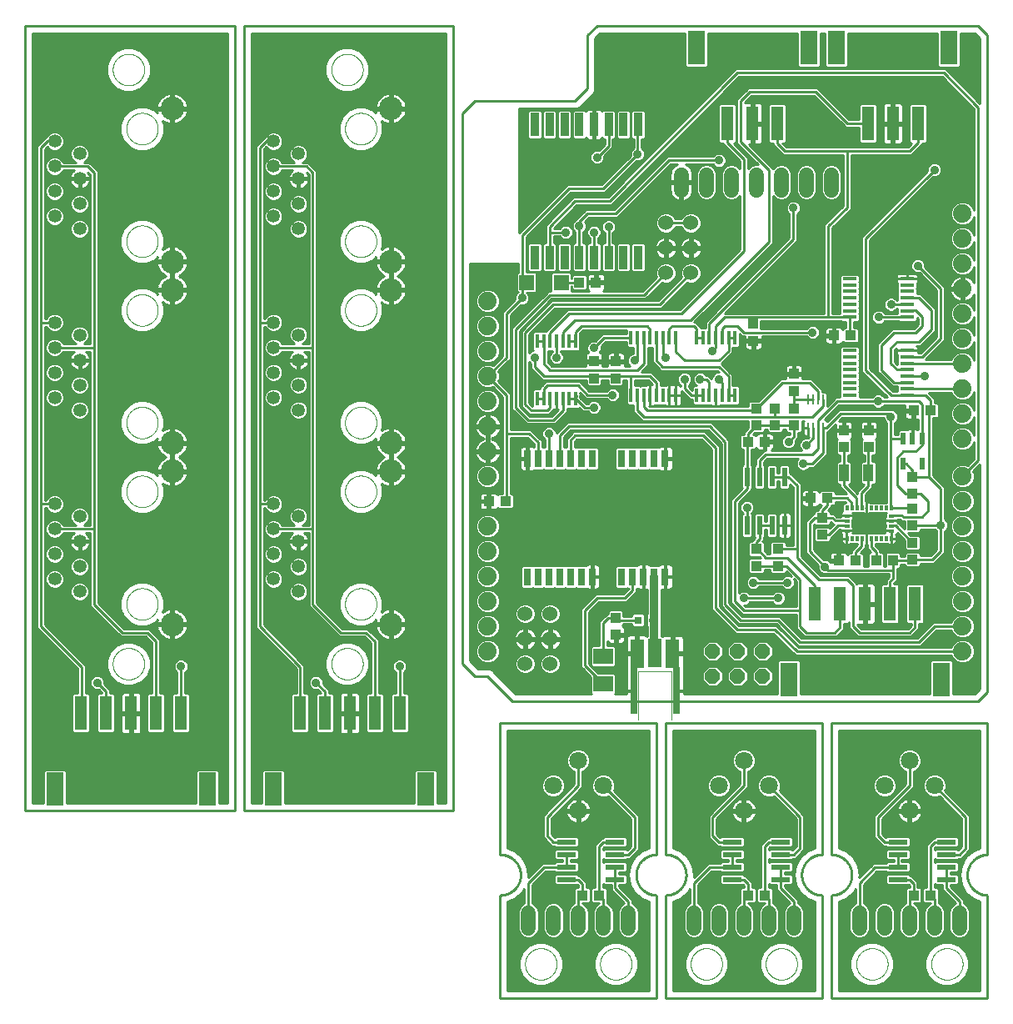
<source format=gtl>
G75*
%MOIN*%
%OFA0B0*%
%FSLAX25Y25*%
%IPPOS*%
%LPD*%
%AMOC8*
5,1,8,0,0,1.08239X$1,22.5*
%
%ADD10C,0.01000*%
%ADD11C,0.00000*%
%ADD12R,0.03937X0.04331*%
%ADD13R,0.05906X0.05906*%
%ADD14R,0.04331X0.03937*%
%ADD15R,0.03937X0.07087*%
%ADD16C,0.00236*%
%ADD17OC8,0.06000*%
%ADD18C,0.06000*%
%ADD19R,0.02165X0.04724*%
%ADD20R,0.03150X0.07087*%
%ADD21R,0.07874X0.06299*%
%ADD22R,0.03150X0.03150*%
%ADD23C,0.07400*%
%ADD24R,0.05800X0.01400*%
%ADD25R,0.05512X0.11713*%
%ADD26R,0.05748X0.11713*%
%ADD27R,0.02992X0.18504*%
%ADD28R,0.03543X0.09449*%
%ADD29R,0.07087X0.13386*%
%ADD30R,0.05118X0.13780*%
%ADD31R,0.01000X0.04200*%
%ADD32R,0.01400X0.05800*%
%ADD33C,0.06000*%
%ADD34C,0.07087*%
%ADD35C,0.09449*%
%ADD36C,0.05315*%
%ADD37R,0.02200X0.07800*%
%ADD38R,0.07800X0.02200*%
%ADD39C,0.03562*%
%ADD40C,0.03200*%
D10*
X0001500Y0076500D02*
X0001500Y0390250D01*
X0085250Y0390250D01*
X0085250Y0076500D01*
X0001500Y0076500D01*
X0004500Y0079500D02*
X0004500Y0387250D01*
X0082250Y0387250D01*
X0082250Y0079500D01*
X0078893Y0079500D01*
X0078893Y0092399D01*
X0078249Y0093043D01*
X0070251Y0093043D01*
X0069607Y0092399D01*
X0069607Y0079500D01*
X0017893Y0079500D01*
X0017893Y0092399D01*
X0017249Y0093043D01*
X0009251Y0093043D01*
X0008607Y0092399D01*
X0008607Y0079500D01*
X0004500Y0079500D01*
X0004500Y0079622D02*
X0008607Y0079622D01*
X0008607Y0080621D02*
X0004500Y0080621D01*
X0004500Y0081619D02*
X0008607Y0081619D01*
X0008607Y0082618D02*
X0004500Y0082618D01*
X0004500Y0083616D02*
X0008607Y0083616D01*
X0008607Y0084615D02*
X0004500Y0084615D01*
X0004500Y0085613D02*
X0008607Y0085613D01*
X0008607Y0086612D02*
X0004500Y0086612D01*
X0004500Y0087610D02*
X0008607Y0087610D01*
X0008607Y0088609D02*
X0004500Y0088609D01*
X0004500Y0089607D02*
X0008607Y0089607D01*
X0008607Y0090606D02*
X0004500Y0090606D01*
X0004500Y0091604D02*
X0008607Y0091604D01*
X0008811Y0092603D02*
X0004500Y0092603D01*
X0004500Y0093601D02*
X0082250Y0093601D01*
X0082250Y0092603D02*
X0078689Y0092603D01*
X0078893Y0091604D02*
X0082250Y0091604D01*
X0082250Y0090606D02*
X0078893Y0090606D01*
X0078893Y0089607D02*
X0082250Y0089607D01*
X0082250Y0088609D02*
X0078893Y0088609D01*
X0078893Y0087610D02*
X0082250Y0087610D01*
X0082250Y0086612D02*
X0078893Y0086612D01*
X0078893Y0085613D02*
X0082250Y0085613D01*
X0082250Y0084615D02*
X0078893Y0084615D01*
X0078893Y0083616D02*
X0082250Y0083616D01*
X0082250Y0082618D02*
X0078893Y0082618D01*
X0078893Y0081619D02*
X0082250Y0081619D01*
X0082250Y0080621D02*
X0078893Y0080621D01*
X0078893Y0079622D02*
X0082250Y0079622D01*
X0089000Y0076500D02*
X0089000Y0390250D01*
X0172750Y0390250D01*
X0172750Y0076500D01*
X0089000Y0076500D01*
X0092000Y0079500D02*
X0092000Y0387250D01*
X0169750Y0387250D01*
X0169750Y0079500D01*
X0166393Y0079500D01*
X0166393Y0092399D01*
X0165749Y0093043D01*
X0157751Y0093043D01*
X0157107Y0092399D01*
X0157107Y0079500D01*
X0105393Y0079500D01*
X0105393Y0092399D01*
X0104749Y0093043D01*
X0096751Y0093043D01*
X0096107Y0092399D01*
X0096107Y0079500D01*
X0092000Y0079500D01*
X0092000Y0079622D02*
X0096107Y0079622D01*
X0096107Y0080621D02*
X0092000Y0080621D01*
X0092000Y0081619D02*
X0096107Y0081619D01*
X0096107Y0082618D02*
X0092000Y0082618D01*
X0092000Y0083616D02*
X0096107Y0083616D01*
X0096107Y0084615D02*
X0092000Y0084615D01*
X0092000Y0085613D02*
X0096107Y0085613D01*
X0096107Y0086612D02*
X0092000Y0086612D01*
X0092000Y0087610D02*
X0096107Y0087610D01*
X0096107Y0088609D02*
X0092000Y0088609D01*
X0092000Y0089607D02*
X0096107Y0089607D01*
X0096107Y0090606D02*
X0092000Y0090606D01*
X0092000Y0091604D02*
X0096107Y0091604D01*
X0096311Y0092603D02*
X0092000Y0092603D01*
X0092000Y0093601D02*
X0169750Y0093601D01*
X0169750Y0092603D02*
X0166189Y0092603D01*
X0166393Y0091604D02*
X0169750Y0091604D01*
X0169750Y0090606D02*
X0166393Y0090606D01*
X0166393Y0089607D02*
X0169750Y0089607D01*
X0169750Y0088609D02*
X0166393Y0088609D01*
X0166393Y0087610D02*
X0169750Y0087610D01*
X0169750Y0086612D02*
X0166393Y0086612D01*
X0166393Y0085613D02*
X0169750Y0085613D01*
X0169750Y0084615D02*
X0166393Y0084615D01*
X0166393Y0083616D02*
X0169750Y0083616D01*
X0169750Y0082618D02*
X0166393Y0082618D01*
X0166393Y0081619D02*
X0169750Y0081619D01*
X0169750Y0080621D02*
X0166393Y0080621D01*
X0166393Y0079622D02*
X0169750Y0079622D01*
X0157107Y0079622D02*
X0105393Y0079622D01*
X0105393Y0080621D02*
X0157107Y0080621D01*
X0157107Y0081619D02*
X0105393Y0081619D01*
X0105393Y0082618D02*
X0157107Y0082618D01*
X0157107Y0083616D02*
X0105393Y0083616D01*
X0105393Y0084615D02*
X0157107Y0084615D01*
X0157107Y0085613D02*
X0105393Y0085613D01*
X0105393Y0086612D02*
X0157107Y0086612D01*
X0157107Y0087610D02*
X0105393Y0087610D01*
X0105393Y0088609D02*
X0157107Y0088609D01*
X0157107Y0089607D02*
X0105393Y0089607D01*
X0105393Y0090606D02*
X0157107Y0090606D01*
X0157107Y0091604D02*
X0105393Y0091604D01*
X0105189Y0092603D02*
X0157311Y0092603D01*
X0169750Y0094600D02*
X0092000Y0094600D01*
X0092000Y0095598D02*
X0169750Y0095598D01*
X0169750Y0096597D02*
X0092000Y0096597D01*
X0092000Y0097595D02*
X0169750Y0097595D01*
X0169750Y0098594D02*
X0092000Y0098594D01*
X0092000Y0099592D02*
X0169750Y0099592D01*
X0169750Y0100591D02*
X0092000Y0100591D01*
X0092000Y0101589D02*
X0169750Y0101589D01*
X0169750Y0102588D02*
X0092000Y0102588D01*
X0092000Y0103586D02*
X0169750Y0103586D01*
X0169750Y0104585D02*
X0092000Y0104585D01*
X0092000Y0105583D02*
X0169750Y0105583D01*
X0169750Y0106582D02*
X0092000Y0106582D01*
X0092000Y0107580D02*
X0108165Y0107580D01*
X0108235Y0107510D02*
X0114265Y0107510D01*
X0114909Y0108155D01*
X0114909Y0122845D01*
X0114265Y0123490D01*
X0113100Y0123490D01*
X0113100Y0134663D01*
X0112163Y0135600D01*
X0096850Y0150913D01*
X0096850Y0197548D01*
X0097338Y0197548D01*
X0097557Y0197019D01*
X0098614Y0195962D01*
X0099995Y0195390D01*
X0101490Y0195390D01*
X0102871Y0195962D01*
X0103928Y0197019D01*
X0104500Y0198400D01*
X0104500Y0199895D01*
X0103928Y0201276D01*
X0102871Y0202333D01*
X0101490Y0202905D01*
X0099995Y0202905D01*
X0098614Y0202333D01*
X0097557Y0201276D01*
X0097338Y0200748D01*
X0096850Y0200748D01*
X0096850Y0270048D01*
X0097338Y0270048D01*
X0097557Y0269519D01*
X0098614Y0268462D01*
X0099995Y0267890D01*
X0101490Y0267890D01*
X0102871Y0268462D01*
X0103928Y0269519D01*
X0104500Y0270900D01*
X0104500Y0272395D01*
X0103928Y0273776D01*
X0102871Y0274833D01*
X0101490Y0275405D01*
X0099995Y0275405D01*
X0098614Y0274833D01*
X0097557Y0273776D01*
X0097338Y0273248D01*
X0096850Y0273248D01*
X0096850Y0340837D01*
X0097794Y0341782D01*
X0098614Y0340962D01*
X0099995Y0340390D01*
X0101490Y0340390D01*
X0102871Y0340962D01*
X0103928Y0342019D01*
X0104500Y0343400D01*
X0104500Y0344895D01*
X0103928Y0346276D01*
X0102871Y0347333D01*
X0101490Y0347905D01*
X0099995Y0347905D01*
X0098614Y0347333D01*
X0097557Y0346276D01*
X0097338Y0345748D01*
X0097235Y0345748D01*
X0094587Y0343100D01*
X0093650Y0342163D01*
X0093650Y0149587D01*
X0109900Y0133337D01*
X0109900Y0123490D01*
X0108235Y0123490D01*
X0107591Y0122845D01*
X0107591Y0108155D01*
X0108235Y0107510D01*
X0107591Y0108579D02*
X0092000Y0108579D01*
X0092000Y0109577D02*
X0107591Y0109577D01*
X0107591Y0110576D02*
X0092000Y0110576D01*
X0092000Y0111574D02*
X0107591Y0111574D01*
X0107591Y0112573D02*
X0092000Y0112573D01*
X0092000Y0113571D02*
X0107591Y0113571D01*
X0107591Y0114570D02*
X0092000Y0114570D01*
X0092000Y0115568D02*
X0107591Y0115568D01*
X0107591Y0116567D02*
X0092000Y0116567D01*
X0092000Y0117566D02*
X0107591Y0117566D01*
X0107591Y0118564D02*
X0092000Y0118564D01*
X0092000Y0119563D02*
X0107591Y0119563D01*
X0107591Y0120561D02*
X0092000Y0120561D01*
X0092000Y0121560D02*
X0107591Y0121560D01*
X0107591Y0122558D02*
X0092000Y0122558D01*
X0092000Y0123557D02*
X0109900Y0123557D01*
X0109900Y0124555D02*
X0092000Y0124555D01*
X0092000Y0125554D02*
X0109900Y0125554D01*
X0109900Y0126552D02*
X0092000Y0126552D01*
X0092000Y0127551D02*
X0109900Y0127551D01*
X0109900Y0128549D02*
X0092000Y0128549D01*
X0092000Y0129548D02*
X0109900Y0129548D01*
X0109900Y0130546D02*
X0092000Y0130546D01*
X0092000Y0131545D02*
X0109900Y0131545D01*
X0109900Y0132543D02*
X0092000Y0132543D01*
X0092000Y0133542D02*
X0109696Y0133542D01*
X0108697Y0134540D02*
X0092000Y0134540D01*
X0092000Y0135539D02*
X0107699Y0135539D01*
X0106700Y0136537D02*
X0092000Y0136537D01*
X0092000Y0137536D02*
X0105702Y0137536D01*
X0104703Y0138534D02*
X0092000Y0138534D01*
X0092000Y0139533D02*
X0103705Y0139533D01*
X0102706Y0140531D02*
X0092000Y0140531D01*
X0092000Y0141530D02*
X0101707Y0141530D01*
X0100709Y0142528D02*
X0092000Y0142528D01*
X0092000Y0143527D02*
X0099710Y0143527D01*
X0098712Y0144525D02*
X0092000Y0144525D01*
X0092000Y0145524D02*
X0097713Y0145524D01*
X0096715Y0146522D02*
X0092000Y0146522D01*
X0092000Y0147521D02*
X0095716Y0147521D01*
X0094718Y0148519D02*
X0092000Y0148519D01*
X0092000Y0149518D02*
X0093719Y0149518D01*
X0093650Y0150516D02*
X0092000Y0150516D01*
X0092000Y0151515D02*
X0093650Y0151515D01*
X0093650Y0152513D02*
X0092000Y0152513D01*
X0092000Y0153512D02*
X0093650Y0153512D01*
X0093650Y0154510D02*
X0092000Y0154510D01*
X0092000Y0155509D02*
X0093650Y0155509D01*
X0093650Y0156507D02*
X0092000Y0156507D01*
X0092000Y0157506D02*
X0093650Y0157506D01*
X0093650Y0158504D02*
X0092000Y0158504D01*
X0092000Y0159503D02*
X0093650Y0159503D01*
X0093650Y0160501D02*
X0092000Y0160501D01*
X0092000Y0161500D02*
X0093650Y0161500D01*
X0093650Y0162499D02*
X0092000Y0162499D01*
X0092000Y0163497D02*
X0093650Y0163497D01*
X0093650Y0164496D02*
X0092000Y0164496D01*
X0092000Y0165494D02*
X0093650Y0165494D01*
X0093650Y0166493D02*
X0092000Y0166493D01*
X0092000Y0167491D02*
X0093650Y0167491D01*
X0093650Y0168490D02*
X0092000Y0168490D01*
X0092000Y0169488D02*
X0093650Y0169488D01*
X0093650Y0170487D02*
X0092000Y0170487D01*
X0092000Y0171485D02*
X0093650Y0171485D01*
X0093650Y0172484D02*
X0092000Y0172484D01*
X0092000Y0173482D02*
X0093650Y0173482D01*
X0093650Y0174481D02*
X0092000Y0174481D01*
X0092000Y0175479D02*
X0093650Y0175479D01*
X0093650Y0176478D02*
X0092000Y0176478D01*
X0092000Y0177476D02*
X0093650Y0177476D01*
X0093650Y0178475D02*
X0092000Y0178475D01*
X0092000Y0179473D02*
X0093650Y0179473D01*
X0093650Y0180472D02*
X0092000Y0180472D01*
X0092000Y0181470D02*
X0093650Y0181470D01*
X0093650Y0182469D02*
X0092000Y0182469D01*
X0092000Y0183467D02*
X0093650Y0183467D01*
X0093650Y0184466D02*
X0092000Y0184466D01*
X0092000Y0185464D02*
X0093650Y0185464D01*
X0093650Y0186463D02*
X0092000Y0186463D01*
X0092000Y0187461D02*
X0093650Y0187461D01*
X0093650Y0188460D02*
X0092000Y0188460D01*
X0092000Y0189458D02*
X0093650Y0189458D01*
X0093650Y0190457D02*
X0092000Y0190457D01*
X0092000Y0191455D02*
X0093650Y0191455D01*
X0093650Y0192454D02*
X0092000Y0192454D01*
X0092000Y0193452D02*
X0093650Y0193452D01*
X0093650Y0194451D02*
X0092000Y0194451D01*
X0092000Y0195449D02*
X0093650Y0195449D01*
X0093650Y0196448D02*
X0092000Y0196448D01*
X0092000Y0197446D02*
X0093650Y0197446D01*
X0093650Y0198445D02*
X0092000Y0198445D01*
X0092000Y0199443D02*
X0093650Y0199443D01*
X0093650Y0200442D02*
X0092000Y0200442D01*
X0092000Y0201440D02*
X0093650Y0201440D01*
X0093650Y0202439D02*
X0092000Y0202439D01*
X0092000Y0203437D02*
X0093650Y0203437D01*
X0093650Y0204436D02*
X0092000Y0204436D01*
X0092000Y0205434D02*
X0093650Y0205434D01*
X0093650Y0206433D02*
X0092000Y0206433D01*
X0092000Y0207432D02*
X0093650Y0207432D01*
X0093650Y0208430D02*
X0092000Y0208430D01*
X0092000Y0209429D02*
X0093650Y0209429D01*
X0093650Y0210427D02*
X0092000Y0210427D01*
X0092000Y0211426D02*
X0093650Y0211426D01*
X0093650Y0212424D02*
X0092000Y0212424D01*
X0092000Y0213423D02*
X0093650Y0213423D01*
X0093650Y0214421D02*
X0092000Y0214421D01*
X0092000Y0215420D02*
X0093650Y0215420D01*
X0093650Y0216418D02*
X0092000Y0216418D01*
X0092000Y0217417D02*
X0093650Y0217417D01*
X0093650Y0218415D02*
X0092000Y0218415D01*
X0092000Y0219414D02*
X0093650Y0219414D01*
X0093650Y0220412D02*
X0092000Y0220412D01*
X0092000Y0221411D02*
X0093650Y0221411D01*
X0093650Y0222409D02*
X0092000Y0222409D01*
X0092000Y0223408D02*
X0093650Y0223408D01*
X0093650Y0224406D02*
X0092000Y0224406D01*
X0092000Y0225405D02*
X0093650Y0225405D01*
X0093650Y0226403D02*
X0092000Y0226403D01*
X0092000Y0227402D02*
X0093650Y0227402D01*
X0093650Y0228400D02*
X0092000Y0228400D01*
X0092000Y0229399D02*
X0093650Y0229399D01*
X0093650Y0230397D02*
X0092000Y0230397D01*
X0092000Y0231396D02*
X0093650Y0231396D01*
X0093650Y0232394D02*
X0092000Y0232394D01*
X0092000Y0233393D02*
X0093650Y0233393D01*
X0093650Y0234391D02*
X0092000Y0234391D01*
X0092000Y0235390D02*
X0093650Y0235390D01*
X0093650Y0236388D02*
X0092000Y0236388D01*
X0092000Y0237387D02*
X0093650Y0237387D01*
X0093650Y0238385D02*
X0092000Y0238385D01*
X0092000Y0239384D02*
X0093650Y0239384D01*
X0093650Y0240382D02*
X0092000Y0240382D01*
X0092000Y0241381D02*
X0093650Y0241381D01*
X0093650Y0242379D02*
X0092000Y0242379D01*
X0092000Y0243378D02*
X0093650Y0243378D01*
X0093650Y0244376D02*
X0092000Y0244376D01*
X0092000Y0245375D02*
X0093650Y0245375D01*
X0093650Y0246373D02*
X0092000Y0246373D01*
X0092000Y0247372D02*
X0093650Y0247372D01*
X0093650Y0248370D02*
X0092000Y0248370D01*
X0092000Y0249369D02*
X0093650Y0249369D01*
X0093650Y0250368D02*
X0092000Y0250368D01*
X0092000Y0251366D02*
X0093650Y0251366D01*
X0093650Y0252365D02*
X0092000Y0252365D01*
X0092000Y0253363D02*
X0093650Y0253363D01*
X0093650Y0254362D02*
X0092000Y0254362D01*
X0092000Y0255360D02*
X0093650Y0255360D01*
X0093650Y0256359D02*
X0092000Y0256359D01*
X0092000Y0257357D02*
X0093650Y0257357D01*
X0093650Y0258356D02*
X0092000Y0258356D01*
X0092000Y0259354D02*
X0093650Y0259354D01*
X0093650Y0260353D02*
X0092000Y0260353D01*
X0092000Y0261351D02*
X0093650Y0261351D01*
X0093650Y0262350D02*
X0092000Y0262350D01*
X0092000Y0263348D02*
X0093650Y0263348D01*
X0093650Y0264347D02*
X0092000Y0264347D01*
X0092000Y0265345D02*
X0093650Y0265345D01*
X0093650Y0266344D02*
X0092000Y0266344D01*
X0092000Y0267342D02*
X0093650Y0267342D01*
X0093650Y0268341D02*
X0092000Y0268341D01*
X0092000Y0269339D02*
X0093650Y0269339D01*
X0093650Y0270338D02*
X0092000Y0270338D01*
X0092000Y0271336D02*
X0093650Y0271336D01*
X0093650Y0272335D02*
X0092000Y0272335D01*
X0092000Y0273333D02*
X0093650Y0273333D01*
X0093650Y0274332D02*
X0092000Y0274332D01*
X0092000Y0275330D02*
X0093650Y0275330D01*
X0093650Y0276329D02*
X0092000Y0276329D01*
X0092000Y0277327D02*
X0093650Y0277327D01*
X0093650Y0278326D02*
X0092000Y0278326D01*
X0092000Y0279324D02*
X0093650Y0279324D01*
X0093650Y0280323D02*
X0092000Y0280323D01*
X0092000Y0281321D02*
X0093650Y0281321D01*
X0093650Y0282320D02*
X0092000Y0282320D01*
X0092000Y0283318D02*
X0093650Y0283318D01*
X0093650Y0284317D02*
X0092000Y0284317D01*
X0092000Y0285315D02*
X0093650Y0285315D01*
X0093650Y0286314D02*
X0092000Y0286314D01*
X0092000Y0287312D02*
X0093650Y0287312D01*
X0093650Y0288311D02*
X0092000Y0288311D01*
X0092000Y0289309D02*
X0093650Y0289309D01*
X0093650Y0290308D02*
X0092000Y0290308D01*
X0092000Y0291306D02*
X0093650Y0291306D01*
X0093650Y0292305D02*
X0092000Y0292305D01*
X0092000Y0293303D02*
X0093650Y0293303D01*
X0093650Y0294302D02*
X0092000Y0294302D01*
X0092000Y0295301D02*
X0093650Y0295301D01*
X0093650Y0296299D02*
X0092000Y0296299D01*
X0092000Y0297298D02*
X0093650Y0297298D01*
X0093650Y0298296D02*
X0092000Y0298296D01*
X0092000Y0299295D02*
X0093650Y0299295D01*
X0093650Y0300293D02*
X0092000Y0300293D01*
X0092000Y0301292D02*
X0093650Y0301292D01*
X0093650Y0302290D02*
X0092000Y0302290D01*
X0092000Y0303289D02*
X0093650Y0303289D01*
X0093650Y0304287D02*
X0092000Y0304287D01*
X0092000Y0305286D02*
X0093650Y0305286D01*
X0093650Y0306284D02*
X0092000Y0306284D01*
X0092000Y0307283D02*
X0093650Y0307283D01*
X0093650Y0308281D02*
X0092000Y0308281D01*
X0092000Y0309280D02*
X0093650Y0309280D01*
X0093650Y0310278D02*
X0092000Y0310278D01*
X0092000Y0311277D02*
X0093650Y0311277D01*
X0093650Y0312275D02*
X0092000Y0312275D01*
X0092000Y0313274D02*
X0093650Y0313274D01*
X0093650Y0314272D02*
X0092000Y0314272D01*
X0092000Y0315271D02*
X0093650Y0315271D01*
X0093650Y0316269D02*
X0092000Y0316269D01*
X0092000Y0317268D02*
X0093650Y0317268D01*
X0093650Y0318266D02*
X0092000Y0318266D01*
X0092000Y0319265D02*
X0093650Y0319265D01*
X0093650Y0320263D02*
X0092000Y0320263D01*
X0092000Y0321262D02*
X0093650Y0321262D01*
X0093650Y0322260D02*
X0092000Y0322260D01*
X0092000Y0323259D02*
X0093650Y0323259D01*
X0093650Y0324257D02*
X0092000Y0324257D01*
X0092000Y0325256D02*
X0093650Y0325256D01*
X0093650Y0326254D02*
X0092000Y0326254D01*
X0092000Y0327253D02*
X0093650Y0327253D01*
X0093650Y0328251D02*
X0092000Y0328251D01*
X0092000Y0329250D02*
X0093650Y0329250D01*
X0093650Y0330248D02*
X0092000Y0330248D01*
X0092000Y0331247D02*
X0093650Y0331247D01*
X0093650Y0332245D02*
X0092000Y0332245D01*
X0092000Y0333244D02*
X0093650Y0333244D01*
X0093650Y0334242D02*
X0092000Y0334242D01*
X0092000Y0335241D02*
X0093650Y0335241D01*
X0093650Y0336239D02*
X0092000Y0336239D01*
X0092000Y0337238D02*
X0093650Y0337238D01*
X0093650Y0338237D02*
X0092000Y0338237D01*
X0092000Y0339235D02*
X0093650Y0339235D01*
X0093650Y0340234D02*
X0092000Y0340234D01*
X0092000Y0341232D02*
X0093650Y0341232D01*
X0093718Y0342231D02*
X0092000Y0342231D01*
X0092000Y0343229D02*
X0094716Y0343229D01*
X0095715Y0344228D02*
X0092000Y0344228D01*
X0092000Y0345226D02*
X0096713Y0345226D01*
X0097535Y0346225D02*
X0092000Y0346225D01*
X0092000Y0347223D02*
X0098504Y0347223D01*
X0097898Y0344148D02*
X0095250Y0341500D01*
X0095250Y0271648D01*
X0100742Y0271648D01*
X0098112Y0274332D02*
X0096850Y0274332D01*
X0096850Y0275330D02*
X0099814Y0275330D01*
X0101670Y0275330D02*
X0114900Y0275330D01*
X0114900Y0274332D02*
X0103372Y0274332D01*
X0104111Y0273333D02*
X0114900Y0273333D01*
X0114900Y0272335D02*
X0104500Y0272335D01*
X0104500Y0271336D02*
X0114900Y0271336D01*
X0114900Y0270338D02*
X0111652Y0270338D01*
X0111490Y0270405D02*
X0109995Y0270405D01*
X0108614Y0269833D01*
X0107557Y0268776D01*
X0106985Y0267395D01*
X0106985Y0265900D01*
X0107557Y0264519D01*
X0108614Y0263462D01*
X0109132Y0263248D01*
X0104146Y0263248D01*
X0103928Y0263776D01*
X0102871Y0264833D01*
X0101490Y0265405D01*
X0099995Y0265405D01*
X0098614Y0264833D01*
X0097557Y0263776D01*
X0096985Y0262395D01*
X0096985Y0260900D01*
X0097557Y0259519D01*
X0098614Y0258462D01*
X0099995Y0257890D01*
X0101490Y0257890D01*
X0102871Y0258462D01*
X0103928Y0259519D01*
X0104146Y0260048D01*
X0108349Y0260048D01*
X0108034Y0259819D01*
X0107571Y0259356D01*
X0107186Y0258827D01*
X0106889Y0258244D01*
X0106687Y0257621D01*
X0106594Y0257033D01*
X0110356Y0257033D01*
X0110356Y0256262D01*
X0106594Y0256262D01*
X0106687Y0255674D01*
X0106889Y0255052D01*
X0107186Y0254469D01*
X0107571Y0253939D01*
X0108034Y0253476D01*
X0108563Y0253092D01*
X0109146Y0252795D01*
X0109769Y0252593D01*
X0110356Y0252499D01*
X0110356Y0256262D01*
X0111128Y0256262D01*
X0111128Y0257033D01*
X0114890Y0257033D01*
X0114797Y0257621D01*
X0114595Y0258244D01*
X0114298Y0258827D01*
X0113913Y0259356D01*
X0113451Y0259819D01*
X0113136Y0260048D01*
X0114900Y0260048D01*
X0114900Y0190748D01*
X0112353Y0190748D01*
X0112871Y0190962D01*
X0113928Y0192019D01*
X0114500Y0193400D01*
X0114500Y0194895D01*
X0113928Y0196276D01*
X0112871Y0197333D01*
X0111490Y0197905D01*
X0109995Y0197905D01*
X0108614Y0197333D01*
X0107557Y0196276D01*
X0106985Y0194895D01*
X0106985Y0193400D01*
X0107557Y0192019D01*
X0108614Y0190962D01*
X0109132Y0190748D01*
X0104146Y0190748D01*
X0103928Y0191276D01*
X0102871Y0192333D01*
X0101490Y0192905D01*
X0099995Y0192905D01*
X0098614Y0192333D01*
X0097557Y0191276D01*
X0096985Y0189895D01*
X0096985Y0188400D01*
X0097557Y0187019D01*
X0098614Y0185962D01*
X0099995Y0185390D01*
X0101490Y0185390D01*
X0102871Y0185962D01*
X0103928Y0187019D01*
X0104146Y0187548D01*
X0108349Y0187548D01*
X0108034Y0187319D01*
X0107571Y0186856D01*
X0107186Y0186327D01*
X0106889Y0185744D01*
X0106687Y0185121D01*
X0106594Y0184533D01*
X0110356Y0184533D01*
X0110356Y0183762D01*
X0106594Y0183762D01*
X0106687Y0183174D01*
X0106889Y0182552D01*
X0107186Y0181969D01*
X0107571Y0181439D01*
X0108034Y0180976D01*
X0108563Y0180592D01*
X0109146Y0180295D01*
X0109769Y0180093D01*
X0110356Y0179999D01*
X0110356Y0183762D01*
X0111128Y0183762D01*
X0111128Y0184533D01*
X0114890Y0184533D01*
X0114797Y0185121D01*
X0114595Y0185744D01*
X0114298Y0186327D01*
X0113913Y0186856D01*
X0113451Y0187319D01*
X0113136Y0187548D01*
X0114900Y0187548D01*
X0114900Y0158337D01*
X0127087Y0146150D01*
X0137087Y0146150D01*
X0139650Y0143587D01*
X0139650Y0123490D01*
X0138235Y0123490D01*
X0137591Y0122845D01*
X0137591Y0108155D01*
X0138235Y0107510D01*
X0144265Y0107510D01*
X0144909Y0108155D01*
X0144909Y0122845D01*
X0144265Y0123490D01*
X0142850Y0123490D01*
X0142850Y0144913D01*
X0139350Y0148413D01*
X0138413Y0149350D01*
X0128413Y0149350D01*
X0118100Y0159663D01*
X0118100Y0332163D01*
X0117163Y0333100D01*
X0114515Y0335748D01*
X0112353Y0335748D01*
X0112871Y0335962D01*
X0113928Y0337019D01*
X0114500Y0338400D01*
X0114500Y0339895D01*
X0113928Y0341276D01*
X0112871Y0342333D01*
X0111490Y0342905D01*
X0109995Y0342905D01*
X0108614Y0342333D01*
X0107557Y0341276D01*
X0106985Y0339895D01*
X0106985Y0338400D01*
X0107557Y0337019D01*
X0108614Y0335962D01*
X0109132Y0335748D01*
X0104146Y0335748D01*
X0103928Y0336276D01*
X0102871Y0337333D01*
X0101490Y0337905D01*
X0099995Y0337905D01*
X0098614Y0337333D01*
X0097557Y0336276D01*
X0096985Y0334895D01*
X0096985Y0333400D01*
X0097557Y0332019D01*
X0098614Y0330962D01*
X0099995Y0330390D01*
X0101490Y0330390D01*
X0102871Y0330962D01*
X0103928Y0332019D01*
X0104146Y0332548D01*
X0108349Y0332548D01*
X0108034Y0332319D01*
X0107571Y0331856D01*
X0107186Y0331327D01*
X0106889Y0330744D01*
X0106687Y0330121D01*
X0106594Y0329533D01*
X0110356Y0329533D01*
X0110356Y0328762D01*
X0106594Y0328762D01*
X0106687Y0328174D01*
X0106889Y0327552D01*
X0107186Y0326969D01*
X0107571Y0326439D01*
X0108034Y0325976D01*
X0108563Y0325592D01*
X0109146Y0325295D01*
X0109769Y0325093D01*
X0110356Y0324999D01*
X0110356Y0328762D01*
X0111128Y0328762D01*
X0111128Y0329533D01*
X0114890Y0329533D01*
X0114797Y0330121D01*
X0114595Y0330744D01*
X0114298Y0331327D01*
X0113998Y0331739D01*
X0114900Y0330837D01*
X0114900Y0263248D01*
X0112353Y0263248D01*
X0112871Y0263462D01*
X0113928Y0264519D01*
X0114500Y0265900D01*
X0114500Y0267395D01*
X0113928Y0268776D01*
X0112871Y0269833D01*
X0111490Y0270405D01*
X0109832Y0270338D02*
X0104267Y0270338D01*
X0103748Y0269339D02*
X0108120Y0269339D01*
X0107376Y0268341D02*
X0102577Y0268341D01*
X0101634Y0265345D02*
X0107215Y0265345D01*
X0106985Y0266344D02*
X0096850Y0266344D01*
X0096850Y0267342D02*
X0106985Y0267342D01*
X0107729Y0264347D02*
X0103357Y0264347D01*
X0104105Y0263348D02*
X0108889Y0263348D01*
X0112595Y0263348D02*
X0114900Y0263348D01*
X0114900Y0264347D02*
X0113755Y0264347D01*
X0114270Y0265345D02*
X0114900Y0265345D01*
X0114900Y0266344D02*
X0114500Y0266344D01*
X0114500Y0267342D02*
X0114900Y0267342D01*
X0114900Y0268341D02*
X0114108Y0268341D01*
X0113364Y0269339D02*
X0114900Y0269339D01*
X0118100Y0269339D02*
X0130567Y0269339D01*
X0130718Y0269188D02*
X0133952Y0267848D01*
X0137453Y0267848D01*
X0140687Y0269188D01*
X0143162Y0271663D01*
X0144502Y0274897D01*
X0144502Y0278398D01*
X0143906Y0279837D01*
X0144488Y0279415D01*
X0145361Y0278970D01*
X0146292Y0278667D01*
X0147250Y0278515D01*
X0147250Y0284238D01*
X0148250Y0284238D01*
X0148250Y0278515D01*
X0149208Y0278667D01*
X0150139Y0278970D01*
X0151012Y0279415D01*
X0151805Y0279990D01*
X0152498Y0280683D01*
X0153074Y0281476D01*
X0153518Y0282349D01*
X0153821Y0283281D01*
X0153973Y0284238D01*
X0148250Y0284238D01*
X0148250Y0285238D01*
X0153973Y0285238D01*
X0153821Y0286196D01*
X0153518Y0287128D01*
X0153074Y0288000D01*
X0152498Y0288793D01*
X0151805Y0289486D01*
X0151012Y0290062D01*
X0150353Y0290398D01*
X0151012Y0290733D01*
X0151805Y0291309D01*
X0152498Y0292002D01*
X0153074Y0292795D01*
X0153518Y0293668D01*
X0153821Y0294600D01*
X0153973Y0295557D01*
X0148250Y0295557D01*
X0148250Y0290961D01*
X0148250Y0285238D01*
X0147250Y0285238D01*
X0147250Y0284238D01*
X0141527Y0284238D01*
X0141679Y0283281D01*
X0141758Y0283036D01*
X0140687Y0284107D01*
X0137453Y0285447D01*
X0133952Y0285447D01*
X0130718Y0284107D01*
X0128243Y0281632D01*
X0126904Y0278398D01*
X0126904Y0274897D01*
X0128243Y0271663D01*
X0130718Y0269188D01*
X0129569Y0270338D02*
X0118100Y0270338D01*
X0118100Y0271336D02*
X0128570Y0271336D01*
X0127965Y0272335D02*
X0118100Y0272335D01*
X0118100Y0273333D02*
X0127551Y0273333D01*
X0127138Y0274332D02*
X0118100Y0274332D01*
X0118100Y0275330D02*
X0126904Y0275330D01*
X0126904Y0276329D02*
X0118100Y0276329D01*
X0118100Y0277327D02*
X0126904Y0277327D01*
X0126904Y0278326D02*
X0118100Y0278326D01*
X0118100Y0279324D02*
X0127287Y0279324D01*
X0127701Y0280323D02*
X0118100Y0280323D01*
X0118100Y0281321D02*
X0128114Y0281321D01*
X0128931Y0282320D02*
X0118100Y0282320D01*
X0118100Y0283318D02*
X0129930Y0283318D01*
X0131225Y0284317D02*
X0118100Y0284317D01*
X0118100Y0285315D02*
X0133635Y0285315D01*
X0137770Y0285315D02*
X0141539Y0285315D01*
X0141527Y0285238D02*
X0147250Y0285238D01*
X0147250Y0295557D01*
X0148250Y0295557D01*
X0148250Y0296557D01*
X0153973Y0296557D01*
X0153821Y0297515D01*
X0153518Y0298446D01*
X0153074Y0299319D01*
X0152498Y0300112D01*
X0151805Y0300805D01*
X0151012Y0301381D01*
X0150139Y0301825D01*
X0149208Y0302128D01*
X0148250Y0302280D01*
X0148250Y0296557D01*
X0147250Y0296557D01*
X0147250Y0295557D01*
X0141527Y0295557D01*
X0141679Y0294600D01*
X0141982Y0293668D01*
X0142426Y0292795D01*
X0143002Y0292002D01*
X0143695Y0291309D01*
X0144488Y0290733D01*
X0145147Y0290398D01*
X0144488Y0290062D01*
X0143695Y0289486D01*
X0143002Y0288793D01*
X0142426Y0288000D01*
X0141982Y0287128D01*
X0141679Y0286196D01*
X0141527Y0285238D01*
X0141717Y0286314D02*
X0118100Y0286314D01*
X0118100Y0287312D02*
X0142076Y0287312D01*
X0142652Y0288311D02*
X0118100Y0288311D01*
X0118100Y0289309D02*
X0143519Y0289309D01*
X0144971Y0290308D02*
X0118100Y0290308D01*
X0118100Y0291306D02*
X0143699Y0291306D01*
X0142782Y0292305D02*
X0118100Y0292305D01*
X0118100Y0293303D02*
X0142167Y0293303D01*
X0141776Y0294302D02*
X0118100Y0294302D01*
X0118100Y0295301D02*
X0141568Y0295301D01*
X0141527Y0296557D02*
X0147250Y0296557D01*
X0147250Y0302280D01*
X0146292Y0302128D01*
X0145361Y0301825D01*
X0144488Y0301381D01*
X0143906Y0300958D01*
X0144502Y0302397D01*
X0144502Y0305898D01*
X0143162Y0309132D01*
X0140687Y0311607D01*
X0137453Y0312947D01*
X0133952Y0312947D01*
X0130718Y0311607D01*
X0128243Y0309132D01*
X0126904Y0305898D01*
X0126904Y0302397D01*
X0128243Y0299163D01*
X0130718Y0296688D01*
X0133952Y0295348D01*
X0137453Y0295348D01*
X0140687Y0296688D01*
X0141758Y0297759D01*
X0141679Y0297515D01*
X0141527Y0296557D01*
X0141644Y0297298D02*
X0141297Y0297298D01*
X0139748Y0296299D02*
X0147250Y0296299D01*
X0147250Y0295301D02*
X0148250Y0295301D01*
X0148250Y0296299D02*
X0169750Y0296299D01*
X0169750Y0295301D02*
X0153932Y0295301D01*
X0153724Y0294302D02*
X0169750Y0294302D01*
X0169750Y0293303D02*
X0153333Y0293303D01*
X0152718Y0292305D02*
X0169750Y0292305D01*
X0169750Y0291306D02*
X0151801Y0291306D01*
X0150529Y0290308D02*
X0169750Y0290308D01*
X0169750Y0289309D02*
X0151981Y0289309D01*
X0152848Y0288311D02*
X0169750Y0288311D01*
X0169750Y0287312D02*
X0153424Y0287312D01*
X0153783Y0286314D02*
X0169750Y0286314D01*
X0169750Y0285315D02*
X0153961Y0285315D01*
X0153827Y0283318D02*
X0169750Y0283318D01*
X0169750Y0282320D02*
X0153504Y0282320D01*
X0152961Y0281321D02*
X0169750Y0281321D01*
X0169750Y0280323D02*
X0152137Y0280323D01*
X0150835Y0279324D02*
X0169750Y0279324D01*
X0169750Y0278326D02*
X0144502Y0278326D01*
X0144502Y0277327D02*
X0169750Y0277327D01*
X0169750Y0276329D02*
X0144502Y0276329D01*
X0144502Y0275330D02*
X0169750Y0275330D01*
X0169750Y0274332D02*
X0144268Y0274332D01*
X0143854Y0273333D02*
X0169750Y0273333D01*
X0169750Y0272335D02*
X0143440Y0272335D01*
X0142835Y0271336D02*
X0169750Y0271336D01*
X0169750Y0270338D02*
X0141837Y0270338D01*
X0140838Y0269339D02*
X0169750Y0269339D01*
X0169750Y0268341D02*
X0138641Y0268341D01*
X0132764Y0268341D02*
X0118100Y0268341D01*
X0118100Y0267342D02*
X0169750Y0267342D01*
X0169750Y0266344D02*
X0118100Y0266344D01*
X0118100Y0265345D02*
X0169750Y0265345D01*
X0169750Y0264347D02*
X0118100Y0264347D01*
X0118100Y0263348D02*
X0169750Y0263348D01*
X0169750Y0262350D02*
X0118100Y0262350D01*
X0118100Y0261351D02*
X0169750Y0261351D01*
X0169750Y0260353D02*
X0118100Y0260353D01*
X0118100Y0259354D02*
X0169750Y0259354D01*
X0169750Y0258356D02*
X0118100Y0258356D01*
X0118100Y0257357D02*
X0169750Y0257357D01*
X0169750Y0256359D02*
X0118100Y0256359D01*
X0118100Y0255360D02*
X0169750Y0255360D01*
X0169750Y0254362D02*
X0118100Y0254362D01*
X0118100Y0253363D02*
X0169750Y0253363D01*
X0169750Y0252365D02*
X0118100Y0252365D01*
X0118100Y0251366D02*
X0169750Y0251366D01*
X0169750Y0250368D02*
X0118100Y0250368D01*
X0118100Y0249369D02*
X0169750Y0249369D01*
X0169750Y0248370D02*
X0118100Y0248370D01*
X0118100Y0247372D02*
X0169750Y0247372D01*
X0169750Y0246373D02*
X0118100Y0246373D01*
X0118100Y0245375D02*
X0169750Y0245375D01*
X0169750Y0244376D02*
X0118100Y0244376D01*
X0118100Y0243378D02*
X0169750Y0243378D01*
X0169750Y0242379D02*
X0118100Y0242379D01*
X0118100Y0241381D02*
X0169750Y0241381D01*
X0169750Y0240382D02*
X0137609Y0240382D01*
X0137453Y0240447D02*
X0133952Y0240447D01*
X0130718Y0239107D01*
X0128243Y0236632D01*
X0126904Y0233398D01*
X0126904Y0229897D01*
X0128243Y0226663D01*
X0130718Y0224188D01*
X0133952Y0222848D01*
X0137453Y0222848D01*
X0140687Y0224188D01*
X0141758Y0225259D01*
X0141679Y0225015D01*
X0141527Y0224057D01*
X0147250Y0224057D01*
X0147250Y0223057D01*
X0148250Y0223057D01*
X0148250Y0218461D01*
X0148250Y0212738D01*
X0153973Y0212738D01*
X0153821Y0213696D01*
X0153518Y0214628D01*
X0153074Y0215500D01*
X0152498Y0216293D01*
X0151805Y0216986D01*
X0151012Y0217562D01*
X0150353Y0217898D01*
X0151012Y0218233D01*
X0151805Y0218809D01*
X0152498Y0219502D01*
X0153074Y0220295D01*
X0153518Y0221168D01*
X0153821Y0222100D01*
X0153973Y0223057D01*
X0148250Y0223057D01*
X0148250Y0224057D01*
X0153973Y0224057D01*
X0153821Y0225015D01*
X0153518Y0225946D01*
X0153074Y0226819D01*
X0152498Y0227612D01*
X0151805Y0228305D01*
X0151012Y0228881D01*
X0150139Y0229325D01*
X0149208Y0229628D01*
X0148250Y0229780D01*
X0148250Y0224057D01*
X0147250Y0224057D01*
X0147250Y0229780D01*
X0146292Y0229628D01*
X0145361Y0229325D01*
X0144488Y0228881D01*
X0143906Y0228458D01*
X0144502Y0229897D01*
X0144502Y0233398D01*
X0143162Y0236632D01*
X0140687Y0239107D01*
X0137453Y0240447D01*
X0140019Y0239384D02*
X0169750Y0239384D01*
X0169750Y0238385D02*
X0141409Y0238385D01*
X0142407Y0237387D02*
X0169750Y0237387D01*
X0169750Y0236388D02*
X0143263Y0236388D01*
X0143677Y0235390D02*
X0169750Y0235390D01*
X0169750Y0234391D02*
X0144090Y0234391D01*
X0144502Y0233393D02*
X0169750Y0233393D01*
X0169750Y0232394D02*
X0144502Y0232394D01*
X0144502Y0231396D02*
X0169750Y0231396D01*
X0169750Y0230397D02*
X0144502Y0230397D01*
X0144295Y0229399D02*
X0145586Y0229399D01*
X0147250Y0229399D02*
X0148250Y0229399D01*
X0148250Y0228400D02*
X0147250Y0228400D01*
X0147250Y0227402D02*
X0148250Y0227402D01*
X0148250Y0226403D02*
X0147250Y0226403D01*
X0147250Y0225405D02*
X0148250Y0225405D01*
X0148250Y0224406D02*
X0147250Y0224406D01*
X0147250Y0223408D02*
X0138803Y0223408D01*
X0140905Y0224406D02*
X0141582Y0224406D01*
X0141527Y0223057D02*
X0141679Y0222100D01*
X0141982Y0221168D01*
X0142426Y0220295D01*
X0143002Y0219502D01*
X0143695Y0218809D01*
X0144488Y0218233D01*
X0145147Y0217898D01*
X0144488Y0217562D01*
X0143695Y0216986D01*
X0143002Y0216293D01*
X0142426Y0215500D01*
X0141982Y0214628D01*
X0141679Y0213696D01*
X0141527Y0212738D01*
X0147250Y0212738D01*
X0147250Y0211738D01*
X0148250Y0211738D01*
X0148250Y0206015D01*
X0149208Y0206167D01*
X0150139Y0206470D01*
X0151012Y0206915D01*
X0151805Y0207490D01*
X0152498Y0208183D01*
X0153074Y0208976D01*
X0153518Y0209849D01*
X0153821Y0210781D01*
X0153973Y0211738D01*
X0148250Y0211738D01*
X0148250Y0212738D01*
X0147250Y0212738D01*
X0147250Y0223057D01*
X0141527Y0223057D01*
X0141630Y0222409D02*
X0118100Y0222409D01*
X0118100Y0221411D02*
X0141903Y0221411D01*
X0142367Y0220412D02*
X0118100Y0220412D01*
X0118100Y0219414D02*
X0143091Y0219414D01*
X0144238Y0218415D02*
X0118100Y0218415D01*
X0118100Y0217417D02*
X0144288Y0217417D01*
X0143127Y0216418D02*
X0118100Y0216418D01*
X0118100Y0215420D02*
X0142385Y0215420D01*
X0141915Y0214421D02*
X0118100Y0214421D01*
X0118100Y0213423D02*
X0141636Y0213423D01*
X0141527Y0211738D02*
X0141679Y0210781D01*
X0141758Y0210536D01*
X0140687Y0211607D01*
X0137453Y0212947D01*
X0133952Y0212947D01*
X0130718Y0211607D01*
X0128243Y0209132D01*
X0126904Y0205898D01*
X0126904Y0202397D01*
X0128243Y0199163D01*
X0130718Y0196688D01*
X0133952Y0195348D01*
X0137453Y0195348D01*
X0140687Y0196688D01*
X0143162Y0199163D01*
X0144502Y0202397D01*
X0144502Y0205898D01*
X0143906Y0207337D01*
X0144488Y0206915D01*
X0145361Y0206470D01*
X0146292Y0206167D01*
X0147250Y0206015D01*
X0147250Y0211738D01*
X0141527Y0211738D01*
X0141577Y0211426D02*
X0140869Y0211426D01*
X0138715Y0212424D02*
X0147250Y0212424D01*
X0147250Y0211426D02*
X0148250Y0211426D01*
X0148250Y0212424D02*
X0169750Y0212424D01*
X0169750Y0211426D02*
X0153923Y0211426D01*
X0153706Y0210427D02*
X0169750Y0210427D01*
X0169750Y0209429D02*
X0153304Y0209429D01*
X0152677Y0208430D02*
X0169750Y0208430D01*
X0169750Y0207432D02*
X0151724Y0207432D01*
X0150026Y0206433D02*
X0169750Y0206433D01*
X0169750Y0205434D02*
X0144502Y0205434D01*
X0144502Y0204436D02*
X0169750Y0204436D01*
X0169750Y0203437D02*
X0144502Y0203437D01*
X0144502Y0202439D02*
X0169750Y0202439D01*
X0169750Y0201440D02*
X0144106Y0201440D01*
X0143692Y0200442D02*
X0169750Y0200442D01*
X0169750Y0199443D02*
X0143278Y0199443D01*
X0142444Y0198445D02*
X0169750Y0198445D01*
X0169750Y0197446D02*
X0141445Y0197446D01*
X0140107Y0196448D02*
X0169750Y0196448D01*
X0169750Y0195449D02*
X0137697Y0195449D01*
X0133709Y0195449D02*
X0118100Y0195449D01*
X0118100Y0194451D02*
X0169750Y0194451D01*
X0169750Y0193452D02*
X0118100Y0193452D01*
X0118100Y0192454D02*
X0169750Y0192454D01*
X0169750Y0191455D02*
X0118100Y0191455D01*
X0118100Y0190457D02*
X0169750Y0190457D01*
X0169750Y0189458D02*
X0118100Y0189458D01*
X0118100Y0188460D02*
X0169750Y0188460D01*
X0169750Y0187461D02*
X0118100Y0187461D01*
X0118100Y0186463D02*
X0169750Y0186463D01*
X0169750Y0185464D02*
X0118100Y0185464D01*
X0118100Y0184466D02*
X0169750Y0184466D01*
X0169750Y0183467D02*
X0118100Y0183467D01*
X0118100Y0182469D02*
X0169750Y0182469D01*
X0169750Y0181470D02*
X0118100Y0181470D01*
X0118100Y0180472D02*
X0169750Y0180472D01*
X0169750Y0179473D02*
X0118100Y0179473D01*
X0118100Y0178475D02*
X0169750Y0178475D01*
X0169750Y0177476D02*
X0118100Y0177476D01*
X0118100Y0176478D02*
X0169750Y0176478D01*
X0169750Y0175479D02*
X0118100Y0175479D01*
X0118100Y0174481D02*
X0169750Y0174481D01*
X0169750Y0173482D02*
X0118100Y0173482D01*
X0118100Y0172484D02*
X0169750Y0172484D01*
X0169750Y0171485D02*
X0118100Y0171485D01*
X0118100Y0170487D02*
X0169750Y0170487D01*
X0169750Y0169488D02*
X0118100Y0169488D01*
X0118100Y0168490D02*
X0169750Y0168490D01*
X0169750Y0167491D02*
X0138553Y0167491D01*
X0137453Y0167947D02*
X0133952Y0167947D01*
X0130718Y0166607D01*
X0128243Y0164132D01*
X0126904Y0160898D01*
X0126904Y0157397D01*
X0128243Y0154163D01*
X0130718Y0151688D01*
X0133952Y0150348D01*
X0137453Y0150348D01*
X0140687Y0151688D01*
X0141758Y0152759D01*
X0141679Y0152515D01*
X0141527Y0151557D01*
X0147250Y0151557D01*
X0147250Y0150557D01*
X0148250Y0150557D01*
X0148250Y0144834D01*
X0149208Y0144986D01*
X0150139Y0145289D01*
X0151012Y0145733D01*
X0151805Y0146309D01*
X0152498Y0147002D01*
X0153074Y0147795D01*
X0153518Y0148668D01*
X0153821Y0149600D01*
X0153973Y0150557D01*
X0148250Y0150557D01*
X0148250Y0151557D01*
X0153973Y0151557D01*
X0153821Y0152515D01*
X0153518Y0153446D01*
X0153074Y0154319D01*
X0152498Y0155112D01*
X0151805Y0155805D01*
X0151012Y0156381D01*
X0150139Y0156825D01*
X0149208Y0157128D01*
X0148250Y0157280D01*
X0148250Y0151557D01*
X0147250Y0151557D01*
X0147250Y0157280D01*
X0146292Y0157128D01*
X0145361Y0156825D01*
X0144488Y0156381D01*
X0143906Y0155958D01*
X0144502Y0157397D01*
X0144502Y0160898D01*
X0143162Y0164132D01*
X0140687Y0166607D01*
X0137453Y0167947D01*
X0140802Y0166493D02*
X0169750Y0166493D01*
X0169750Y0165494D02*
X0141800Y0165494D01*
X0142799Y0164496D02*
X0169750Y0164496D01*
X0169750Y0163497D02*
X0143425Y0163497D01*
X0143839Y0162499D02*
X0169750Y0162499D01*
X0169750Y0161500D02*
X0144253Y0161500D01*
X0144502Y0160501D02*
X0169750Y0160501D01*
X0169750Y0159503D02*
X0144502Y0159503D01*
X0144502Y0158504D02*
X0169750Y0158504D01*
X0169750Y0157506D02*
X0144502Y0157506D01*
X0144737Y0156507D02*
X0144133Y0156507D01*
X0147250Y0156507D02*
X0148250Y0156507D01*
X0148250Y0155509D02*
X0147250Y0155509D01*
X0147250Y0154510D02*
X0148250Y0154510D01*
X0148250Y0153512D02*
X0147250Y0153512D01*
X0147250Y0152513D02*
X0148250Y0152513D01*
X0148250Y0151515D02*
X0169750Y0151515D01*
X0169750Y0152513D02*
X0153821Y0152513D01*
X0153485Y0153512D02*
X0169750Y0153512D01*
X0169750Y0154510D02*
X0152935Y0154510D01*
X0152101Y0155509D02*
X0169750Y0155509D01*
X0169750Y0156507D02*
X0150763Y0156507D01*
X0147250Y0151515D02*
X0140269Y0151515D01*
X0141527Y0150557D02*
X0141679Y0149600D01*
X0141982Y0148668D01*
X0142426Y0147795D01*
X0143002Y0147002D01*
X0143695Y0146309D01*
X0144488Y0145733D01*
X0145361Y0145289D01*
X0146292Y0144986D01*
X0147250Y0144834D01*
X0147250Y0150557D01*
X0141527Y0150557D01*
X0141534Y0150516D02*
X0137858Y0150516D01*
X0139243Y0148519D02*
X0142057Y0148519D01*
X0141705Y0149518D02*
X0128245Y0149518D01*
X0127246Y0150516D02*
X0133547Y0150516D01*
X0131136Y0151515D02*
X0126248Y0151515D01*
X0125249Y0152513D02*
X0129893Y0152513D01*
X0128895Y0153512D02*
X0124251Y0153512D01*
X0123252Y0154510D02*
X0128099Y0154510D01*
X0127686Y0155509D02*
X0122254Y0155509D01*
X0121255Y0156507D02*
X0127272Y0156507D01*
X0126904Y0157506D02*
X0120257Y0157506D01*
X0119258Y0158504D02*
X0126904Y0158504D01*
X0126904Y0159503D02*
X0118260Y0159503D01*
X0118100Y0160501D02*
X0126904Y0160501D01*
X0127153Y0161500D02*
X0118100Y0161500D01*
X0118100Y0162499D02*
X0127567Y0162499D01*
X0127980Y0163497D02*
X0118100Y0163497D01*
X0118100Y0164496D02*
X0128607Y0164496D01*
X0129605Y0165494D02*
X0118100Y0165494D01*
X0118100Y0166493D02*
X0130604Y0166493D01*
X0132852Y0167491D02*
X0118100Y0167491D01*
X0114900Y0167491D02*
X0112489Y0167491D01*
X0112871Y0167333D02*
X0111490Y0167905D01*
X0109995Y0167905D01*
X0108614Y0167333D01*
X0107557Y0166276D01*
X0106985Y0164895D01*
X0106985Y0163400D01*
X0107557Y0162019D01*
X0108614Y0160962D01*
X0109995Y0160390D01*
X0111490Y0160390D01*
X0112871Y0160962D01*
X0113928Y0162019D01*
X0114500Y0163400D01*
X0114500Y0164895D01*
X0113928Y0166276D01*
X0112871Y0167333D01*
X0113711Y0166493D02*
X0114900Y0166493D01*
X0114900Y0165494D02*
X0114251Y0165494D01*
X0114500Y0164496D02*
X0114900Y0164496D01*
X0114900Y0163497D02*
X0114500Y0163497D01*
X0114126Y0162499D02*
X0114900Y0162499D01*
X0114900Y0161500D02*
X0113408Y0161500D01*
X0114900Y0160501D02*
X0111758Y0160501D01*
X0109726Y0160501D02*
X0096850Y0160501D01*
X0096850Y0159503D02*
X0114900Y0159503D01*
X0114900Y0158504D02*
X0096850Y0158504D01*
X0096850Y0157506D02*
X0115731Y0157506D01*
X0116730Y0156507D02*
X0096850Y0156507D01*
X0096850Y0155509D02*
X0117728Y0155509D01*
X0118727Y0154510D02*
X0096850Y0154510D01*
X0096850Y0153512D02*
X0119725Y0153512D01*
X0120724Y0152513D02*
X0096850Y0152513D01*
X0096850Y0151515D02*
X0121722Y0151515D01*
X0122721Y0150516D02*
X0097246Y0150516D01*
X0098245Y0149518D02*
X0123719Y0149518D01*
X0124718Y0148519D02*
X0099243Y0148519D01*
X0100242Y0147521D02*
X0125716Y0147521D01*
X0126715Y0146522D02*
X0101240Y0146522D01*
X0102239Y0145524D02*
X0137713Y0145524D01*
X0138712Y0144525D02*
X0103237Y0144525D01*
X0104236Y0143527D02*
X0127239Y0143527D01*
X0128500Y0144049D02*
X0125266Y0142710D01*
X0122790Y0140234D01*
X0121451Y0137000D01*
X0121451Y0133500D01*
X0122790Y0130266D01*
X0125266Y0127790D01*
X0128500Y0126451D01*
X0132000Y0126451D01*
X0135234Y0127790D01*
X0137710Y0130266D01*
X0139049Y0133500D01*
X0139049Y0137000D01*
X0137710Y0140234D01*
X0135234Y0142710D01*
X0132000Y0144049D01*
X0128500Y0144049D01*
X0125084Y0142528D02*
X0105234Y0142528D01*
X0106233Y0141530D02*
X0124086Y0141530D01*
X0123087Y0140531D02*
X0107231Y0140531D01*
X0108230Y0139533D02*
X0122500Y0139533D01*
X0122086Y0138534D02*
X0109228Y0138534D01*
X0110227Y0137536D02*
X0121673Y0137536D01*
X0121451Y0136537D02*
X0111226Y0136537D01*
X0112224Y0135539D02*
X0121451Y0135539D01*
X0121451Y0134540D02*
X0113100Y0134540D01*
X0113100Y0133542D02*
X0121451Y0133542D01*
X0121847Y0132543D02*
X0113100Y0132543D01*
X0113100Y0131545D02*
X0122261Y0131545D01*
X0122674Y0130546D02*
X0118528Y0130546D01*
X0118323Y0130631D02*
X0117177Y0130631D01*
X0116118Y0130192D01*
X0115308Y0129382D01*
X0114869Y0128323D01*
X0114869Y0127177D01*
X0115308Y0126118D01*
X0116118Y0125308D01*
X0117177Y0124869D01*
X0118323Y0124869D01*
X0118355Y0124882D01*
X0119650Y0123587D01*
X0119650Y0123490D01*
X0118235Y0123490D01*
X0117591Y0122845D01*
X0117591Y0108155D01*
X0118235Y0107510D01*
X0124265Y0107510D01*
X0124909Y0108155D01*
X0124909Y0122845D01*
X0124265Y0123490D01*
X0122850Y0123490D01*
X0122850Y0124913D01*
X0120618Y0127145D01*
X0120631Y0127177D01*
X0120631Y0128323D01*
X0120192Y0129382D01*
X0119382Y0130192D01*
X0118323Y0130631D01*
X0116972Y0130546D02*
X0113100Y0130546D01*
X0113100Y0129548D02*
X0115473Y0129548D01*
X0114963Y0128549D02*
X0113100Y0128549D01*
X0113100Y0127551D02*
X0114869Y0127551D01*
X0115128Y0126552D02*
X0113100Y0126552D01*
X0113100Y0125554D02*
X0115872Y0125554D01*
X0117750Y0127750D02*
X0121250Y0124250D01*
X0121250Y0115500D01*
X0124909Y0115568D02*
X0130750Y0115568D01*
X0130750Y0116000D02*
X0130750Y0115000D01*
X0127191Y0115000D01*
X0127191Y0108413D01*
X0127293Y0108031D01*
X0127491Y0107689D01*
X0127770Y0107410D01*
X0128112Y0107212D01*
X0128493Y0107110D01*
X0130750Y0107110D01*
X0130750Y0115000D01*
X0131750Y0115000D01*
X0131750Y0116000D01*
X0130750Y0116000D01*
X0130750Y0123890D01*
X0128493Y0123890D01*
X0128112Y0123788D01*
X0127770Y0123590D01*
X0127491Y0123311D01*
X0127293Y0122969D01*
X0127191Y0122587D01*
X0127191Y0116000D01*
X0130750Y0116000D01*
X0130750Y0116567D02*
X0131750Y0116567D01*
X0131750Y0116000D02*
X0131750Y0123890D01*
X0134007Y0123890D01*
X0134388Y0123788D01*
X0134730Y0123590D01*
X0135009Y0123311D01*
X0135207Y0122969D01*
X0135309Y0122587D01*
X0135309Y0116000D01*
X0131750Y0116000D01*
X0131750Y0115568D02*
X0137591Y0115568D01*
X0137591Y0114570D02*
X0135309Y0114570D01*
X0135309Y0115000D02*
X0131750Y0115000D01*
X0131750Y0107110D01*
X0134007Y0107110D01*
X0134388Y0107212D01*
X0134730Y0107410D01*
X0135009Y0107689D01*
X0135207Y0108031D01*
X0135309Y0108413D01*
X0135309Y0115000D01*
X0135309Y0113571D02*
X0137591Y0113571D01*
X0137591Y0112573D02*
X0135309Y0112573D01*
X0135309Y0111574D02*
X0137591Y0111574D01*
X0137591Y0110576D02*
X0135309Y0110576D01*
X0135309Y0109577D02*
X0137591Y0109577D01*
X0137591Y0108579D02*
X0135309Y0108579D01*
X0134901Y0107580D02*
X0138165Y0107580D01*
X0144335Y0107580D02*
X0148165Y0107580D01*
X0148235Y0107510D02*
X0154265Y0107510D01*
X0154909Y0108155D01*
X0154909Y0122845D01*
X0154265Y0123490D01*
X0152850Y0123490D01*
X0152850Y0131794D01*
X0152882Y0131808D01*
X0153692Y0132618D01*
X0154131Y0133677D01*
X0154131Y0134823D01*
X0153692Y0135882D01*
X0152882Y0136692D01*
X0151823Y0137131D01*
X0150677Y0137131D01*
X0149618Y0136692D01*
X0148808Y0135882D01*
X0148369Y0134823D01*
X0148369Y0133677D01*
X0148808Y0132618D01*
X0149618Y0131808D01*
X0149650Y0131794D01*
X0149650Y0123490D01*
X0148235Y0123490D01*
X0147591Y0122845D01*
X0147591Y0108155D01*
X0148235Y0107510D01*
X0147591Y0108579D02*
X0144909Y0108579D01*
X0144909Y0109577D02*
X0147591Y0109577D01*
X0147591Y0110576D02*
X0144909Y0110576D01*
X0144909Y0111574D02*
X0147591Y0111574D01*
X0147591Y0112573D02*
X0144909Y0112573D01*
X0144909Y0113571D02*
X0147591Y0113571D01*
X0147591Y0114570D02*
X0144909Y0114570D01*
X0144909Y0115568D02*
X0147591Y0115568D01*
X0147591Y0116567D02*
X0144909Y0116567D01*
X0144909Y0117566D02*
X0147591Y0117566D01*
X0147591Y0118564D02*
X0144909Y0118564D01*
X0144909Y0119563D02*
X0147591Y0119563D01*
X0147591Y0120561D02*
X0144909Y0120561D01*
X0144909Y0121560D02*
X0147591Y0121560D01*
X0147591Y0122558D02*
X0144909Y0122558D01*
X0142850Y0123557D02*
X0149650Y0123557D01*
X0149650Y0124555D02*
X0142850Y0124555D01*
X0142850Y0125554D02*
X0149650Y0125554D01*
X0149650Y0126552D02*
X0142850Y0126552D01*
X0142850Y0127551D02*
X0149650Y0127551D01*
X0149650Y0128549D02*
X0142850Y0128549D01*
X0142850Y0129548D02*
X0149650Y0129548D01*
X0149650Y0130546D02*
X0142850Y0130546D01*
X0142850Y0131545D02*
X0149650Y0131545D01*
X0148882Y0132543D02*
X0142850Y0132543D01*
X0142850Y0133542D02*
X0148425Y0133542D01*
X0148369Y0134540D02*
X0142850Y0134540D01*
X0142850Y0135539D02*
X0148665Y0135539D01*
X0149463Y0136537D02*
X0142850Y0136537D01*
X0142850Y0137536D02*
X0169750Y0137536D01*
X0169750Y0138534D02*
X0142850Y0138534D01*
X0142850Y0139533D02*
X0169750Y0139533D01*
X0169750Y0140531D02*
X0142850Y0140531D01*
X0142850Y0141530D02*
X0169750Y0141530D01*
X0169750Y0142528D02*
X0142850Y0142528D01*
X0142850Y0143527D02*
X0169750Y0143527D01*
X0169750Y0144525D02*
X0142850Y0144525D01*
X0142239Y0145524D02*
X0144899Y0145524D01*
X0143482Y0146522D02*
X0141240Y0146522D01*
X0140242Y0147521D02*
X0142625Y0147521D01*
X0141250Y0144250D02*
X0137750Y0147750D01*
X0127750Y0147750D01*
X0116500Y0159000D01*
X0116500Y0189148D01*
X0100742Y0189148D01*
X0098113Y0186463D02*
X0096850Y0186463D01*
X0096850Y0187461D02*
X0097374Y0187461D01*
X0096985Y0188460D02*
X0096850Y0188460D01*
X0096850Y0189458D02*
X0096985Y0189458D01*
X0096850Y0190457D02*
X0097217Y0190457D01*
X0096850Y0191455D02*
X0097736Y0191455D01*
X0096850Y0192454D02*
X0098905Y0192454D01*
X0096850Y0193452D02*
X0106985Y0193452D01*
X0106985Y0194451D02*
X0096850Y0194451D01*
X0096850Y0195449D02*
X0099852Y0195449D01*
X0101633Y0195449D02*
X0107214Y0195449D01*
X0107729Y0196448D02*
X0103356Y0196448D01*
X0104105Y0197446D02*
X0108887Y0197446D01*
X0112597Y0197446D02*
X0114900Y0197446D01*
X0114900Y0196448D02*
X0113756Y0196448D01*
X0114270Y0195449D02*
X0114900Y0195449D01*
X0114900Y0194451D02*
X0114500Y0194451D01*
X0114500Y0193452D02*
X0114900Y0193452D01*
X0114900Y0192454D02*
X0114108Y0192454D01*
X0113364Y0191455D02*
X0114900Y0191455D01*
X0116500Y0189148D02*
X0116500Y0261648D01*
X0100742Y0261648D01*
X0098127Y0264347D02*
X0096850Y0264347D01*
X0096850Y0265345D02*
X0099850Y0265345D01*
X0098907Y0268341D02*
X0096850Y0268341D01*
X0096850Y0269339D02*
X0097737Y0269339D01*
X0095250Y0271648D02*
X0095250Y0199148D01*
X0100742Y0199148D01*
X0095398Y0199148D01*
X0095250Y0199000D01*
X0095250Y0150250D01*
X0111500Y0134000D01*
X0111500Y0113250D01*
X0111250Y0115500D01*
X0114909Y0115568D02*
X0117591Y0115568D01*
X0117591Y0114570D02*
X0114909Y0114570D01*
X0114909Y0113571D02*
X0117591Y0113571D01*
X0117591Y0112573D02*
X0114909Y0112573D01*
X0114909Y0111574D02*
X0117591Y0111574D01*
X0117591Y0110576D02*
X0114909Y0110576D01*
X0114909Y0109577D02*
X0117591Y0109577D01*
X0117591Y0108579D02*
X0114909Y0108579D01*
X0114335Y0107580D02*
X0118165Y0107580D01*
X0124335Y0107580D02*
X0127599Y0107580D01*
X0127191Y0108579D02*
X0124909Y0108579D01*
X0124909Y0109577D02*
X0127191Y0109577D01*
X0127191Y0110576D02*
X0124909Y0110576D01*
X0124909Y0111574D02*
X0127191Y0111574D01*
X0127191Y0112573D02*
X0124909Y0112573D01*
X0124909Y0113571D02*
X0127191Y0113571D01*
X0127191Y0114570D02*
X0124909Y0114570D01*
X0124909Y0116567D02*
X0127191Y0116567D01*
X0127191Y0117566D02*
X0124909Y0117566D01*
X0124909Y0118564D02*
X0127191Y0118564D01*
X0127191Y0119563D02*
X0124909Y0119563D01*
X0124909Y0120561D02*
X0127191Y0120561D01*
X0127191Y0121560D02*
X0124909Y0121560D01*
X0124909Y0122558D02*
X0127191Y0122558D01*
X0127736Y0123557D02*
X0122850Y0123557D01*
X0122850Y0124555D02*
X0139650Y0124555D01*
X0139650Y0123557D02*
X0134764Y0123557D01*
X0135309Y0122558D02*
X0137591Y0122558D01*
X0137591Y0121560D02*
X0135309Y0121560D01*
X0135309Y0120561D02*
X0137591Y0120561D01*
X0137591Y0119563D02*
X0135309Y0119563D01*
X0135309Y0118564D02*
X0137591Y0118564D01*
X0137591Y0117566D02*
X0135309Y0117566D01*
X0135309Y0116567D02*
X0137591Y0116567D01*
X0141250Y0115500D02*
X0141250Y0144250D01*
X0139650Y0143527D02*
X0133261Y0143527D01*
X0135416Y0142528D02*
X0139650Y0142528D01*
X0139650Y0141530D02*
X0136414Y0141530D01*
X0137413Y0140531D02*
X0139650Y0140531D01*
X0139650Y0139533D02*
X0138000Y0139533D01*
X0138414Y0138534D02*
X0139650Y0138534D01*
X0139650Y0137536D02*
X0138827Y0137536D01*
X0139049Y0136537D02*
X0139650Y0136537D01*
X0139650Y0135539D02*
X0139049Y0135539D01*
X0139049Y0134540D02*
X0139650Y0134540D01*
X0139650Y0133542D02*
X0139049Y0133542D01*
X0138653Y0132543D02*
X0139650Y0132543D01*
X0139650Y0131545D02*
X0138239Y0131545D01*
X0137826Y0130546D02*
X0139650Y0130546D01*
X0139650Y0129548D02*
X0136992Y0129548D01*
X0135993Y0128549D02*
X0139650Y0128549D01*
X0139650Y0127551D02*
X0134655Y0127551D01*
X0132245Y0126552D02*
X0139650Y0126552D01*
X0139650Y0125554D02*
X0122209Y0125554D01*
X0121211Y0126552D02*
X0128255Y0126552D01*
X0125845Y0127551D02*
X0120631Y0127551D01*
X0120537Y0128549D02*
X0124507Y0128549D01*
X0123508Y0129548D02*
X0120027Y0129548D01*
X0118682Y0124555D02*
X0113100Y0124555D01*
X0113100Y0123557D02*
X0119650Y0123557D01*
X0117591Y0122558D02*
X0114909Y0122558D01*
X0114909Y0121560D02*
X0117591Y0121560D01*
X0117591Y0120561D02*
X0114909Y0120561D01*
X0114909Y0119563D02*
X0117591Y0119563D01*
X0117591Y0118564D02*
X0114909Y0118564D01*
X0114909Y0117566D02*
X0117591Y0117566D01*
X0117591Y0116567D02*
X0114909Y0116567D01*
X0130750Y0117566D02*
X0131750Y0117566D01*
X0131750Y0118564D02*
X0130750Y0118564D01*
X0130750Y0119563D02*
X0131750Y0119563D01*
X0131750Y0120561D02*
X0130750Y0120561D01*
X0130750Y0121560D02*
X0131750Y0121560D01*
X0131750Y0122558D02*
X0130750Y0122558D01*
X0130750Y0123557D02*
X0131750Y0123557D01*
X0131750Y0114570D02*
X0130750Y0114570D01*
X0130750Y0113571D02*
X0131750Y0113571D01*
X0131750Y0112573D02*
X0130750Y0112573D01*
X0130750Y0111574D02*
X0131750Y0111574D01*
X0131750Y0110576D02*
X0130750Y0110576D01*
X0130750Y0109577D02*
X0131750Y0109577D01*
X0131750Y0108579D02*
X0130750Y0108579D01*
X0130750Y0107580D02*
X0131750Y0107580D01*
X0151250Y0115500D02*
X0151250Y0134250D01*
X0153835Y0135539D02*
X0169750Y0135539D01*
X0169750Y0136537D02*
X0153037Y0136537D01*
X0154131Y0134540D02*
X0169750Y0134540D01*
X0169750Y0133542D02*
X0154075Y0133542D01*
X0153618Y0132543D02*
X0169750Y0132543D01*
X0169750Y0131545D02*
X0152850Y0131545D01*
X0152850Y0130546D02*
X0169750Y0130546D01*
X0169750Y0129548D02*
X0152850Y0129548D01*
X0152850Y0128549D02*
X0169750Y0128549D01*
X0169750Y0127551D02*
X0152850Y0127551D01*
X0152850Y0126552D02*
X0169750Y0126552D01*
X0169750Y0125554D02*
X0152850Y0125554D01*
X0152850Y0124555D02*
X0169750Y0124555D01*
X0169750Y0123557D02*
X0152850Y0123557D01*
X0154909Y0122558D02*
X0169750Y0122558D01*
X0169750Y0121560D02*
X0154909Y0121560D01*
X0154909Y0120561D02*
X0169750Y0120561D01*
X0169750Y0119563D02*
X0154909Y0119563D01*
X0154909Y0118564D02*
X0169750Y0118564D01*
X0169750Y0117566D02*
X0154909Y0117566D01*
X0154909Y0116567D02*
X0169750Y0116567D01*
X0169750Y0115568D02*
X0154909Y0115568D01*
X0154909Y0114570D02*
X0169750Y0114570D01*
X0169750Y0113571D02*
X0154909Y0113571D01*
X0154909Y0112573D02*
X0169750Y0112573D01*
X0169750Y0111574D02*
X0154909Y0111574D01*
X0154909Y0110576D02*
X0169750Y0110576D01*
X0169750Y0109577D02*
X0154909Y0109577D01*
X0154909Y0108579D02*
X0169750Y0108579D01*
X0169750Y0107580D02*
X0154335Y0107580D01*
X0181500Y0130250D02*
X0176500Y0135250D01*
X0176500Y0355250D01*
X0181500Y0360250D01*
X0221500Y0360250D01*
X0226500Y0365250D01*
X0226500Y0386500D01*
X0230250Y0390250D01*
X0382750Y0390250D01*
X0386500Y0386500D01*
X0386500Y0124000D01*
X0382750Y0120250D01*
X0196500Y0120250D01*
X0186500Y0130250D01*
X0181500Y0130250D01*
X0182743Y0133250D02*
X0179500Y0136493D01*
X0179500Y0295250D01*
X0198650Y0295250D01*
X0198650Y0291751D01*
X0198057Y0291158D01*
X0198057Y0284342D01*
X0198537Y0283862D01*
X0197808Y0283132D01*
X0197369Y0282073D01*
X0197369Y0280927D01*
X0197382Y0280895D01*
X0193337Y0276850D01*
X0192400Y0275913D01*
X0192400Y0258413D01*
X0188574Y0254586D01*
X0187455Y0255050D01*
X0185545Y0255050D01*
X0183781Y0254319D01*
X0182431Y0252969D01*
X0181700Y0251205D01*
X0181700Y0249295D01*
X0182431Y0247531D01*
X0183781Y0246181D01*
X0185545Y0245450D01*
X0187455Y0245450D01*
X0188574Y0245914D01*
X0192400Y0242087D01*
X0192400Y0203318D01*
X0190975Y0203318D01*
X0190462Y0202805D01*
X0190269Y0203140D01*
X0189990Y0203419D01*
X0189648Y0203616D01*
X0189266Y0203718D01*
X0187388Y0203718D01*
X0187388Y0200734D01*
X0186419Y0200734D01*
X0186419Y0199766D01*
X0183238Y0199766D01*
X0183238Y0198084D01*
X0183340Y0197703D01*
X0183538Y0197360D01*
X0183817Y0197081D01*
X0184159Y0196884D01*
X0184541Y0196781D01*
X0186419Y0196781D01*
X0186419Y0199766D01*
X0187388Y0199766D01*
X0187388Y0196781D01*
X0189266Y0196781D01*
X0189648Y0196884D01*
X0189990Y0197081D01*
X0190269Y0197360D01*
X0190462Y0197695D01*
X0190975Y0197181D01*
X0196217Y0197181D01*
X0196862Y0197826D01*
X0196862Y0202674D01*
X0196217Y0203318D01*
X0195600Y0203318D01*
X0195600Y0225746D01*
X0202491Y0225746D01*
X0205097Y0223140D01*
X0205097Y0221941D01*
X0204962Y0221941D01*
X0204862Y0222041D01*
X0204520Y0222238D01*
X0204138Y0222341D01*
X0202654Y0222341D01*
X0202654Y0217585D01*
X0202079Y0217585D01*
X0202079Y0222341D01*
X0200594Y0222341D01*
X0200212Y0222238D01*
X0199870Y0222041D01*
X0199591Y0221762D01*
X0199394Y0221420D01*
X0199291Y0221038D01*
X0199291Y0217585D01*
X0202079Y0217585D01*
X0202079Y0217010D01*
X0202654Y0217010D01*
X0202654Y0212254D01*
X0204138Y0212254D01*
X0204520Y0212356D01*
X0204862Y0212554D01*
X0204962Y0212654D01*
X0208727Y0212654D01*
X0208862Y0212789D01*
X0208997Y0212654D01*
X0213058Y0212654D01*
X0213193Y0212789D01*
X0213328Y0212654D01*
X0217389Y0212654D01*
X0217524Y0212789D01*
X0217659Y0212654D01*
X0221719Y0212654D01*
X0221854Y0212789D01*
X0221989Y0212654D01*
X0226050Y0212654D01*
X0226185Y0212789D01*
X0226320Y0212654D01*
X0230381Y0212654D01*
X0231025Y0213298D01*
X0231025Y0221296D01*
X0230381Y0221941D01*
X0226320Y0221941D01*
X0226185Y0221806D01*
X0226050Y0221941D01*
X0221989Y0221941D01*
X0221854Y0221806D01*
X0221719Y0221941D01*
X0221289Y0221941D01*
X0221289Y0224026D01*
X0222163Y0224900D01*
X0272087Y0224900D01*
X0276150Y0220837D01*
X0276150Y0157087D01*
X0285837Y0147400D01*
X0300837Y0147400D01*
X0309587Y0138650D01*
X0371967Y0138650D01*
X0372431Y0137531D01*
X0373781Y0136181D01*
X0375545Y0135450D01*
X0377455Y0135450D01*
X0379219Y0136181D01*
X0380569Y0137531D01*
X0381300Y0139295D01*
X0381300Y0141205D01*
X0380569Y0142969D01*
X0379219Y0144319D01*
X0377455Y0145050D01*
X0375545Y0145050D01*
X0373781Y0144319D01*
X0372431Y0142969D01*
X0371967Y0141850D01*
X0310913Y0141850D01*
X0303100Y0149663D01*
X0302163Y0150600D01*
X0287163Y0150600D01*
X0279350Y0158413D01*
X0279350Y0222163D01*
X0274350Y0227163D01*
X0273413Y0228100D01*
X0220837Y0228100D01*
X0219900Y0227163D01*
X0218089Y0225352D01*
X0218089Y0221941D01*
X0217659Y0221941D01*
X0217524Y0221806D01*
X0217389Y0221941D01*
X0216958Y0221941D01*
X0216958Y0225946D01*
X0219663Y0228650D01*
X0274587Y0228650D01*
X0279900Y0223337D01*
X0279900Y0158337D01*
X0286150Y0152087D01*
X0287087Y0151150D01*
X0302087Y0151150D01*
X0310837Y0142400D01*
X0359663Y0142400D01*
X0365913Y0148650D01*
X0371967Y0148650D01*
X0372431Y0147531D01*
X0373781Y0146181D01*
X0375545Y0145450D01*
X0377455Y0145450D01*
X0379219Y0146181D01*
X0380569Y0147531D01*
X0381300Y0149295D01*
X0381300Y0151205D01*
X0380569Y0152969D01*
X0379219Y0154319D01*
X0377455Y0155050D01*
X0375545Y0155050D01*
X0373781Y0154319D01*
X0372431Y0152969D01*
X0371967Y0151850D01*
X0364587Y0151850D01*
X0358337Y0145600D01*
X0312163Y0145600D01*
X0304350Y0153413D01*
X0303413Y0154350D01*
X0288413Y0154350D01*
X0283100Y0159663D01*
X0283100Y0224663D01*
X0276850Y0230913D01*
X0275913Y0231850D01*
X0218337Y0231850D01*
X0217400Y0230913D01*
X0213909Y0227421D01*
X0213909Y0227851D01*
X0213470Y0228910D01*
X0212660Y0229720D01*
X0211601Y0230159D01*
X0210454Y0230159D01*
X0209396Y0229720D01*
X0208585Y0228910D01*
X0208146Y0227851D01*
X0208146Y0226704D01*
X0208585Y0225646D01*
X0209396Y0224835D01*
X0209428Y0224822D01*
X0209428Y0221941D01*
X0208997Y0221941D01*
X0208862Y0221806D01*
X0208727Y0221941D01*
X0208297Y0221941D01*
X0208297Y0224466D01*
X0207360Y0225403D01*
X0204754Y0228009D01*
X0203816Y0228946D01*
X0195600Y0228946D01*
X0195600Y0243413D01*
X0194663Y0244350D01*
X0190836Y0248176D01*
X0191300Y0249295D01*
X0191300Y0251205D01*
X0190836Y0252324D01*
X0194663Y0256150D01*
X0195600Y0257087D01*
X0195600Y0274587D01*
X0199645Y0278632D01*
X0199677Y0278619D01*
X0200823Y0278619D01*
X0201882Y0279058D01*
X0202692Y0279868D01*
X0203131Y0280927D01*
X0203131Y0282073D01*
X0202692Y0283132D01*
X0202127Y0283697D01*
X0205519Y0283697D01*
X0206163Y0284342D01*
X0206163Y0291158D01*
X0205519Y0291803D01*
X0201850Y0291803D01*
X0201850Y0305837D01*
X0219663Y0323650D01*
X0233413Y0323650D01*
X0245895Y0336132D01*
X0245927Y0336119D01*
X0247073Y0336119D01*
X0248132Y0336558D01*
X0248942Y0337368D01*
X0249381Y0338427D01*
X0249381Y0339573D01*
X0248942Y0340632D01*
X0248132Y0341442D01*
X0248100Y0341456D01*
X0248100Y0345016D01*
X0248944Y0345016D01*
X0249588Y0345660D01*
X0249588Y0356021D01*
X0248944Y0356665D01*
X0244489Y0356665D01*
X0243845Y0356021D01*
X0243845Y0345660D01*
X0244489Y0345016D01*
X0244900Y0345016D01*
X0244900Y0341456D01*
X0244868Y0341442D01*
X0244058Y0340632D01*
X0243619Y0339573D01*
X0243619Y0338427D01*
X0243632Y0338395D01*
X0232087Y0326850D01*
X0218337Y0326850D01*
X0199000Y0307513D01*
X0199000Y0357250D01*
X0222097Y0357250D01*
X0223199Y0357707D01*
X0228199Y0362707D01*
X0229043Y0363551D01*
X0229500Y0364653D01*
X0229500Y0385257D01*
X0231493Y0387250D01*
X0265232Y0387250D01*
X0265232Y0374351D01*
X0265876Y0373707D01*
X0273874Y0373707D01*
X0274518Y0374351D01*
X0274518Y0387250D01*
X0310232Y0387250D01*
X0310232Y0374351D01*
X0310876Y0373707D01*
X0318874Y0373707D01*
X0319518Y0374351D01*
X0319518Y0387250D01*
X0321482Y0387250D01*
X0321482Y0374351D01*
X0322126Y0373707D01*
X0330124Y0373707D01*
X0330768Y0374351D01*
X0330768Y0387250D01*
X0366482Y0387250D01*
X0366482Y0374351D01*
X0367126Y0373707D01*
X0375124Y0373707D01*
X0375768Y0374351D01*
X0375768Y0387250D01*
X0381507Y0387250D01*
X0383500Y0385257D01*
X0383500Y0359263D01*
X0370600Y0372163D01*
X0369663Y0373100D01*
X0285837Y0373100D01*
X0234587Y0321850D01*
X0220837Y0321850D01*
X0210621Y0311633D01*
X0209683Y0310696D01*
X0209683Y0303515D01*
X0209056Y0303515D01*
X0208412Y0302871D01*
X0208412Y0292511D01*
X0209056Y0291867D01*
X0213511Y0291867D01*
X0214155Y0292511D01*
X0214155Y0302871D01*
X0213511Y0303515D01*
X0212883Y0303515D01*
X0212883Y0306150D01*
X0215294Y0306150D01*
X0215308Y0306118D01*
X0216118Y0305308D01*
X0217177Y0304869D01*
X0218323Y0304869D01*
X0219382Y0305308D01*
X0220192Y0306118D01*
X0220631Y0307177D01*
X0220631Y0308323D01*
X0220192Y0309382D01*
X0219382Y0310192D01*
X0218323Y0310631D01*
X0217177Y0310631D01*
X0216118Y0310192D01*
X0215308Y0309382D01*
X0215294Y0309350D01*
X0212883Y0309350D01*
X0212883Y0309371D01*
X0222163Y0318650D01*
X0235913Y0318650D01*
X0236850Y0319587D01*
X0287163Y0369900D01*
X0368337Y0369900D01*
X0381150Y0357087D01*
X0381150Y0316567D01*
X0380569Y0317969D01*
X0379219Y0319319D01*
X0377455Y0320050D01*
X0375545Y0320050D01*
X0373781Y0319319D01*
X0372431Y0317969D01*
X0371700Y0316205D01*
X0371700Y0314295D01*
X0372431Y0312531D01*
X0373781Y0311181D01*
X0375545Y0310450D01*
X0377455Y0310450D01*
X0379219Y0311181D01*
X0380569Y0312531D01*
X0381150Y0313933D01*
X0381150Y0306567D01*
X0380569Y0307969D01*
X0379219Y0309319D01*
X0377455Y0310050D01*
X0375545Y0310050D01*
X0373781Y0309319D01*
X0372431Y0307969D01*
X0371700Y0306205D01*
X0371700Y0304295D01*
X0372431Y0302531D01*
X0373781Y0301181D01*
X0375545Y0300450D01*
X0377455Y0300450D01*
X0379219Y0301181D01*
X0380569Y0302531D01*
X0381150Y0303933D01*
X0381150Y0296567D01*
X0380569Y0297969D01*
X0379219Y0299319D01*
X0377455Y0300050D01*
X0375545Y0300050D01*
X0373781Y0299319D01*
X0372431Y0297969D01*
X0371700Y0296205D01*
X0371700Y0294295D01*
X0372431Y0292531D01*
X0373781Y0291181D01*
X0375545Y0290450D01*
X0377455Y0290450D01*
X0379219Y0291181D01*
X0380569Y0292531D01*
X0381150Y0293933D01*
X0381150Y0287578D01*
X0380947Y0287975D01*
X0380466Y0288638D01*
X0379888Y0289216D01*
X0379225Y0289697D01*
X0378496Y0290069D01*
X0377718Y0290322D01*
X0377000Y0290436D01*
X0377000Y0285750D01*
X0376000Y0285750D01*
X0376000Y0290436D01*
X0375282Y0290322D01*
X0374504Y0290069D01*
X0373775Y0289697D01*
X0373112Y0289216D01*
X0372534Y0288638D01*
X0372053Y0287975D01*
X0371681Y0287246D01*
X0371428Y0286468D01*
X0371314Y0285750D01*
X0376000Y0285750D01*
X0376000Y0284750D01*
X0377000Y0284750D01*
X0377000Y0280064D01*
X0377718Y0280178D01*
X0378496Y0280431D01*
X0379225Y0280803D01*
X0379888Y0281284D01*
X0380466Y0281862D01*
X0380947Y0282525D01*
X0381150Y0282922D01*
X0381150Y0276567D01*
X0380569Y0277969D01*
X0379219Y0279319D01*
X0377455Y0280050D01*
X0375545Y0280050D01*
X0373781Y0279319D01*
X0372431Y0277969D01*
X0371700Y0276205D01*
X0371700Y0274295D01*
X0372431Y0272531D01*
X0373781Y0271181D01*
X0375545Y0270450D01*
X0377455Y0270450D01*
X0379219Y0271181D01*
X0380569Y0272531D01*
X0381150Y0273933D01*
X0381150Y0266567D01*
X0380569Y0267969D01*
X0379219Y0269319D01*
X0377455Y0270050D01*
X0375545Y0270050D01*
X0373781Y0269319D01*
X0372431Y0267969D01*
X0371700Y0266205D01*
X0371700Y0264295D01*
X0372431Y0262531D01*
X0373781Y0261181D01*
X0375545Y0260450D01*
X0377455Y0260450D01*
X0379219Y0261181D01*
X0380569Y0262531D01*
X0381150Y0263933D01*
X0381150Y0256567D01*
X0380569Y0257969D01*
X0379219Y0259319D01*
X0377455Y0260050D01*
X0375545Y0260050D01*
X0373781Y0259319D01*
X0372431Y0257969D01*
X0371988Y0256900D01*
X0361663Y0256900D01*
X0368413Y0263650D01*
X0369350Y0264587D01*
X0369350Y0285913D01*
X0368413Y0286850D01*
X0368413Y0286850D01*
X0361464Y0293798D01*
X0361478Y0293830D01*
X0361478Y0294977D01*
X0361039Y0296036D01*
X0360228Y0296846D01*
X0359170Y0297285D01*
X0358023Y0297285D01*
X0356964Y0296846D01*
X0356154Y0296036D01*
X0355715Y0294977D01*
X0355715Y0293830D01*
X0356154Y0292772D01*
X0356964Y0291961D01*
X0358023Y0291522D01*
X0359170Y0291522D01*
X0359202Y0291536D01*
X0366150Y0284587D01*
X0366150Y0265913D01*
X0359737Y0259500D01*
X0358623Y0259500D01*
X0358650Y0259603D01*
X0358650Y0260500D01*
X0358650Y0261397D01*
X0358548Y0261779D01*
X0358350Y0262121D01*
X0358071Y0262400D01*
X0359663Y0262400D01*
X0364663Y0267400D01*
X0365600Y0268337D01*
X0365600Y0277163D01*
X0360600Y0282163D01*
X0359663Y0283100D01*
X0358250Y0283100D01*
X0358250Y0285256D01*
X0358156Y0285350D01*
X0358250Y0285444D01*
X0358250Y0287479D01*
X0358350Y0287579D01*
X0358548Y0287921D01*
X0358650Y0288303D01*
X0358650Y0289200D01*
X0358650Y0290097D01*
X0358548Y0290479D01*
X0358350Y0290821D01*
X0358071Y0291100D01*
X0357729Y0291298D01*
X0357347Y0291400D01*
X0354250Y0291400D01*
X0354250Y0289200D01*
X0354250Y0289200D01*
X0358650Y0289200D01*
X0354250Y0289200D01*
X0354250Y0289200D01*
X0354250Y0289200D01*
X0349850Y0289200D01*
X0349850Y0290097D01*
X0349952Y0290479D01*
X0350150Y0290821D01*
X0350429Y0291100D01*
X0350771Y0291298D01*
X0351153Y0291400D01*
X0354250Y0291400D01*
X0354250Y0289200D01*
X0349850Y0289200D01*
X0349850Y0288303D01*
X0349952Y0287921D01*
X0350150Y0287579D01*
X0350250Y0287479D01*
X0350250Y0285444D01*
X0350344Y0285350D01*
X0350250Y0285256D01*
X0350250Y0282944D01*
X0350394Y0282800D01*
X0350250Y0282656D01*
X0350250Y0280574D01*
X0349482Y0281342D01*
X0348423Y0281781D01*
X0347277Y0281781D01*
X0346218Y0281342D01*
X0345408Y0280532D01*
X0344969Y0279473D01*
X0344969Y0278327D01*
X0345408Y0277268D01*
X0346218Y0276458D01*
X0347277Y0276019D01*
X0348423Y0276019D01*
X0349482Y0276458D01*
X0350250Y0277226D01*
X0350250Y0275400D01*
X0345406Y0275400D01*
X0345392Y0275432D01*
X0344582Y0276242D01*
X0343523Y0276681D01*
X0342377Y0276681D01*
X0341318Y0276242D01*
X0340508Y0275432D01*
X0340069Y0274373D01*
X0340069Y0273227D01*
X0340508Y0272168D01*
X0341318Y0271358D01*
X0342377Y0270919D01*
X0343523Y0270919D01*
X0344582Y0271358D01*
X0345392Y0272168D01*
X0345406Y0272200D01*
X0350694Y0272200D01*
X0350894Y0272000D01*
X0357606Y0272000D01*
X0358250Y0272644D01*
X0358250Y0273737D01*
X0358650Y0273337D01*
X0358650Y0270913D01*
X0357087Y0269350D01*
X0348337Y0269350D01*
X0347400Y0268413D01*
X0342400Y0263413D01*
X0342400Y0252087D01*
X0343337Y0251150D01*
X0348337Y0246150D01*
X0350250Y0246150D01*
X0350250Y0244100D01*
X0348663Y0244100D01*
X0339350Y0253413D01*
X0339350Y0304587D01*
X0364645Y0329882D01*
X0364677Y0329869D01*
X0365823Y0329869D01*
X0366882Y0330308D01*
X0367692Y0331118D01*
X0368131Y0332177D01*
X0368131Y0333323D01*
X0367692Y0334382D01*
X0366882Y0335192D01*
X0365823Y0335631D01*
X0364677Y0335631D01*
X0363618Y0335192D01*
X0362808Y0334382D01*
X0362369Y0333323D01*
X0362369Y0332177D01*
X0362382Y0332145D01*
X0336150Y0305913D01*
X0336150Y0252087D01*
X0346387Y0241850D01*
X0345206Y0241850D01*
X0345192Y0241882D01*
X0344382Y0242692D01*
X0343323Y0243131D01*
X0342177Y0243131D01*
X0341118Y0242692D01*
X0340308Y0241882D01*
X0340294Y0241850D01*
X0335250Y0241850D01*
X0335250Y0243656D01*
X0335106Y0243800D01*
X0335250Y0243944D01*
X0335250Y0246256D01*
X0335106Y0246400D01*
X0335250Y0246544D01*
X0335250Y0248856D01*
X0335156Y0248950D01*
X0335250Y0249044D01*
X0335250Y0251356D01*
X0335106Y0251500D01*
X0335250Y0251644D01*
X0335250Y0253956D01*
X0335156Y0254050D01*
X0335250Y0254144D01*
X0335250Y0256456D01*
X0335106Y0256600D01*
X0335250Y0256744D01*
X0335250Y0259056D01*
X0335106Y0259200D01*
X0335250Y0259344D01*
X0335250Y0261656D01*
X0334606Y0262300D01*
X0327894Y0262300D01*
X0327250Y0261656D01*
X0327250Y0259344D01*
X0327394Y0259200D01*
X0327250Y0259056D01*
X0327250Y0256744D01*
X0327394Y0256600D01*
X0327250Y0256456D01*
X0327250Y0254144D01*
X0327344Y0254050D01*
X0327250Y0253956D01*
X0327250Y0251644D01*
X0327394Y0251500D01*
X0327250Y0251356D01*
X0327250Y0249044D01*
X0327344Y0248950D01*
X0327250Y0248856D01*
X0327250Y0246544D01*
X0327394Y0246400D01*
X0327250Y0246256D01*
X0327250Y0243944D01*
X0327394Y0243800D01*
X0327250Y0243656D01*
X0327250Y0241850D01*
X0325837Y0241850D01*
X0324900Y0240913D01*
X0322350Y0238363D01*
X0322350Y0243406D01*
X0321706Y0244050D01*
X0320350Y0244050D01*
X0320350Y0244913D01*
X0316850Y0248413D01*
X0315913Y0249350D01*
X0312468Y0249350D01*
X0312468Y0250612D01*
X0309484Y0250612D01*
X0309484Y0251581D01*
X0308516Y0251581D01*
X0308516Y0254762D01*
X0306834Y0254762D01*
X0306453Y0254660D01*
X0306110Y0254462D01*
X0305831Y0254183D01*
X0305634Y0253841D01*
X0305531Y0253459D01*
X0305531Y0251581D01*
X0308516Y0251581D01*
X0308516Y0250612D01*
X0305531Y0250612D01*
X0305531Y0249350D01*
X0303741Y0249350D01*
X0302804Y0248413D01*
X0294806Y0240415D01*
X0291379Y0240415D01*
X0290735Y0239771D01*
X0290735Y0238100D01*
X0250913Y0238100D01*
X0250913Y0238100D01*
X0251450Y0238100D01*
X0252347Y0238100D01*
X0252729Y0238202D01*
X0253071Y0238400D01*
X0253171Y0238500D01*
X0255206Y0238500D01*
X0255300Y0238594D01*
X0255394Y0238500D01*
X0257429Y0238500D01*
X0257529Y0238400D01*
X0257871Y0238202D01*
X0258253Y0238100D01*
X0259150Y0238100D01*
X0260047Y0238100D01*
X0260429Y0238202D01*
X0260450Y0238214D01*
X0260471Y0238202D01*
X0260853Y0238100D01*
X0261750Y0238100D01*
X0262647Y0238100D01*
X0263029Y0238202D01*
X0263371Y0238400D01*
X0263650Y0238679D01*
X0263848Y0239021D01*
X0263950Y0239403D01*
X0263950Y0242500D01*
X0263950Y0244287D01*
X0264587Y0243650D01*
X0267337Y0240900D01*
X0268250Y0240900D01*
X0268250Y0239144D01*
X0268894Y0238500D01*
X0271206Y0238500D01*
X0271350Y0238644D01*
X0271494Y0238500D01*
X0273806Y0238500D01*
X0273900Y0238594D01*
X0273994Y0238500D01*
X0276029Y0238500D01*
X0276129Y0238400D01*
X0276471Y0238202D01*
X0276853Y0238100D01*
X0277750Y0238100D01*
X0278647Y0238100D01*
X0279029Y0238202D01*
X0279371Y0238400D01*
X0279471Y0238500D01*
X0281506Y0238500D01*
X0281600Y0238594D01*
X0281694Y0238500D01*
X0284006Y0238500D01*
X0284150Y0238644D01*
X0284294Y0238500D01*
X0286606Y0238500D01*
X0287250Y0239144D01*
X0287250Y0245856D01*
X0286606Y0246500D01*
X0284450Y0246500D01*
X0284450Y0250813D01*
X0283513Y0251750D01*
X0280013Y0255250D01*
X0280600Y0255837D01*
X0284450Y0259687D01*
X0284450Y0261500D01*
X0286606Y0261500D01*
X0287250Y0262144D01*
X0287250Y0267237D01*
X0287400Y0267087D01*
X0288337Y0266150D01*
X0289281Y0266150D01*
X0289281Y0264888D01*
X0292266Y0264888D01*
X0292266Y0263919D01*
X0293234Y0263919D01*
X0293234Y0260738D01*
X0294916Y0260738D01*
X0295297Y0260840D01*
X0295640Y0261038D01*
X0295919Y0261317D01*
X0296116Y0261659D01*
X0296218Y0262041D01*
X0296218Y0263919D01*
X0293234Y0263919D01*
X0293234Y0264888D01*
X0296218Y0264888D01*
X0296218Y0266150D01*
X0314044Y0266150D01*
X0314058Y0266118D01*
X0314868Y0265308D01*
X0315927Y0264869D01*
X0317073Y0264869D01*
X0318132Y0265308D01*
X0318942Y0266118D01*
X0319381Y0267177D01*
X0319381Y0268323D01*
X0318942Y0269382D01*
X0318132Y0270192D01*
X0317073Y0270631D01*
X0315927Y0270631D01*
X0314868Y0270192D01*
X0314058Y0269382D01*
X0314044Y0269350D01*
X0295818Y0269350D01*
X0295818Y0272200D01*
X0327694Y0272200D01*
X0327894Y0272000D01*
X0329650Y0272000D01*
X0329650Y0269568D01*
X0329100Y0269568D01*
X0328587Y0269055D01*
X0328394Y0269390D01*
X0328115Y0269669D01*
X0327773Y0269866D01*
X0327391Y0269968D01*
X0325513Y0269968D01*
X0325513Y0266984D01*
X0324544Y0266984D01*
X0324544Y0266016D01*
X0321363Y0266016D01*
X0321363Y0264334D01*
X0321465Y0263953D01*
X0321663Y0263610D01*
X0321942Y0263331D01*
X0322284Y0263134D01*
X0322666Y0263031D01*
X0324544Y0263031D01*
X0324544Y0266016D01*
X0325513Y0266016D01*
X0325513Y0263031D01*
X0327391Y0263031D01*
X0327773Y0263134D01*
X0328115Y0263331D01*
X0328394Y0263610D01*
X0328587Y0263945D01*
X0329100Y0263431D01*
X0334342Y0263431D01*
X0334987Y0264076D01*
X0334987Y0268924D01*
X0334342Y0269568D01*
X0332850Y0269568D01*
X0332850Y0272000D01*
X0334606Y0272000D01*
X0335250Y0272644D01*
X0335250Y0274956D01*
X0335106Y0275100D01*
X0335250Y0275244D01*
X0335250Y0277556D01*
X0335156Y0277650D01*
X0335250Y0277744D01*
X0335250Y0280056D01*
X0335106Y0280200D01*
X0335250Y0280344D01*
X0335250Y0282656D01*
X0335106Y0282800D01*
X0335250Y0282944D01*
X0335250Y0285256D01*
X0335156Y0285350D01*
X0335250Y0285444D01*
X0335250Y0287756D01*
X0335106Y0287900D01*
X0335250Y0288044D01*
X0335250Y0290356D01*
X0334606Y0291000D01*
X0327894Y0291000D01*
X0327250Y0290356D01*
X0327250Y0288044D01*
X0327394Y0287900D01*
X0327250Y0287756D01*
X0327250Y0285444D01*
X0327344Y0285350D01*
X0327250Y0285256D01*
X0327250Y0282944D01*
X0327394Y0282800D01*
X0327250Y0282656D01*
X0327250Y0280344D01*
X0327394Y0280200D01*
X0327250Y0280056D01*
X0327250Y0277744D01*
X0327344Y0277650D01*
X0327250Y0277556D01*
X0327250Y0275400D01*
X0324350Y0275400D01*
X0324350Y0309587D01*
X0331850Y0317087D01*
X0331850Y0338650D01*
X0355913Y0338650D01*
X0356850Y0339587D01*
X0356850Y0339587D01*
X0359288Y0342025D01*
X0360225Y0342962D01*
X0360225Y0343260D01*
X0361640Y0343260D01*
X0362284Y0343905D01*
X0362284Y0358595D01*
X0361640Y0359240D01*
X0355610Y0359240D01*
X0354966Y0358595D01*
X0354966Y0343905D01*
X0355610Y0343260D01*
X0355998Y0343260D01*
X0354587Y0341850D01*
X0305913Y0341850D01*
X0304502Y0343260D01*
X0305390Y0343260D01*
X0306034Y0343905D01*
X0306034Y0358595D01*
X0305390Y0359240D01*
X0299360Y0359240D01*
X0298716Y0358595D01*
X0298716Y0343905D01*
X0299360Y0343260D01*
X0300775Y0343260D01*
X0300775Y0342462D01*
X0303650Y0339587D01*
X0304587Y0338650D01*
X0328650Y0338650D01*
X0328650Y0318413D01*
X0322087Y0311850D01*
X0321150Y0310913D01*
X0321150Y0275400D01*
X0281413Y0275400D01*
X0309413Y0303400D01*
X0310350Y0304337D01*
X0310350Y0315044D01*
X0310382Y0315058D01*
X0311192Y0315868D01*
X0311631Y0316927D01*
X0311631Y0318073D01*
X0311192Y0319132D01*
X0310382Y0319942D01*
X0309323Y0320381D01*
X0308177Y0320381D01*
X0307118Y0319942D01*
X0306308Y0319132D01*
X0305869Y0318073D01*
X0305869Y0316927D01*
X0306308Y0315868D01*
X0307118Y0315058D01*
X0307150Y0315044D01*
X0307150Y0305663D01*
X0273550Y0272063D01*
X0273550Y0269500D01*
X0271650Y0269500D01*
X0271650Y0269863D01*
X0270713Y0270800D01*
X0269663Y0271850D01*
X0269113Y0271850D01*
X0299663Y0302400D01*
X0300600Y0303337D01*
X0300600Y0322352D01*
X0301678Y0321274D01*
X0303184Y0320650D01*
X0304816Y0320650D01*
X0306322Y0321274D01*
X0307476Y0322428D01*
X0308100Y0323934D01*
X0308100Y0331566D01*
X0307476Y0333072D01*
X0306322Y0334226D01*
X0304816Y0334850D01*
X0303184Y0334850D01*
X0301678Y0334226D01*
X0300600Y0333148D01*
X0300600Y0333413D01*
X0291152Y0342860D01*
X0291875Y0342860D01*
X0291875Y0350750D01*
X0292875Y0350750D01*
X0292875Y0351750D01*
X0291875Y0351750D01*
X0291875Y0359640D01*
X0289618Y0359640D01*
X0289350Y0359568D01*
X0289350Y0359587D01*
X0292163Y0362400D01*
X0317087Y0362400D01*
X0328900Y0350587D01*
X0329837Y0349650D01*
X0334966Y0349650D01*
X0334966Y0343905D01*
X0335610Y0343260D01*
X0341640Y0343260D01*
X0342284Y0343905D01*
X0342284Y0358595D01*
X0341640Y0359240D01*
X0335610Y0359240D01*
X0334966Y0358595D01*
X0334966Y0352850D01*
X0331163Y0352850D01*
X0318413Y0365600D01*
X0290837Y0365600D01*
X0289900Y0364663D01*
X0287087Y0361850D01*
X0286150Y0360913D01*
X0286150Y0343337D01*
X0294637Y0334850D01*
X0293184Y0334850D01*
X0291678Y0334226D01*
X0290600Y0333148D01*
X0290600Y0337663D01*
X0285002Y0343260D01*
X0285390Y0343260D01*
X0286034Y0343905D01*
X0286034Y0358595D01*
X0285390Y0359240D01*
X0279360Y0359240D01*
X0278716Y0358595D01*
X0278716Y0343905D01*
X0279360Y0343260D01*
X0280775Y0343260D01*
X0280775Y0342962D01*
X0287400Y0336337D01*
X0287400Y0333148D01*
X0286322Y0334226D01*
X0284816Y0334850D01*
X0283184Y0334850D01*
X0281678Y0334226D01*
X0280524Y0333072D01*
X0279900Y0331566D01*
X0279900Y0323934D01*
X0280524Y0322428D01*
X0281678Y0321274D01*
X0283184Y0320650D01*
X0284816Y0320650D01*
X0286322Y0321274D01*
X0287400Y0322352D01*
X0287400Y0300913D01*
X0263337Y0276850D01*
X0218337Y0276850D01*
X0217400Y0275913D01*
X0209800Y0268313D01*
X0209800Y0268250D01*
X0207744Y0268250D01*
X0207600Y0268106D01*
X0207456Y0268250D01*
X0205144Y0268250D01*
X0204500Y0267606D01*
X0204500Y0260894D01*
X0204763Y0260631D01*
X0204677Y0260631D01*
X0203618Y0260192D01*
X0203100Y0259674D01*
X0203100Y0267087D01*
X0213413Y0277400D01*
X0255913Y0277400D01*
X0266212Y0287699D01*
X0266934Y0287400D01*
X0268566Y0287400D01*
X0270072Y0288024D01*
X0271226Y0289178D01*
X0271850Y0290684D01*
X0271850Y0292316D01*
X0271226Y0293822D01*
X0270072Y0294976D01*
X0268566Y0295600D01*
X0266934Y0295600D01*
X0265428Y0294976D01*
X0264274Y0293822D01*
X0263650Y0292316D01*
X0263650Y0290684D01*
X0263949Y0289962D01*
X0254587Y0280600D01*
X0212087Y0280600D01*
X0211150Y0279663D01*
X0199900Y0268413D01*
X0199900Y0238337D01*
X0200837Y0237400D01*
X0203337Y0234900D01*
X0210913Y0234900D01*
X0211850Y0235837D01*
X0212913Y0236901D01*
X0213103Y0236850D01*
X0214000Y0236850D01*
X0214587Y0236850D01*
X0212087Y0234350D01*
X0203413Y0234350D01*
X0199350Y0238413D01*
X0199350Y0268337D01*
X0212163Y0281150D01*
X0249663Y0281150D01*
X0256212Y0287699D01*
X0256934Y0287400D01*
X0258566Y0287400D01*
X0260072Y0288024D01*
X0261226Y0289178D01*
X0261850Y0290684D01*
X0261850Y0292316D01*
X0261226Y0293822D01*
X0260072Y0294976D01*
X0258566Y0295600D01*
X0256934Y0295600D01*
X0255428Y0294976D01*
X0254274Y0293822D01*
X0253650Y0292316D01*
X0253650Y0290684D01*
X0253949Y0289962D01*
X0248337Y0284350D01*
X0232676Y0284350D01*
X0232736Y0284384D01*
X0233015Y0284664D01*
X0233213Y0285006D01*
X0233315Y0285387D01*
X0233315Y0287266D01*
X0230331Y0287266D01*
X0230331Y0288234D01*
X0233315Y0288234D01*
X0233315Y0290113D01*
X0233213Y0290494D01*
X0233015Y0290836D01*
X0232736Y0291116D01*
X0232394Y0291313D01*
X0232012Y0291415D01*
X0230331Y0291415D01*
X0230331Y0288234D01*
X0229362Y0288234D01*
X0229362Y0287266D01*
X0226378Y0287266D01*
X0226378Y0285387D01*
X0226480Y0285006D01*
X0226678Y0284664D01*
X0226957Y0284384D01*
X0227016Y0284350D01*
X0219943Y0284350D01*
X0219943Y0286150D01*
X0220085Y0286150D01*
X0220085Y0285129D01*
X0220729Y0284485D01*
X0225578Y0284485D01*
X0226222Y0285129D01*
X0226222Y0290371D01*
X0225578Y0291015D01*
X0220729Y0291015D01*
X0220085Y0290371D01*
X0220085Y0289350D01*
X0219943Y0289350D01*
X0219943Y0291158D01*
X0219298Y0291803D01*
X0212481Y0291803D01*
X0211837Y0291158D01*
X0211837Y0284350D01*
X0210837Y0284350D01*
X0209900Y0283413D01*
X0196150Y0269663D01*
X0196150Y0237087D01*
X0197087Y0236150D01*
X0202087Y0231150D01*
X0213413Y0231150D01*
X0214350Y0232087D01*
X0218200Y0235937D01*
X0218200Y0237250D01*
X0220256Y0237250D01*
X0220400Y0237394D01*
X0220544Y0237250D01*
X0222856Y0237250D01*
X0223146Y0237541D01*
X0224537Y0236150D01*
X0226544Y0236150D01*
X0226558Y0236118D01*
X0227368Y0235308D01*
X0228427Y0234869D01*
X0229573Y0234869D01*
X0230632Y0235308D01*
X0231442Y0236118D01*
X0231881Y0237177D01*
X0231881Y0238323D01*
X0231442Y0239382D01*
X0230632Y0240192D01*
X0229573Y0240631D01*
X0228427Y0240631D01*
X0227368Y0240192D01*
X0226558Y0239382D01*
X0226544Y0239350D01*
X0225863Y0239350D01*
X0223500Y0241713D01*
X0223500Y0242318D01*
X0223637Y0243141D01*
X0223500Y0243333D01*
X0223500Y0243487D01*
X0225837Y0241150D01*
X0234044Y0241150D01*
X0234058Y0241118D01*
X0234868Y0240308D01*
X0235927Y0239869D01*
X0237073Y0239869D01*
X0238132Y0240308D01*
X0238942Y0241118D01*
X0239381Y0242177D01*
X0239381Y0243323D01*
X0238942Y0244382D01*
X0238132Y0245192D01*
X0237073Y0245631D01*
X0235927Y0245631D01*
X0234868Y0245192D01*
X0234058Y0244382D01*
X0234044Y0244350D01*
X0227163Y0244350D01*
X0224350Y0247163D01*
X0223413Y0248100D01*
X0209587Y0248100D01*
X0208237Y0246750D01*
X0207300Y0245813D01*
X0207300Y0245250D01*
X0205144Y0245250D01*
X0204500Y0244606D01*
X0204500Y0238263D01*
X0203100Y0239663D01*
X0203100Y0255826D01*
X0203618Y0255308D01*
X0203650Y0255294D01*
X0203650Y0253337D01*
X0204587Y0252400D01*
X0208337Y0248650D01*
X0225931Y0248650D01*
X0225931Y0246783D01*
X0226576Y0246138D01*
X0231424Y0246138D01*
X0232068Y0246783D01*
X0232068Y0248650D01*
X0234681Y0248650D01*
X0234681Y0246783D01*
X0235326Y0246138D01*
X0240174Y0246138D01*
X0240818Y0246783D01*
X0240818Y0248650D01*
X0242150Y0248650D01*
X0242150Y0246056D01*
X0241950Y0245856D01*
X0241950Y0239144D01*
X0242594Y0238500D01*
X0244750Y0238500D01*
X0244750Y0235987D01*
X0248337Y0232400D01*
X0290735Y0232400D01*
X0290735Y0229651D01*
X0289054Y0227970D01*
X0289054Y0227068D01*
X0288033Y0227068D01*
X0287388Y0226424D01*
X0287388Y0221576D01*
X0288033Y0220931D01*
X0288650Y0220931D01*
X0288650Y0214906D01*
X0288050Y0214306D01*
X0288050Y0205594D01*
X0288191Y0205454D01*
X0283650Y0200913D01*
X0283650Y0159587D01*
X0284587Y0158650D01*
X0287400Y0155837D01*
X0288337Y0154900D01*
X0309900Y0154900D01*
X0309900Y0149587D01*
X0312400Y0147087D01*
X0313337Y0146150D01*
X0325913Y0146150D01*
X0326850Y0147087D01*
X0326850Y0147087D01*
X0329100Y0149337D01*
X0329100Y0151260D01*
X0330515Y0151260D01*
X0331150Y0151896D01*
X0331150Y0149587D01*
X0332087Y0148650D01*
X0332087Y0148650D01*
X0333650Y0147087D01*
X0334587Y0146150D01*
X0355913Y0146150D01*
X0358163Y0148400D01*
X0359100Y0149337D01*
X0359100Y0151260D01*
X0360515Y0151260D01*
X0361159Y0151905D01*
X0361159Y0166595D01*
X0360515Y0167240D01*
X0354485Y0167240D01*
X0353841Y0166595D01*
X0353841Y0151905D01*
X0354485Y0151260D01*
X0355900Y0151260D01*
X0355900Y0150663D01*
X0354587Y0149350D01*
X0335913Y0149350D01*
X0334350Y0150913D01*
X0334350Y0150969D01*
X0334362Y0150962D01*
X0334743Y0150860D01*
X0337000Y0150860D01*
X0337000Y0158750D01*
X0338000Y0158750D01*
X0338000Y0159750D01*
X0337000Y0159750D01*
X0337000Y0167640D01*
X0334743Y0167640D01*
X0334362Y0167538D01*
X0334117Y0167396D01*
X0333413Y0168100D01*
X0330913Y0170600D01*
X0319663Y0170600D01*
X0311850Y0178413D01*
X0311850Y0207163D01*
X0307463Y0211550D01*
X0307450Y0211550D01*
X0307450Y0214306D01*
X0306806Y0214950D01*
X0303694Y0214950D01*
X0303050Y0214306D01*
X0303050Y0211550D01*
X0302450Y0211550D01*
X0302450Y0214306D01*
X0301806Y0214950D01*
X0298694Y0214950D01*
X0298050Y0214306D01*
X0298050Y0205594D01*
X0298694Y0204950D01*
X0301806Y0204950D01*
X0302450Y0205594D01*
X0302450Y0208350D01*
X0303050Y0208350D01*
X0303050Y0205594D01*
X0303694Y0204950D01*
X0306806Y0204950D01*
X0307450Y0205594D01*
X0307450Y0207037D01*
X0308650Y0205837D01*
X0308650Y0182696D01*
X0306015Y0182696D01*
X0306015Y0183521D01*
X0305371Y0184165D01*
X0300129Y0184165D01*
X0299485Y0183521D01*
X0299485Y0179350D01*
X0298413Y0179350D01*
X0297265Y0180497D01*
X0297265Y0183521D01*
X0296621Y0184165D01*
X0296428Y0184165D01*
X0296850Y0184587D01*
X0296850Y0185594D01*
X0297450Y0186194D01*
X0297450Y0188950D01*
X0298050Y0188950D01*
X0298050Y0186194D01*
X0298694Y0185550D01*
X0301806Y0185550D01*
X0302450Y0186194D01*
X0302450Y0194906D01*
X0301806Y0195550D01*
X0298694Y0195550D01*
X0298050Y0194906D01*
X0298050Y0192150D01*
X0297450Y0192150D01*
X0297450Y0194906D01*
X0296806Y0195550D01*
X0293694Y0195550D01*
X0293050Y0194906D01*
X0293050Y0186194D01*
X0293491Y0185754D01*
X0293337Y0185600D01*
X0292400Y0184663D01*
X0292400Y0184165D01*
X0291379Y0184165D01*
X0290735Y0183521D01*
X0290735Y0178672D01*
X0291379Y0178028D01*
X0295209Y0178028D01*
X0295765Y0177472D01*
X0291379Y0177472D01*
X0290735Y0176828D01*
X0290735Y0171979D01*
X0291379Y0171335D01*
X0296621Y0171335D01*
X0297265Y0171979D01*
X0297265Y0172804D01*
X0299485Y0172804D01*
X0299485Y0171979D01*
X0300129Y0171335D01*
X0305371Y0171335D01*
X0306015Y0171979D01*
X0306015Y0172222D01*
X0307983Y0170254D01*
X0307073Y0170631D01*
X0305927Y0170631D01*
X0304868Y0170192D01*
X0304058Y0169382D01*
X0304044Y0169350D01*
X0295206Y0169350D01*
X0295192Y0169382D01*
X0294382Y0170192D01*
X0293323Y0170631D01*
X0292177Y0170631D01*
X0291118Y0170192D01*
X0290308Y0169382D01*
X0289869Y0168323D01*
X0289869Y0167177D01*
X0290308Y0166118D01*
X0291118Y0165308D01*
X0292177Y0164869D01*
X0293323Y0164869D01*
X0294382Y0165308D01*
X0295192Y0166118D01*
X0295206Y0166150D01*
X0304044Y0166150D01*
X0304058Y0166118D01*
X0304868Y0165308D01*
X0305927Y0164869D01*
X0307073Y0164869D01*
X0308132Y0165308D01*
X0308942Y0166118D01*
X0309381Y0167177D01*
X0309381Y0168323D01*
X0309004Y0169233D01*
X0309900Y0168337D01*
X0309900Y0158100D01*
X0289663Y0158100D01*
X0289144Y0158619D01*
X0289573Y0158619D01*
X0290632Y0159058D01*
X0291442Y0159868D01*
X0291456Y0159900D01*
X0300294Y0159900D01*
X0300308Y0159868D01*
X0301118Y0159058D01*
X0302177Y0158619D01*
X0303323Y0158619D01*
X0304382Y0159058D01*
X0305192Y0159868D01*
X0305631Y0160927D01*
X0305631Y0162073D01*
X0305192Y0163132D01*
X0304382Y0163942D01*
X0303323Y0164381D01*
X0302177Y0164381D01*
X0301118Y0163942D01*
X0300308Y0163132D01*
X0300294Y0163100D01*
X0291456Y0163100D01*
X0291442Y0163132D01*
X0290632Y0163942D01*
X0289573Y0164381D01*
X0288427Y0164381D01*
X0287368Y0163942D01*
X0286850Y0163424D01*
X0286850Y0199587D01*
X0291850Y0204587D01*
X0291850Y0204994D01*
X0292450Y0205594D01*
X0292450Y0214306D01*
X0291850Y0214906D01*
X0291850Y0220931D01*
X0293275Y0220931D01*
X0293788Y0221445D01*
X0293981Y0221110D01*
X0294260Y0220831D01*
X0294602Y0220634D01*
X0294984Y0220531D01*
X0296862Y0220531D01*
X0296862Y0223516D01*
X0297831Y0223516D01*
X0297831Y0224484D01*
X0301012Y0224484D01*
X0301012Y0226166D01*
X0300910Y0226547D01*
X0300712Y0226890D01*
X0300433Y0227169D01*
X0300091Y0227366D01*
X0299709Y0227468D01*
X0297831Y0227468D01*
X0297831Y0224484D01*
X0296862Y0224484D01*
X0296862Y0227468D01*
X0294984Y0227468D01*
X0294602Y0227366D01*
X0294260Y0227169D01*
X0293981Y0226890D01*
X0293788Y0226555D01*
X0293275Y0227068D01*
X0292678Y0227068D01*
X0293194Y0227585D01*
X0296621Y0227585D01*
X0297265Y0228229D01*
X0297265Y0229054D01*
X0298235Y0229054D01*
X0298235Y0228229D01*
X0298879Y0227585D01*
X0304121Y0227585D01*
X0304765Y0228229D01*
X0304765Y0229054D01*
X0305735Y0229054D01*
X0305735Y0228229D01*
X0306379Y0227585D01*
X0307400Y0227585D01*
X0307400Y0226881D01*
X0306330Y0226881D01*
X0305272Y0226442D01*
X0304461Y0225632D01*
X0304022Y0224573D01*
X0304022Y0223427D01*
X0304461Y0222368D01*
X0305272Y0221558D01*
X0306330Y0221119D01*
X0307477Y0221119D01*
X0308536Y0221558D01*
X0309346Y0222368D01*
X0309785Y0223427D01*
X0309785Y0224573D01*
X0309771Y0224605D01*
X0310600Y0225434D01*
X0310600Y0227585D01*
X0311621Y0227585D01*
X0312265Y0228229D01*
X0312265Y0232400D01*
X0312893Y0232400D01*
X0312852Y0232329D01*
X0312750Y0231947D01*
X0312750Y0229650D01*
X0314750Y0229650D01*
X0314750Y0226050D01*
X0315037Y0226050D01*
X0314605Y0225618D01*
X0314573Y0225631D01*
X0313427Y0225631D01*
X0312368Y0225192D01*
X0311558Y0224382D01*
X0311119Y0223323D01*
X0311119Y0222177D01*
X0311558Y0221118D01*
X0312076Y0220600D01*
X0299965Y0220600D01*
X0300091Y0220634D01*
X0300433Y0220831D01*
X0300712Y0221110D01*
X0300910Y0221453D01*
X0301012Y0221834D01*
X0301012Y0223516D01*
X0297831Y0223516D01*
X0297831Y0220600D01*
X0297087Y0220600D01*
X0296150Y0219663D01*
X0293650Y0217163D01*
X0293650Y0214906D01*
X0293050Y0214306D01*
X0293050Y0205594D01*
X0293694Y0204950D01*
X0296806Y0204950D01*
X0297450Y0205594D01*
X0297450Y0214306D01*
X0296850Y0214906D01*
X0296850Y0215837D01*
X0298413Y0217400D01*
X0310826Y0217400D01*
X0310308Y0216882D01*
X0309869Y0215823D01*
X0309869Y0214677D01*
X0310308Y0213618D01*
X0311118Y0212808D01*
X0312177Y0212369D01*
X0313323Y0212369D01*
X0314382Y0212808D01*
X0315192Y0213618D01*
X0315206Y0213650D01*
X0317163Y0213650D01*
X0322350Y0218837D01*
X0322350Y0228050D01*
X0322813Y0228050D01*
X0323750Y0228987D01*
X0325531Y0230769D01*
X0325531Y0229081D01*
X0328516Y0229081D01*
X0328516Y0232262D01*
X0327025Y0232262D01*
X0328413Y0233650D01*
X0344869Y0233650D01*
X0344869Y0233427D01*
X0345308Y0232368D01*
X0346118Y0231558D01*
X0346150Y0231544D01*
X0346150Y0224587D01*
X0346150Y0199726D01*
X0344913Y0199726D01*
X0344905Y0199719D01*
X0344898Y0199726D01*
X0342944Y0199726D01*
X0342937Y0199719D01*
X0342930Y0199726D01*
X0340976Y0199726D01*
X0340968Y0199719D01*
X0340961Y0199726D01*
X0339558Y0199726D01*
X0339482Y0199803D01*
X0339113Y0200016D01*
X0338701Y0200126D01*
X0338016Y0200126D01*
X0338016Y0197642D01*
X0338016Y0197642D01*
X0338016Y0200126D01*
X0337647Y0200126D01*
X0337647Y0202884D01*
X0339505Y0204743D01*
X0340443Y0205680D01*
X0340443Y0206857D01*
X0341267Y0206857D01*
X0341911Y0207501D01*
X0341911Y0215499D01*
X0341267Y0216143D01*
X0340443Y0216143D01*
X0340443Y0218638D01*
X0341424Y0218638D01*
X0342068Y0219283D01*
X0342068Y0224525D01*
X0341555Y0225038D01*
X0341890Y0225231D01*
X0342169Y0225510D01*
X0342366Y0225852D01*
X0342468Y0226234D01*
X0342468Y0228112D01*
X0339484Y0228112D01*
X0339484Y0229081D01*
X0338516Y0229081D01*
X0338516Y0232262D01*
X0336834Y0232262D01*
X0336453Y0232160D01*
X0336110Y0231962D01*
X0335831Y0231683D01*
X0335634Y0231341D01*
X0335531Y0230959D01*
X0335531Y0229081D01*
X0338516Y0229081D01*
X0338516Y0228112D01*
X0335531Y0228112D01*
X0335531Y0226234D01*
X0335634Y0225852D01*
X0335831Y0225510D01*
X0336110Y0225231D01*
X0336445Y0225038D01*
X0335931Y0224525D01*
X0335931Y0219283D01*
X0336576Y0218638D01*
X0337243Y0218638D01*
X0337243Y0216143D01*
X0336418Y0216143D01*
X0335774Y0215499D01*
X0335774Y0207501D01*
X0336418Y0206857D01*
X0337094Y0206857D01*
X0334447Y0204210D01*
X0334447Y0203315D01*
X0330906Y0206857D01*
X0331424Y0206857D01*
X0332068Y0207501D01*
X0332068Y0215499D01*
X0331424Y0216143D01*
X0330600Y0216143D01*
X0330600Y0218638D01*
X0331424Y0218638D01*
X0332068Y0219283D01*
X0332068Y0224525D01*
X0331555Y0225038D01*
X0331890Y0225231D01*
X0332169Y0225510D01*
X0332366Y0225852D01*
X0332468Y0226234D01*
X0332468Y0228112D01*
X0329484Y0228112D01*
X0329484Y0229081D01*
X0328516Y0229081D01*
X0328516Y0228112D01*
X0325531Y0228112D01*
X0325531Y0226234D01*
X0325634Y0225852D01*
X0325831Y0225510D01*
X0326110Y0225231D01*
X0326445Y0225038D01*
X0325931Y0224525D01*
X0325931Y0219283D01*
X0326576Y0218638D01*
X0327400Y0218638D01*
X0327400Y0216143D01*
X0326576Y0216143D01*
X0325931Y0215499D01*
X0325931Y0207501D01*
X0326576Y0206857D01*
X0327400Y0206857D01*
X0327400Y0205837D01*
X0328337Y0204900D01*
X0330137Y0203100D01*
X0325612Y0203100D01*
X0325612Y0203924D01*
X0324967Y0204568D01*
X0319725Y0204568D01*
X0319212Y0204055D01*
X0319019Y0204390D01*
X0318740Y0204669D01*
X0318398Y0204866D01*
X0318016Y0204968D01*
X0316138Y0204968D01*
X0316138Y0201984D01*
X0315169Y0201984D01*
X0315169Y0201016D01*
X0311988Y0201016D01*
X0311988Y0199334D01*
X0312090Y0198953D01*
X0312288Y0198610D01*
X0312567Y0198331D01*
X0312909Y0198134D01*
X0313291Y0198031D01*
X0315169Y0198031D01*
X0315169Y0201016D01*
X0316138Y0201016D01*
X0316138Y0198031D01*
X0318016Y0198031D01*
X0318398Y0198134D01*
X0318740Y0198331D01*
X0319019Y0198610D01*
X0319212Y0198945D01*
X0319725Y0198431D01*
X0319919Y0198431D01*
X0318650Y0197163D01*
X0318650Y0196665D01*
X0317629Y0196665D01*
X0316985Y0196021D01*
X0316985Y0195196D01*
X0316684Y0195196D01*
X0315746Y0194259D01*
X0314587Y0193100D01*
X0313650Y0192163D01*
X0313650Y0179587D01*
X0318632Y0174605D01*
X0318619Y0174573D01*
X0318619Y0173427D01*
X0319058Y0172368D01*
X0319868Y0171558D01*
X0320927Y0171119D01*
X0322073Y0171119D01*
X0322148Y0171150D01*
X0346996Y0171150D01*
X0346996Y0170066D01*
X0345900Y0168970D01*
X0345900Y0167240D01*
X0344485Y0167240D01*
X0343841Y0166595D01*
X0343841Y0151905D01*
X0344485Y0151260D01*
X0350515Y0151260D01*
X0351159Y0151905D01*
X0351159Y0166595D01*
X0350515Y0167240D01*
X0349100Y0167240D01*
X0349100Y0167644D01*
X0350196Y0168741D01*
X0350196Y0173235D01*
X0351021Y0173235D01*
X0351665Y0173879D01*
X0351665Y0174900D01*
X0353235Y0174900D01*
X0353235Y0174479D01*
X0353879Y0173835D01*
X0359121Y0173835D01*
X0359765Y0174479D01*
X0359765Y0175304D01*
X0365066Y0175304D01*
X0369350Y0179587D01*
X0369350Y0188198D01*
X0369382Y0188211D01*
X0370192Y0189022D01*
X0370631Y0190080D01*
X0370631Y0191227D01*
X0370192Y0192286D01*
X0369382Y0193096D01*
X0369350Y0193109D01*
X0369350Y0205913D01*
X0364754Y0210509D01*
X0364754Y0233431D01*
X0366217Y0233431D01*
X0366862Y0234076D01*
X0366862Y0238924D01*
X0366217Y0239568D01*
X0365196Y0239568D01*
X0365196Y0241316D01*
X0364259Y0242254D01*
X0362863Y0243650D01*
X0371967Y0243650D01*
X0372431Y0242531D01*
X0373781Y0241181D01*
X0375545Y0240450D01*
X0377455Y0240450D01*
X0379219Y0241181D01*
X0380569Y0242531D01*
X0381150Y0243933D01*
X0381150Y0236567D01*
X0380569Y0237969D01*
X0379219Y0239319D01*
X0377455Y0240050D01*
X0375545Y0240050D01*
X0373781Y0239319D01*
X0372431Y0237969D01*
X0371700Y0236205D01*
X0371700Y0234295D01*
X0372431Y0232531D01*
X0373781Y0231181D01*
X0375545Y0230450D01*
X0377455Y0230450D01*
X0379219Y0231181D01*
X0380569Y0232531D01*
X0381150Y0233933D01*
X0381150Y0226567D01*
X0380569Y0227969D01*
X0379219Y0229319D01*
X0377455Y0230050D01*
X0375545Y0230050D01*
X0373781Y0229319D01*
X0372431Y0227969D01*
X0371700Y0226205D01*
X0371700Y0224295D01*
X0372431Y0222531D01*
X0373781Y0221181D01*
X0375545Y0220450D01*
X0377455Y0220450D01*
X0379219Y0221181D01*
X0380569Y0222531D01*
X0381150Y0223933D01*
X0381150Y0217163D01*
X0378574Y0214586D01*
X0377455Y0215050D01*
X0375545Y0215050D01*
X0373781Y0214319D01*
X0372431Y0212969D01*
X0371700Y0211205D01*
X0371700Y0209295D01*
X0372431Y0207531D01*
X0373781Y0206181D01*
X0375545Y0205450D01*
X0377455Y0205450D01*
X0379219Y0206181D01*
X0380569Y0207531D01*
X0381300Y0209295D01*
X0381300Y0211205D01*
X0380836Y0212324D01*
X0383413Y0214900D01*
X0383500Y0214987D01*
X0383500Y0125243D01*
X0381507Y0123250D01*
X0372643Y0123250D01*
X0372643Y0136149D01*
X0371999Y0136793D01*
X0364001Y0136793D01*
X0363357Y0136149D01*
X0363357Y0123250D01*
X0311643Y0123250D01*
X0311643Y0136149D01*
X0310999Y0136793D01*
X0303001Y0136793D01*
X0302357Y0136149D01*
X0302357Y0123250D01*
X0264885Y0123250D01*
X0264885Y0124254D01*
X0262617Y0124254D01*
X0262617Y0124750D01*
X0264885Y0124750D01*
X0264885Y0138864D01*
X0261011Y0138864D01*
X0261011Y0139864D01*
X0264885Y0139864D01*
X0264885Y0145418D01*
X0264783Y0145799D01*
X0264585Y0146141D01*
X0264306Y0146421D01*
X0263964Y0146618D01*
X0263582Y0146720D01*
X0261011Y0146720D01*
X0261011Y0139864D01*
X0260011Y0139864D01*
X0260011Y0146720D01*
X0257439Y0146720D01*
X0257058Y0146618D01*
X0256716Y0146421D01*
X0256650Y0146355D01*
X0256587Y0146419D01*
X0255854Y0146419D01*
X0255854Y0165010D01*
X0257197Y0165010D01*
X0257197Y0169766D01*
X0257772Y0169766D01*
X0257772Y0170341D01*
X0257197Y0170341D01*
X0257197Y0175096D01*
X0255712Y0175096D01*
X0255330Y0174994D01*
X0254988Y0174797D01*
X0254888Y0174696D01*
X0251419Y0174696D01*
X0251319Y0174797D01*
X0250977Y0174994D01*
X0250595Y0175096D01*
X0249110Y0175096D01*
X0249110Y0170341D01*
X0248535Y0170341D01*
X0248535Y0175096D01*
X0247051Y0175096D01*
X0246669Y0174994D01*
X0246327Y0174797D01*
X0246227Y0174696D01*
X0242462Y0174696D01*
X0242327Y0174562D01*
X0242192Y0174696D01*
X0238131Y0174696D01*
X0237487Y0174052D01*
X0237487Y0166054D01*
X0238131Y0165410D01*
X0242192Y0165410D01*
X0242327Y0165545D01*
X0242462Y0165410D01*
X0242892Y0165410D01*
X0242892Y0165155D01*
X0240837Y0163100D01*
X0229587Y0163100D01*
X0223650Y0157163D01*
X0223650Y0134075D01*
X0224587Y0133138D01*
X0227713Y0130012D01*
X0227713Y0123633D01*
X0228096Y0123250D01*
X0197743Y0123250D01*
X0189043Y0131949D01*
X0188199Y0132793D01*
X0187097Y0133250D01*
X0182743Y0133250D01*
X0182451Y0133542D02*
X0197770Y0133542D01*
X0198024Y0132928D02*
X0197400Y0134434D01*
X0197400Y0136066D01*
X0198024Y0137572D01*
X0199178Y0138726D01*
X0200684Y0139350D01*
X0202316Y0139350D01*
X0203822Y0138726D01*
X0204976Y0137572D01*
X0205600Y0136066D01*
X0205600Y0134434D01*
X0204976Y0132928D01*
X0203822Y0131774D01*
X0202316Y0131150D01*
X0200684Y0131150D01*
X0199178Y0131774D01*
X0198024Y0132928D01*
X0198409Y0132543D02*
X0188449Y0132543D01*
X0189448Y0131545D02*
X0199732Y0131545D01*
X0203268Y0131545D02*
X0209732Y0131545D01*
X0209178Y0131774D02*
X0210684Y0131150D01*
X0212316Y0131150D01*
X0213822Y0131774D01*
X0214976Y0132928D01*
X0215600Y0134434D01*
X0215600Y0136066D01*
X0214976Y0137572D01*
X0213822Y0138726D01*
X0212316Y0139350D01*
X0210684Y0139350D01*
X0209178Y0138726D01*
X0208024Y0137572D01*
X0207400Y0136066D01*
X0207400Y0134434D01*
X0208024Y0132928D01*
X0209178Y0131774D01*
X0208409Y0132543D02*
X0204591Y0132543D01*
X0205230Y0133542D02*
X0207770Y0133542D01*
X0207400Y0134540D02*
X0205600Y0134540D01*
X0205600Y0135539D02*
X0207400Y0135539D01*
X0207595Y0136537D02*
X0205405Y0136537D01*
X0204991Y0137536D02*
X0208009Y0137536D01*
X0208986Y0138534D02*
X0204014Y0138534D01*
X0203227Y0141080D02*
X0202554Y0140861D01*
X0202000Y0140773D01*
X0202000Y0144750D01*
X0202000Y0145750D01*
X0205977Y0145750D01*
X0205889Y0146304D01*
X0205670Y0146977D01*
X0205349Y0147609D01*
X0204932Y0148182D01*
X0204432Y0148682D01*
X0203859Y0149099D01*
X0203227Y0149420D01*
X0202554Y0149639D01*
X0202000Y0149727D01*
X0202000Y0145750D01*
X0201000Y0145750D01*
X0201000Y0149727D01*
X0200446Y0149639D01*
X0199773Y0149420D01*
X0199141Y0149099D01*
X0198568Y0148682D01*
X0198068Y0148182D01*
X0197651Y0147609D01*
X0197330Y0146977D01*
X0197111Y0146304D01*
X0197023Y0145750D01*
X0201000Y0145750D01*
X0201000Y0144750D01*
X0202000Y0144750D01*
X0205977Y0144750D01*
X0205889Y0144196D01*
X0205670Y0143523D01*
X0205349Y0142891D01*
X0204932Y0142318D01*
X0204432Y0141818D01*
X0203859Y0141401D01*
X0203227Y0141080D01*
X0204035Y0141530D02*
X0208965Y0141530D01*
X0209141Y0141401D02*
X0209773Y0141080D01*
X0210446Y0140861D01*
X0211000Y0140773D01*
X0211000Y0144750D01*
X0212000Y0144750D01*
X0212000Y0145750D01*
X0215977Y0145750D01*
X0215889Y0146304D01*
X0215670Y0146977D01*
X0215349Y0147609D01*
X0214932Y0148182D01*
X0214432Y0148682D01*
X0213859Y0149099D01*
X0213227Y0149420D01*
X0212554Y0149639D01*
X0212000Y0149727D01*
X0212000Y0145750D01*
X0211000Y0145750D01*
X0211000Y0149727D01*
X0210446Y0149639D01*
X0209773Y0149420D01*
X0209141Y0149099D01*
X0208568Y0148682D01*
X0208068Y0148182D01*
X0207651Y0147609D01*
X0207330Y0146977D01*
X0207111Y0146304D01*
X0207023Y0145750D01*
X0211000Y0145750D01*
X0211000Y0144750D01*
X0207023Y0144750D01*
X0207111Y0144196D01*
X0207330Y0143523D01*
X0207651Y0142891D01*
X0208068Y0142318D01*
X0208568Y0141818D01*
X0209141Y0141401D01*
X0207915Y0142528D02*
X0205085Y0142528D01*
X0205672Y0143527D02*
X0207328Y0143527D01*
X0207059Y0144525D02*
X0205941Y0144525D01*
X0205818Y0146522D02*
X0207182Y0146522D01*
X0207607Y0147521D02*
X0205393Y0147521D01*
X0204595Y0148519D02*
X0208405Y0148519D01*
X0210073Y0149518D02*
X0202927Y0149518D01*
X0202000Y0149518D02*
X0201000Y0149518D01*
X0200073Y0149518D02*
X0191300Y0149518D01*
X0191300Y0149295D02*
X0190569Y0147531D01*
X0189219Y0146181D01*
X0187455Y0145450D01*
X0185545Y0145450D01*
X0183781Y0146181D01*
X0182431Y0147531D01*
X0181700Y0149295D01*
X0181700Y0151205D01*
X0182431Y0152969D01*
X0183781Y0154319D01*
X0185545Y0155050D01*
X0187455Y0155050D01*
X0189219Y0154319D01*
X0190569Y0152969D01*
X0191300Y0151205D01*
X0191300Y0149295D01*
X0190979Y0148519D02*
X0198405Y0148519D01*
X0197607Y0147521D02*
X0190559Y0147521D01*
X0189561Y0146522D02*
X0197182Y0146522D01*
X0197023Y0144750D02*
X0197111Y0144196D01*
X0197330Y0143523D01*
X0197651Y0142891D01*
X0198068Y0142318D01*
X0198568Y0141818D01*
X0199141Y0141401D01*
X0199773Y0141080D01*
X0200446Y0140861D01*
X0201000Y0140773D01*
X0201000Y0144750D01*
X0197023Y0144750D01*
X0197059Y0144525D02*
X0188721Y0144525D01*
X0189219Y0144319D02*
X0187455Y0145050D01*
X0185545Y0145050D01*
X0183781Y0144319D01*
X0182431Y0142969D01*
X0181700Y0141205D01*
X0181700Y0139295D01*
X0182431Y0137531D01*
X0183781Y0136181D01*
X0185545Y0135450D01*
X0187455Y0135450D01*
X0189219Y0136181D01*
X0190569Y0137531D01*
X0191300Y0139295D01*
X0191300Y0141205D01*
X0190569Y0142969D01*
X0189219Y0144319D01*
X0190011Y0143527D02*
X0197328Y0143527D01*
X0197915Y0142528D02*
X0190752Y0142528D01*
X0191165Y0141530D02*
X0198965Y0141530D01*
X0201000Y0141530D02*
X0202000Y0141530D01*
X0202000Y0142528D02*
X0201000Y0142528D01*
X0201000Y0143527D02*
X0202000Y0143527D01*
X0202000Y0144525D02*
X0201000Y0144525D01*
X0201000Y0145524D02*
X0187633Y0145524D01*
X0185367Y0145524D02*
X0179500Y0145524D01*
X0179500Y0146522D02*
X0183439Y0146522D01*
X0182441Y0147521D02*
X0179500Y0147521D01*
X0179500Y0148519D02*
X0182021Y0148519D01*
X0181700Y0149518D02*
X0179500Y0149518D01*
X0179500Y0150516D02*
X0181700Y0150516D01*
X0181828Y0151515D02*
X0179500Y0151515D01*
X0179500Y0152513D02*
X0182242Y0152513D01*
X0182974Y0153512D02*
X0179500Y0153512D01*
X0179500Y0154510D02*
X0184243Y0154510D01*
X0185403Y0155509D02*
X0179500Y0155509D01*
X0179500Y0156507D02*
X0183454Y0156507D01*
X0183781Y0156181D02*
X0185545Y0155450D01*
X0187455Y0155450D01*
X0189219Y0156181D01*
X0190569Y0157531D01*
X0191300Y0159295D01*
X0191300Y0161205D01*
X0190569Y0162969D01*
X0189219Y0164319D01*
X0187455Y0165050D01*
X0185545Y0165050D01*
X0183781Y0164319D01*
X0182431Y0162969D01*
X0181700Y0161205D01*
X0181700Y0159295D01*
X0182431Y0157531D01*
X0183781Y0156181D01*
X0182456Y0157506D02*
X0179500Y0157506D01*
X0179500Y0158504D02*
X0182028Y0158504D01*
X0181700Y0159503D02*
X0179500Y0159503D01*
X0179500Y0160501D02*
X0181700Y0160501D01*
X0181822Y0161500D02*
X0179500Y0161500D01*
X0179500Y0162499D02*
X0182236Y0162499D01*
X0182959Y0163497D02*
X0179500Y0163497D01*
X0179500Y0164496D02*
X0184207Y0164496D01*
X0185439Y0165494D02*
X0179500Y0165494D01*
X0179500Y0166493D02*
X0183469Y0166493D01*
X0183781Y0166181D02*
X0185545Y0165450D01*
X0187455Y0165450D01*
X0189219Y0166181D01*
X0190569Y0167531D01*
X0191300Y0169295D01*
X0191300Y0171205D01*
X0190569Y0172969D01*
X0189219Y0174319D01*
X0187455Y0175050D01*
X0185545Y0175050D01*
X0183781Y0174319D01*
X0182431Y0172969D01*
X0181700Y0171205D01*
X0181700Y0169295D01*
X0182431Y0167531D01*
X0183781Y0166181D01*
X0182471Y0167491D02*
X0179500Y0167491D01*
X0179500Y0168490D02*
X0182034Y0168490D01*
X0181700Y0169488D02*
X0179500Y0169488D01*
X0179500Y0170487D02*
X0181700Y0170487D01*
X0181816Y0171485D02*
X0179500Y0171485D01*
X0179500Y0172484D02*
X0182230Y0172484D01*
X0182944Y0173482D02*
X0179500Y0173482D01*
X0179500Y0174481D02*
X0184171Y0174481D01*
X0185475Y0175479D02*
X0179500Y0175479D01*
X0179500Y0176478D02*
X0183484Y0176478D01*
X0183781Y0176181D02*
X0182431Y0177531D01*
X0181700Y0179295D01*
X0181700Y0181205D01*
X0182431Y0182969D01*
X0183781Y0184319D01*
X0185545Y0185050D01*
X0187455Y0185050D01*
X0189219Y0184319D01*
X0190569Y0182969D01*
X0191300Y0181205D01*
X0191300Y0179295D01*
X0190569Y0177531D01*
X0189219Y0176181D01*
X0187455Y0175450D01*
X0185545Y0175450D01*
X0183781Y0176181D01*
X0182486Y0177476D02*
X0179500Y0177476D01*
X0179500Y0178475D02*
X0182040Y0178475D01*
X0181700Y0179473D02*
X0179500Y0179473D01*
X0179500Y0180472D02*
X0181700Y0180472D01*
X0181810Y0181470D02*
X0179500Y0181470D01*
X0179500Y0182469D02*
X0182224Y0182469D01*
X0182929Y0183467D02*
X0179500Y0183467D01*
X0179500Y0184466D02*
X0184135Y0184466D01*
X0185511Y0185464D02*
X0179500Y0185464D01*
X0179500Y0186463D02*
X0183499Y0186463D01*
X0183781Y0186181D02*
X0185545Y0185450D01*
X0187455Y0185450D01*
X0189219Y0186181D01*
X0190569Y0187531D01*
X0191300Y0189295D01*
X0191300Y0191205D01*
X0190569Y0192969D01*
X0189219Y0194319D01*
X0187455Y0195050D01*
X0185545Y0195050D01*
X0183781Y0194319D01*
X0182431Y0192969D01*
X0181700Y0191205D01*
X0181700Y0189295D01*
X0182431Y0187531D01*
X0183781Y0186181D01*
X0182500Y0187461D02*
X0179500Y0187461D01*
X0179500Y0188460D02*
X0182046Y0188460D01*
X0181700Y0189458D02*
X0179500Y0189458D01*
X0179500Y0190457D02*
X0181700Y0190457D01*
X0181804Y0191455D02*
X0179500Y0191455D01*
X0179500Y0192454D02*
X0182217Y0192454D01*
X0182914Y0193452D02*
X0179500Y0193452D01*
X0179500Y0194451D02*
X0184099Y0194451D01*
X0183488Y0197446D02*
X0179500Y0197446D01*
X0179500Y0196448D02*
X0276150Y0196448D01*
X0276150Y0197446D02*
X0196482Y0197446D01*
X0196862Y0198445D02*
X0276150Y0198445D01*
X0276150Y0199443D02*
X0196862Y0199443D01*
X0196862Y0200442D02*
X0276150Y0200442D01*
X0276150Y0201440D02*
X0196862Y0201440D01*
X0196862Y0202439D02*
X0276150Y0202439D01*
X0276150Y0203437D02*
X0195600Y0203437D01*
X0195600Y0204436D02*
X0276150Y0204436D01*
X0276150Y0205434D02*
X0195600Y0205434D01*
X0195600Y0206433D02*
X0276150Y0206433D01*
X0276150Y0207432D02*
X0195600Y0207432D01*
X0195600Y0208430D02*
X0276150Y0208430D01*
X0276150Y0209429D02*
X0195600Y0209429D01*
X0195600Y0210427D02*
X0276150Y0210427D01*
X0276150Y0211426D02*
X0195600Y0211426D01*
X0195600Y0212424D02*
X0200095Y0212424D01*
X0200212Y0212356D02*
X0200594Y0212254D01*
X0202079Y0212254D01*
X0202079Y0217010D01*
X0199291Y0217010D01*
X0199291Y0213556D01*
X0199394Y0213175D01*
X0199591Y0212833D01*
X0199870Y0212554D01*
X0200212Y0212356D01*
X0199327Y0213423D02*
X0195600Y0213423D01*
X0195600Y0214421D02*
X0199291Y0214421D01*
X0199291Y0215420D02*
X0195600Y0215420D01*
X0195600Y0216418D02*
X0199291Y0216418D01*
X0199291Y0218415D02*
X0195600Y0218415D01*
X0195600Y0217417D02*
X0202079Y0217417D01*
X0202079Y0218415D02*
X0202654Y0218415D01*
X0202654Y0219414D02*
X0202079Y0219414D01*
X0202079Y0220412D02*
X0202654Y0220412D01*
X0202654Y0221411D02*
X0202079Y0221411D01*
X0199391Y0221411D02*
X0195600Y0221411D01*
X0195600Y0222409D02*
X0205097Y0222409D01*
X0204830Y0223408D02*
X0195600Y0223408D01*
X0195600Y0224406D02*
X0203831Y0224406D01*
X0202833Y0225405D02*
X0195600Y0225405D01*
X0194000Y0227346D02*
X0203154Y0227346D01*
X0206697Y0223803D01*
X0206697Y0217297D01*
X0202654Y0216418D02*
X0202079Y0216418D01*
X0202079Y0215420D02*
X0202654Y0215420D01*
X0202654Y0214421D02*
X0202079Y0214421D01*
X0202079Y0213423D02*
X0202654Y0213423D01*
X0202654Y0212424D02*
X0202079Y0212424D01*
X0204638Y0212424D02*
X0255213Y0212424D01*
X0255330Y0212356D02*
X0255712Y0212254D01*
X0257197Y0212254D01*
X0257197Y0217010D01*
X0257772Y0217010D01*
X0257772Y0217585D01*
X0260559Y0217585D01*
X0260559Y0221038D01*
X0260457Y0221420D01*
X0260259Y0221762D01*
X0259980Y0222041D01*
X0259638Y0222238D01*
X0259257Y0222341D01*
X0257772Y0222341D01*
X0257772Y0217585D01*
X0257197Y0217585D01*
X0257197Y0222341D01*
X0255712Y0222341D01*
X0255330Y0222238D01*
X0254988Y0222041D01*
X0254888Y0221941D01*
X0251123Y0221941D01*
X0250988Y0221806D01*
X0250853Y0221941D01*
X0246792Y0221941D01*
X0246657Y0221806D01*
X0246523Y0221941D01*
X0242462Y0221941D01*
X0242327Y0221806D01*
X0242192Y0221941D01*
X0238131Y0221941D01*
X0237487Y0221296D01*
X0237487Y0213298D01*
X0238131Y0212654D01*
X0242192Y0212654D01*
X0242327Y0212789D01*
X0242462Y0212654D01*
X0246523Y0212654D01*
X0246657Y0212789D01*
X0246792Y0212654D01*
X0250853Y0212654D01*
X0250988Y0212789D01*
X0251123Y0212654D01*
X0254888Y0212654D01*
X0254988Y0212554D01*
X0255330Y0212356D01*
X0257197Y0212424D02*
X0257772Y0212424D01*
X0257772Y0212254D02*
X0259257Y0212254D01*
X0259638Y0212356D01*
X0259980Y0212554D01*
X0260259Y0212833D01*
X0260457Y0213175D01*
X0260559Y0213556D01*
X0260559Y0217010D01*
X0257772Y0217010D01*
X0257772Y0212254D01*
X0257772Y0213423D02*
X0257197Y0213423D01*
X0257197Y0214421D02*
X0257772Y0214421D01*
X0257772Y0215420D02*
X0257197Y0215420D01*
X0257197Y0216418D02*
X0257772Y0216418D01*
X0257772Y0217417D02*
X0276150Y0217417D01*
X0276150Y0218415D02*
X0260559Y0218415D01*
X0260559Y0219414D02*
X0276150Y0219414D01*
X0276150Y0220412D02*
X0260559Y0220412D01*
X0260459Y0221411D02*
X0275577Y0221411D01*
X0274578Y0222409D02*
X0221289Y0222409D01*
X0221289Y0223408D02*
X0273580Y0223408D01*
X0272581Y0224406D02*
X0221669Y0224406D01*
X0219689Y0224689D02*
X0221500Y0226500D01*
X0272750Y0226500D01*
X0277750Y0221500D01*
X0277750Y0157750D01*
X0286500Y0149000D01*
X0301500Y0149000D01*
X0310250Y0140250D01*
X0376500Y0140250D01*
X0380985Y0138534D02*
X0383500Y0138534D01*
X0383500Y0137536D02*
X0380571Y0137536D01*
X0379575Y0136537D02*
X0383500Y0136537D01*
X0383500Y0135539D02*
X0377669Y0135539D01*
X0375331Y0135539D02*
X0372643Y0135539D01*
X0372643Y0134540D02*
X0383500Y0134540D01*
X0383500Y0133542D02*
X0372643Y0133542D01*
X0372643Y0132543D02*
X0383500Y0132543D01*
X0383500Y0131545D02*
X0372643Y0131545D01*
X0372643Y0130546D02*
X0383500Y0130546D01*
X0383500Y0129548D02*
X0372643Y0129548D01*
X0372643Y0128549D02*
X0383500Y0128549D01*
X0383500Y0127551D02*
X0372643Y0127551D01*
X0372643Y0126552D02*
X0383500Y0126552D01*
X0383500Y0125554D02*
X0372643Y0125554D01*
X0372643Y0124555D02*
X0382812Y0124555D01*
X0381814Y0123557D02*
X0372643Y0123557D01*
X0363357Y0123557D02*
X0311643Y0123557D01*
X0311643Y0124555D02*
X0363357Y0124555D01*
X0363357Y0125554D02*
X0311643Y0125554D01*
X0311643Y0126552D02*
X0363357Y0126552D01*
X0363357Y0127551D02*
X0311643Y0127551D01*
X0311643Y0128549D02*
X0363357Y0128549D01*
X0363357Y0129548D02*
X0311643Y0129548D01*
X0311643Y0130546D02*
X0363357Y0130546D01*
X0363357Y0131545D02*
X0311643Y0131545D01*
X0311643Y0132543D02*
X0363357Y0132543D01*
X0363357Y0133542D02*
X0311643Y0133542D01*
X0311643Y0134540D02*
X0363357Y0134540D01*
X0363357Y0135539D02*
X0311643Y0135539D01*
X0311255Y0136537D02*
X0363745Y0136537D01*
X0359791Y0142528D02*
X0372248Y0142528D01*
X0372989Y0143527D02*
X0360790Y0143527D01*
X0361788Y0144525D02*
X0374279Y0144525D01*
X0375367Y0145524D02*
X0362787Y0145524D01*
X0363785Y0146522D02*
X0373439Y0146522D01*
X0372441Y0147521D02*
X0364784Y0147521D01*
X0365782Y0148519D02*
X0372021Y0148519D01*
X0372242Y0152513D02*
X0361159Y0152513D01*
X0361159Y0153512D02*
X0372974Y0153512D01*
X0374243Y0154510D02*
X0361159Y0154510D01*
X0361159Y0155509D02*
X0375403Y0155509D01*
X0375545Y0155450D02*
X0377455Y0155450D01*
X0379219Y0156181D01*
X0380569Y0157531D01*
X0381300Y0159295D01*
X0381300Y0161205D01*
X0380569Y0162969D01*
X0379219Y0164319D01*
X0377455Y0165050D01*
X0375545Y0165050D01*
X0373781Y0164319D01*
X0372431Y0162969D01*
X0371700Y0161205D01*
X0371700Y0159295D01*
X0372431Y0157531D01*
X0373781Y0156181D01*
X0375545Y0155450D01*
X0377597Y0155509D02*
X0383500Y0155509D01*
X0383500Y0156507D02*
X0379546Y0156507D01*
X0380544Y0157506D02*
X0383500Y0157506D01*
X0383500Y0158504D02*
X0380972Y0158504D01*
X0381300Y0159503D02*
X0383500Y0159503D01*
X0383500Y0160501D02*
X0381300Y0160501D01*
X0381178Y0161500D02*
X0383500Y0161500D01*
X0383500Y0162499D02*
X0380764Y0162499D01*
X0380041Y0163497D02*
X0383500Y0163497D01*
X0383500Y0164496D02*
X0378793Y0164496D01*
X0377561Y0165494D02*
X0383500Y0165494D01*
X0383500Y0166493D02*
X0379531Y0166493D01*
X0379219Y0166181D02*
X0380569Y0167531D01*
X0381300Y0169295D01*
X0381300Y0171205D01*
X0380569Y0172969D01*
X0379219Y0174319D01*
X0377455Y0175050D01*
X0375545Y0175050D01*
X0373781Y0174319D01*
X0372431Y0172969D01*
X0371700Y0171205D01*
X0371700Y0169295D01*
X0372431Y0167531D01*
X0373781Y0166181D01*
X0375545Y0165450D01*
X0377455Y0165450D01*
X0379219Y0166181D01*
X0380529Y0167491D02*
X0383500Y0167491D01*
X0383500Y0168490D02*
X0380966Y0168490D01*
X0381300Y0169488D02*
X0383500Y0169488D01*
X0383500Y0170487D02*
X0381300Y0170487D01*
X0381184Y0171485D02*
X0383500Y0171485D01*
X0383500Y0172484D02*
X0380770Y0172484D01*
X0380056Y0173482D02*
X0383500Y0173482D01*
X0383500Y0174481D02*
X0378829Y0174481D01*
X0377525Y0175479D02*
X0383500Y0175479D01*
X0383500Y0176478D02*
X0379516Y0176478D01*
X0379219Y0176181D02*
X0380569Y0177531D01*
X0381300Y0179295D01*
X0381300Y0181205D01*
X0380569Y0182969D01*
X0379219Y0184319D01*
X0377455Y0185050D01*
X0375545Y0185050D01*
X0373781Y0184319D01*
X0372431Y0182969D01*
X0371700Y0181205D01*
X0371700Y0179295D01*
X0372431Y0177531D01*
X0373781Y0176181D01*
X0375545Y0175450D01*
X0377455Y0175450D01*
X0379219Y0176181D01*
X0380514Y0177476D02*
X0383500Y0177476D01*
X0383500Y0178475D02*
X0380960Y0178475D01*
X0381300Y0179473D02*
X0383500Y0179473D01*
X0383500Y0180472D02*
X0381300Y0180472D01*
X0381190Y0181470D02*
X0383500Y0181470D01*
X0383500Y0182469D02*
X0380776Y0182469D01*
X0380071Y0183467D02*
X0383500Y0183467D01*
X0383500Y0184466D02*
X0378865Y0184466D01*
X0377489Y0185464D02*
X0383500Y0185464D01*
X0383500Y0186463D02*
X0379501Y0186463D01*
X0379219Y0186181D02*
X0380569Y0187531D01*
X0381300Y0189295D01*
X0381300Y0191205D01*
X0380569Y0192969D01*
X0379219Y0194319D01*
X0377455Y0195050D01*
X0375545Y0195050D01*
X0373781Y0194319D01*
X0372431Y0192969D01*
X0371700Y0191205D01*
X0371700Y0189295D01*
X0372431Y0187531D01*
X0373781Y0186181D01*
X0375545Y0185450D01*
X0377455Y0185450D01*
X0379219Y0186181D01*
X0380500Y0187461D02*
X0383500Y0187461D01*
X0383500Y0188460D02*
X0380954Y0188460D01*
X0381300Y0189458D02*
X0383500Y0189458D01*
X0383500Y0190457D02*
X0381300Y0190457D01*
X0381196Y0191455D02*
X0383500Y0191455D01*
X0383500Y0192454D02*
X0380783Y0192454D01*
X0380086Y0193452D02*
X0383500Y0193452D01*
X0383500Y0194451D02*
X0378901Y0194451D01*
X0377455Y0195450D02*
X0379219Y0196181D01*
X0380569Y0197531D01*
X0381300Y0199295D01*
X0381300Y0201205D01*
X0380569Y0202969D01*
X0379219Y0204319D01*
X0377455Y0205050D01*
X0375545Y0205050D01*
X0373781Y0204319D01*
X0372431Y0202969D01*
X0371700Y0201205D01*
X0371700Y0199295D01*
X0372431Y0197531D01*
X0373781Y0196181D01*
X0375545Y0195450D01*
X0377455Y0195450D01*
X0379486Y0196448D02*
X0383500Y0196448D01*
X0383500Y0197446D02*
X0380485Y0197446D01*
X0380948Y0198445D02*
X0383500Y0198445D01*
X0383500Y0199443D02*
X0381300Y0199443D01*
X0381300Y0200442D02*
X0383500Y0200442D01*
X0383500Y0201440D02*
X0381202Y0201440D01*
X0380789Y0202439D02*
X0383500Y0202439D01*
X0383500Y0203437D02*
X0380101Y0203437D01*
X0378937Y0204436D02*
X0383500Y0204436D01*
X0383500Y0205434D02*
X0369350Y0205434D01*
X0369350Y0204436D02*
X0374063Y0204436D01*
X0372899Y0203437D02*
X0369350Y0203437D01*
X0369350Y0202439D02*
X0372211Y0202439D01*
X0371798Y0201440D02*
X0369350Y0201440D01*
X0369350Y0200442D02*
X0371700Y0200442D01*
X0371700Y0199443D02*
X0369350Y0199443D01*
X0369350Y0198445D02*
X0372052Y0198445D01*
X0372515Y0197446D02*
X0369350Y0197446D01*
X0369350Y0196448D02*
X0373514Y0196448D01*
X0374099Y0194451D02*
X0369350Y0194451D01*
X0369350Y0195449D02*
X0383500Y0195449D01*
X0372914Y0193452D02*
X0369350Y0193452D01*
X0370024Y0192454D02*
X0372217Y0192454D01*
X0371804Y0191455D02*
X0370536Y0191455D01*
X0370631Y0190457D02*
X0371700Y0190457D01*
X0371700Y0189458D02*
X0370373Y0189458D01*
X0369631Y0188460D02*
X0372046Y0188460D01*
X0372500Y0187461D02*
X0369350Y0187461D01*
X0369350Y0186463D02*
X0373499Y0186463D01*
X0374135Y0184466D02*
X0369350Y0184466D01*
X0369350Y0185464D02*
X0375511Y0185464D01*
X0372929Y0183467D02*
X0369350Y0183467D01*
X0369350Y0182469D02*
X0372224Y0182469D01*
X0371810Y0181470D02*
X0369350Y0181470D01*
X0369350Y0180472D02*
X0371700Y0180472D01*
X0371700Y0179473D02*
X0369236Y0179473D01*
X0368237Y0178475D02*
X0372040Y0178475D01*
X0372486Y0177476D02*
X0367239Y0177476D01*
X0366240Y0176478D02*
X0373484Y0176478D01*
X0374171Y0174481D02*
X0359765Y0174481D01*
X0359765Y0178504D02*
X0359765Y0179328D01*
X0359121Y0179972D01*
X0353879Y0179972D01*
X0353235Y0179328D01*
X0353235Y0178100D01*
X0351665Y0178100D01*
X0351665Y0179121D01*
X0351021Y0179765D01*
X0346172Y0179765D01*
X0345528Y0179121D01*
X0345528Y0174350D01*
X0344972Y0174350D01*
X0344972Y0179121D01*
X0344328Y0179765D01*
X0343504Y0179765D01*
X0343504Y0180509D01*
X0341584Y0182428D01*
X0341584Y0183274D01*
X0342930Y0183274D01*
X0342937Y0183281D01*
X0342944Y0183274D01*
X0344898Y0183274D01*
X0344906Y0183281D01*
X0344913Y0183274D01*
X0346316Y0183274D01*
X0346392Y0183197D01*
X0346761Y0182984D01*
X0347173Y0182874D01*
X0347858Y0182874D01*
X0347858Y0185358D01*
X0347858Y0185358D01*
X0347858Y0182874D01*
X0348544Y0182874D01*
X0348955Y0182984D01*
X0349324Y0183197D01*
X0349626Y0183499D01*
X0349839Y0183868D01*
X0349949Y0184279D01*
X0349949Y0185358D01*
X0347858Y0185358D01*
X0347858Y0185358D01*
X0347858Y0187843D01*
X0347858Y0188547D01*
X0345374Y0188547D01*
X0345374Y0187862D01*
X0345484Y0187450D01*
X0345489Y0187443D01*
X0344913Y0187443D01*
X0344906Y0187435D01*
X0344898Y0187443D01*
X0342944Y0187443D01*
X0342937Y0187435D01*
X0342930Y0187443D01*
X0340976Y0187443D01*
X0340969Y0187435D01*
X0340961Y0187443D01*
X0339558Y0187443D01*
X0339482Y0187519D01*
X0339113Y0187732D01*
X0338701Y0187843D01*
X0338016Y0187843D01*
X0338016Y0185358D01*
X0338016Y0182874D01*
X0338384Y0182874D01*
X0338384Y0181103D01*
X0339722Y0179765D01*
X0339479Y0179765D01*
X0338835Y0179121D01*
X0338835Y0174350D01*
X0336862Y0174350D01*
X0336862Y0178924D01*
X0336217Y0179568D01*
X0335581Y0179568D01*
X0337647Y0181634D01*
X0337647Y0182874D01*
X0338016Y0182874D01*
X0338016Y0185358D01*
X0338016Y0185358D01*
X0338016Y0185358D01*
X0338016Y0187843D01*
X0337330Y0187843D01*
X0336919Y0187732D01*
X0336550Y0187519D01*
X0336473Y0187443D01*
X0335070Y0187443D01*
X0335063Y0187435D01*
X0335056Y0187443D01*
X0333102Y0187443D01*
X0333094Y0187435D01*
X0333087Y0187443D01*
X0332511Y0187443D01*
X0332516Y0187450D01*
X0332626Y0187862D01*
X0332626Y0188547D01*
X0330142Y0188547D01*
X0330142Y0188547D01*
X0330142Y0186457D01*
X0330142Y0185358D01*
X0330142Y0182874D01*
X0330827Y0182874D01*
X0331239Y0182984D01*
X0331608Y0183197D01*
X0331684Y0183274D01*
X0333087Y0183274D01*
X0333094Y0183281D01*
X0333102Y0183274D01*
X0334447Y0183274D01*
X0334447Y0182960D01*
X0332934Y0181446D01*
X0331996Y0180509D01*
X0331996Y0179568D01*
X0330975Y0179568D01*
X0330462Y0179055D01*
X0330269Y0179390D01*
X0329990Y0179669D01*
X0329648Y0179866D01*
X0329266Y0179968D01*
X0327388Y0179968D01*
X0327388Y0176984D01*
X0326419Y0176984D01*
X0326419Y0176016D01*
X0323559Y0176016D01*
X0323132Y0176442D01*
X0322073Y0176881D01*
X0320927Y0176881D01*
X0320895Y0176868D01*
X0316850Y0180913D01*
X0316850Y0190837D01*
X0317085Y0191072D01*
X0317629Y0190528D01*
X0322871Y0190528D01*
X0323515Y0191172D01*
X0323515Y0191996D01*
X0323741Y0191996D01*
X0324853Y0190884D01*
X0324872Y0190884D01*
X0323415Y0189428D01*
X0322871Y0189972D01*
X0317629Y0189972D01*
X0316985Y0189328D01*
X0316985Y0184479D01*
X0317629Y0183835D01*
X0322871Y0183835D01*
X0323515Y0184479D01*
X0323515Y0185304D01*
X0323816Y0185304D01*
X0324754Y0186241D01*
X0327428Y0188916D01*
X0327657Y0188916D01*
X0327657Y0188547D01*
X0327657Y0187862D01*
X0327768Y0187450D01*
X0327981Y0187081D01*
X0328180Y0186882D01*
X0328161Y0186849D01*
X0328051Y0186437D01*
X0328051Y0185358D01*
X0328051Y0184279D01*
X0328161Y0183868D01*
X0328374Y0183499D01*
X0328676Y0183197D01*
X0329045Y0182984D01*
X0329456Y0182874D01*
X0330142Y0182874D01*
X0330142Y0185358D01*
X0330142Y0185358D01*
X0328051Y0185358D01*
X0330142Y0185358D01*
X0330142Y0185358D01*
X0330142Y0185358D01*
X0330142Y0188547D01*
X0330142Y0188547D01*
X0332626Y0188547D01*
X0332626Y0189233D01*
X0332516Y0189644D01*
X0332303Y0190013D01*
X0332226Y0190090D01*
X0332226Y0191493D01*
X0332219Y0191500D01*
X0332226Y0191507D01*
X0332226Y0192910D01*
X0332303Y0192987D01*
X0332516Y0193356D01*
X0332626Y0193767D01*
X0332626Y0194453D01*
X0332626Y0195138D01*
X0332516Y0195550D01*
X0332511Y0195557D01*
X0333087Y0195557D01*
X0333094Y0195565D01*
X0333102Y0195557D01*
X0335056Y0195557D01*
X0335063Y0195565D01*
X0335070Y0195557D01*
X0336473Y0195557D01*
X0336550Y0195481D01*
X0336919Y0195268D01*
X0337330Y0195157D01*
X0338016Y0195157D01*
X0338701Y0195157D01*
X0339113Y0195268D01*
X0339482Y0195481D01*
X0339558Y0195557D01*
X0340961Y0195557D01*
X0340968Y0195565D01*
X0340976Y0195557D01*
X0342930Y0195557D01*
X0342937Y0195565D01*
X0342944Y0195557D01*
X0344898Y0195557D01*
X0344905Y0195565D01*
X0344913Y0195557D01*
X0345902Y0195557D01*
X0345774Y0195430D01*
X0345774Y0194027D01*
X0345697Y0193950D01*
X0345484Y0193581D01*
X0345374Y0193170D01*
X0345374Y0192484D01*
X0345374Y0191799D01*
X0345484Y0191387D01*
X0345697Y0191018D01*
X0345774Y0190942D01*
X0345774Y0190090D01*
X0345697Y0190013D01*
X0345484Y0189644D01*
X0345374Y0189233D01*
X0345374Y0188547D01*
X0347858Y0188547D01*
X0347858Y0188547D01*
X0347858Y0188547D01*
X0347858Y0185358D01*
X0347858Y0185358D01*
X0349949Y0185358D01*
X0349949Y0186437D01*
X0349839Y0186849D01*
X0349820Y0186882D01*
X0350019Y0187081D01*
X0350232Y0187450D01*
X0350264Y0187570D01*
X0353235Y0184599D01*
X0353235Y0181172D01*
X0353879Y0180528D01*
X0359121Y0180528D01*
X0359765Y0181172D01*
X0359765Y0186021D01*
X0359121Y0186665D01*
X0355694Y0186665D01*
X0354774Y0187585D01*
X0359121Y0187585D01*
X0359765Y0188229D01*
X0359765Y0189054D01*
X0365294Y0189054D01*
X0365308Y0189022D01*
X0366118Y0188211D01*
X0366150Y0188198D01*
X0366150Y0180913D01*
X0363741Y0178504D01*
X0359765Y0178504D01*
X0359620Y0179473D02*
X0364710Y0179473D01*
X0365709Y0180472D02*
X0343504Y0180472D01*
X0342542Y0181470D02*
X0353235Y0181470D01*
X0353235Y0182469D02*
X0341584Y0182469D01*
X0339984Y0181766D02*
X0339984Y0185358D01*
X0338016Y0185464D02*
X0338016Y0185464D01*
X0338016Y0184466D02*
X0338016Y0184466D01*
X0338016Y0183467D02*
X0338016Y0183467D01*
X0338384Y0182469D02*
X0337647Y0182469D01*
X0337483Y0181470D02*
X0338384Y0181470D01*
X0339016Y0180472D02*
X0336484Y0180472D01*
X0336313Y0179473D02*
X0339187Y0179473D01*
X0338835Y0178475D02*
X0336862Y0178475D01*
X0336862Y0177476D02*
X0338835Y0177476D01*
X0338835Y0176478D02*
X0336862Y0176478D01*
X0336862Y0175479D02*
X0338835Y0175479D01*
X0338835Y0174481D02*
X0336862Y0174481D01*
X0333596Y0176500D02*
X0333596Y0179846D01*
X0336047Y0182297D01*
X0336047Y0185358D01*
X0336492Y0187461D02*
X0332519Y0187461D01*
X0332626Y0188460D02*
X0345374Y0188460D01*
X0345434Y0189458D02*
X0332566Y0189458D01*
X0332226Y0190457D02*
X0345774Y0190457D01*
X0345466Y0191455D02*
X0332226Y0191455D01*
X0332226Y0192454D02*
X0345374Y0192454D01*
X0345374Y0192484D02*
X0347858Y0192484D01*
X0347858Y0192484D01*
X0345374Y0192484D01*
X0345450Y0193452D02*
X0332542Y0193452D01*
X0332626Y0194451D02*
X0345774Y0194451D01*
X0345794Y0195449D02*
X0339427Y0195449D01*
X0338016Y0195449D02*
X0338016Y0195449D01*
X0338016Y0195157D02*
X0338016Y0197642D01*
X0337907Y0197750D01*
X0337750Y0197750D01*
X0338016Y0197642D02*
X0338016Y0197642D01*
X0338016Y0195157D01*
X0338016Y0196448D02*
X0338016Y0196448D01*
X0338016Y0197446D02*
X0338016Y0197446D01*
X0338016Y0198445D02*
X0338016Y0198445D01*
X0338016Y0199443D02*
X0338016Y0199443D01*
X0337647Y0200442D02*
X0346150Y0200442D01*
X0346150Y0201440D02*
X0337647Y0201440D01*
X0337647Y0202439D02*
X0346150Y0202439D01*
X0346150Y0203437D02*
X0338200Y0203437D01*
X0339199Y0204436D02*
X0346150Y0204436D01*
X0346150Y0205434D02*
X0340197Y0205434D01*
X0340443Y0206433D02*
X0346150Y0206433D01*
X0346150Y0207432D02*
X0341841Y0207432D01*
X0341911Y0208430D02*
X0346150Y0208430D01*
X0346150Y0209429D02*
X0341911Y0209429D01*
X0341911Y0210427D02*
X0346150Y0210427D01*
X0346150Y0211426D02*
X0341911Y0211426D01*
X0341911Y0212424D02*
X0346150Y0212424D01*
X0346150Y0213423D02*
X0341911Y0213423D01*
X0341911Y0214421D02*
X0346150Y0214421D01*
X0346150Y0215420D02*
X0341911Y0215420D01*
X0340443Y0216418D02*
X0346150Y0216418D01*
X0346150Y0217417D02*
X0340443Y0217417D01*
X0340443Y0218415D02*
X0346150Y0218415D01*
X0346150Y0219414D02*
X0342068Y0219414D01*
X0342068Y0220412D02*
X0346150Y0220412D01*
X0346150Y0221411D02*
X0342068Y0221411D01*
X0342068Y0222409D02*
X0346150Y0222409D01*
X0346150Y0223408D02*
X0342068Y0223408D01*
X0342068Y0224406D02*
X0346150Y0224406D01*
X0346150Y0225405D02*
X0342063Y0225405D01*
X0342468Y0226403D02*
X0346150Y0226403D01*
X0346150Y0227402D02*
X0342468Y0227402D01*
X0342468Y0229081D02*
X0342468Y0230959D01*
X0342366Y0231341D01*
X0342169Y0231683D01*
X0341890Y0231962D01*
X0341547Y0232160D01*
X0341166Y0232262D01*
X0339484Y0232262D01*
X0339484Y0229081D01*
X0342468Y0229081D01*
X0342468Y0229399D02*
X0346150Y0229399D01*
X0346150Y0230397D02*
X0342468Y0230397D01*
X0342335Y0231396D02*
X0346150Y0231396D01*
X0345297Y0232394D02*
X0327157Y0232394D01*
X0328156Y0233393D02*
X0344883Y0233393D01*
X0346500Y0235250D02*
X0327750Y0235250D01*
X0322150Y0229650D01*
X0320750Y0229650D01*
X0320750Y0219500D01*
X0316500Y0215250D01*
X0312750Y0215250D01*
X0310115Y0216418D02*
X0297431Y0216418D01*
X0296850Y0215420D02*
X0309869Y0215420D01*
X0309975Y0214421D02*
X0307335Y0214421D01*
X0307450Y0213423D02*
X0310503Y0213423D01*
X0312044Y0212424D02*
X0307450Y0212424D01*
X0307587Y0211426D02*
X0325931Y0211426D01*
X0325931Y0212424D02*
X0313456Y0212424D01*
X0314997Y0213423D02*
X0325931Y0213423D01*
X0325931Y0214421D02*
X0317934Y0214421D01*
X0318932Y0215420D02*
X0325931Y0215420D01*
X0327400Y0216418D02*
X0319931Y0216418D01*
X0320929Y0217417D02*
X0327400Y0217417D01*
X0327400Y0218415D02*
X0321928Y0218415D01*
X0322350Y0219414D02*
X0325931Y0219414D01*
X0325931Y0220412D02*
X0322350Y0220412D01*
X0322350Y0221411D02*
X0325931Y0221411D01*
X0325931Y0222409D02*
X0322350Y0222409D01*
X0322350Y0223408D02*
X0325931Y0223408D01*
X0325931Y0224406D02*
X0322350Y0224406D01*
X0322350Y0225405D02*
X0325937Y0225405D01*
X0325531Y0226403D02*
X0322350Y0226403D01*
X0322350Y0227402D02*
X0325531Y0227402D01*
X0325531Y0229399D02*
X0324161Y0229399D01*
X0323163Y0228400D02*
X0328516Y0228400D01*
X0329484Y0228400D02*
X0338516Y0228400D01*
X0339484Y0228400D02*
X0346150Y0228400D01*
X0349350Y0228400D02*
X0350791Y0228400D01*
X0350577Y0228186D02*
X0350577Y0226850D01*
X0349350Y0226850D01*
X0349350Y0231544D01*
X0349382Y0231558D01*
X0350192Y0232368D01*
X0350631Y0233427D01*
X0350631Y0234573D01*
X0350192Y0235632D01*
X0349382Y0236442D01*
X0348323Y0236881D01*
X0347177Y0236881D01*
X0347102Y0236850D01*
X0327087Y0236850D01*
X0322350Y0232113D01*
X0322350Y0232206D01*
X0321706Y0232850D01*
X0321363Y0232850D01*
X0327163Y0238650D01*
X0340294Y0238650D01*
X0340308Y0238618D01*
X0341118Y0237808D01*
X0342177Y0237369D01*
X0343323Y0237369D01*
X0344382Y0237808D01*
X0345192Y0238618D01*
X0345206Y0238650D01*
X0353238Y0238650D01*
X0353238Y0236984D01*
X0356419Y0236984D01*
X0356419Y0236016D01*
X0353238Y0236016D01*
X0353238Y0234334D01*
X0353340Y0233953D01*
X0353538Y0233610D01*
X0353817Y0233331D01*
X0354159Y0233134D01*
X0354541Y0233031D01*
X0356419Y0233031D01*
X0356419Y0236016D01*
X0357388Y0236016D01*
X0357388Y0233031D01*
X0358640Y0233031D01*
X0358640Y0228794D01*
X0358504Y0228931D01*
X0358162Y0229128D01*
X0357780Y0229230D01*
X0356541Y0229230D01*
X0356541Y0225410D01*
X0356459Y0225410D01*
X0356459Y0229230D01*
X0355220Y0229230D01*
X0354838Y0229128D01*
X0354496Y0228931D01*
X0354347Y0228781D01*
X0354298Y0228830D01*
X0351222Y0228830D01*
X0350577Y0228186D01*
X0350577Y0227402D02*
X0349350Y0227402D01*
X0349350Y0229399D02*
X0358640Y0229399D01*
X0358640Y0230397D02*
X0349350Y0230397D01*
X0349350Y0231396D02*
X0358640Y0231396D01*
X0358640Y0232394D02*
X0350203Y0232394D01*
X0350617Y0233393D02*
X0353756Y0233393D01*
X0353238Y0234391D02*
X0350631Y0234391D01*
X0350293Y0235390D02*
X0353238Y0235390D01*
X0353238Y0237387D02*
X0343366Y0237387D01*
X0342134Y0237387D02*
X0325900Y0237387D01*
X0326626Y0236388D02*
X0324901Y0236388D01*
X0325627Y0235390D02*
X0323903Y0235390D01*
X0324629Y0234391D02*
X0322904Y0234391D01*
X0323630Y0233393D02*
X0321906Y0233393D01*
X0322161Y0232394D02*
X0322632Y0232394D01*
X0325160Y0230397D02*
X0325531Y0230397D01*
X0328516Y0230397D02*
X0329484Y0230397D01*
X0329484Y0229399D02*
X0328516Y0229399D01*
X0329484Y0229081D02*
X0329484Y0232262D01*
X0331166Y0232262D01*
X0331547Y0232160D01*
X0331890Y0231962D01*
X0332169Y0231683D01*
X0332366Y0231341D01*
X0332468Y0230959D01*
X0332468Y0229081D01*
X0329484Y0229081D01*
X0329484Y0231396D02*
X0328516Y0231396D01*
X0332335Y0231396D02*
X0335665Y0231396D01*
X0335531Y0230397D02*
X0332468Y0230397D01*
X0332468Y0229399D02*
X0335531Y0229399D01*
X0335531Y0227402D02*
X0332468Y0227402D01*
X0332468Y0226403D02*
X0335531Y0226403D01*
X0335937Y0225405D02*
X0332063Y0225405D01*
X0332068Y0224406D02*
X0335931Y0224406D01*
X0335931Y0223408D02*
X0332068Y0223408D01*
X0332068Y0222409D02*
X0335931Y0222409D01*
X0335931Y0221411D02*
X0332068Y0221411D01*
X0332068Y0220412D02*
X0335931Y0220412D01*
X0335931Y0219414D02*
X0332068Y0219414D01*
X0330600Y0218415D02*
X0337243Y0218415D01*
X0337243Y0217417D02*
X0330600Y0217417D01*
X0330600Y0216418D02*
X0337243Y0216418D01*
X0335774Y0215420D02*
X0332068Y0215420D01*
X0332068Y0214421D02*
X0335774Y0214421D01*
X0335774Y0213423D02*
X0332068Y0213423D01*
X0332068Y0212424D02*
X0335774Y0212424D01*
X0335774Y0211426D02*
X0332068Y0211426D01*
X0332068Y0210427D02*
X0335774Y0210427D01*
X0335774Y0209429D02*
X0332068Y0209429D01*
X0332068Y0208430D02*
X0335774Y0208430D01*
X0335844Y0207432D02*
X0331999Y0207432D01*
X0331330Y0206433D02*
X0336670Y0206433D01*
X0335672Y0205434D02*
X0332328Y0205434D01*
X0333327Y0204436D02*
X0334673Y0204436D01*
X0334447Y0203437D02*
X0334325Y0203437D01*
X0336047Y0203547D02*
X0338843Y0206343D01*
X0338843Y0211500D01*
X0338843Y0221746D01*
X0339000Y0221904D01*
X0338516Y0229399D02*
X0339484Y0229399D01*
X0339484Y0230397D02*
X0338516Y0230397D01*
X0338516Y0231396D02*
X0339484Y0231396D01*
X0340540Y0238385D02*
X0326898Y0238385D01*
X0326500Y0240250D02*
X0342750Y0240250D01*
X0359000Y0240250D01*
X0360240Y0239010D01*
X0360240Y0225368D01*
X0360240Y0222740D01*
X0357750Y0220250D01*
X0352750Y0220250D01*
X0350250Y0217750D01*
X0350250Y0206500D01*
X0353596Y0203154D01*
X0356500Y0203154D01*
X0359846Y0203154D01*
X0362750Y0200250D01*
X0362750Y0196500D01*
X0360250Y0194000D01*
X0352750Y0194000D01*
X0352297Y0194453D01*
X0347858Y0194453D01*
X0347858Y0192484D02*
X0350343Y0192484D01*
X0347858Y0192484D01*
X0347858Y0192484D01*
X0347858Y0190516D02*
X0349581Y0190516D01*
X0356500Y0183596D01*
X0359765Y0183467D02*
X0366150Y0183467D01*
X0366150Y0182469D02*
X0359765Y0182469D01*
X0359765Y0181470D02*
X0366150Y0181470D01*
X0367750Y0180250D02*
X0367750Y0190654D01*
X0356500Y0190654D01*
X0353235Y0190457D02*
X0351902Y0190457D01*
X0350904Y0191455D02*
X0353235Y0191455D01*
X0353235Y0192400D02*
X0353235Y0189125D01*
X0350343Y0192017D01*
X0350343Y0192484D01*
X0350343Y0192853D01*
X0351634Y0192853D01*
X0352087Y0192400D01*
X0353235Y0192400D01*
X0352033Y0192454D02*
X0350343Y0192454D01*
X0352901Y0189458D02*
X0353235Y0189458D01*
X0354898Y0187461D02*
X0366150Y0187461D01*
X0366150Y0186463D02*
X0359323Y0186463D01*
X0359765Y0185464D02*
X0366150Y0185464D01*
X0366150Y0184466D02*
X0359765Y0184466D01*
X0359765Y0188460D02*
X0365869Y0188460D01*
X0367750Y0190654D02*
X0367750Y0205250D01*
X0363154Y0209846D01*
X0363154Y0236057D01*
X0363596Y0236500D01*
X0363596Y0240654D01*
X0361750Y0242500D01*
X0354250Y0242500D01*
X0348000Y0242500D01*
X0337750Y0252750D01*
X0337750Y0305250D01*
X0365250Y0332750D01*
X0366739Y0330248D02*
X0381150Y0330248D01*
X0381150Y0329250D02*
X0364013Y0329250D01*
X0363014Y0328251D02*
X0381150Y0328251D01*
X0381150Y0327253D02*
X0362016Y0327253D01*
X0361017Y0326254D02*
X0381150Y0326254D01*
X0381150Y0325256D02*
X0360019Y0325256D01*
X0359020Y0324257D02*
X0381150Y0324257D01*
X0381150Y0323259D02*
X0358022Y0323259D01*
X0357023Y0322260D02*
X0381150Y0322260D01*
X0381150Y0321262D02*
X0356025Y0321262D01*
X0355026Y0320263D02*
X0381150Y0320263D01*
X0381150Y0319265D02*
X0379273Y0319265D01*
X0380272Y0318266D02*
X0381150Y0318266D01*
X0381150Y0317268D02*
X0380860Y0317268D01*
X0380877Y0313274D02*
X0381150Y0313274D01*
X0381150Y0312275D02*
X0380313Y0312275D01*
X0381150Y0311277D02*
X0379315Y0311277D01*
X0379259Y0309280D02*
X0381150Y0309280D01*
X0381150Y0310278D02*
X0345041Y0310278D01*
X0344042Y0309280D02*
X0373741Y0309280D01*
X0372743Y0308281D02*
X0343044Y0308281D01*
X0342045Y0307283D02*
X0372146Y0307283D01*
X0371733Y0306284D02*
X0341047Y0306284D01*
X0340048Y0305286D02*
X0371700Y0305286D01*
X0371703Y0304287D02*
X0339350Y0304287D01*
X0339350Y0303289D02*
X0372117Y0303289D01*
X0372672Y0302290D02*
X0339350Y0302290D01*
X0339350Y0301292D02*
X0373670Y0301292D01*
X0373756Y0299295D02*
X0339350Y0299295D01*
X0339350Y0300293D02*
X0381150Y0300293D01*
X0381150Y0299295D02*
X0379244Y0299295D01*
X0380242Y0298296D02*
X0381150Y0298296D01*
X0381150Y0297298D02*
X0380847Y0297298D01*
X0380889Y0293303D02*
X0381150Y0293303D01*
X0381150Y0292305D02*
X0380343Y0292305D01*
X0381150Y0291306D02*
X0379345Y0291306D01*
X0377761Y0290308D02*
X0381150Y0290308D01*
X0381150Y0289309D02*
X0379759Y0289309D01*
X0380704Y0288311D02*
X0381150Y0288311D01*
X0377000Y0288311D02*
X0376000Y0288311D01*
X0376000Y0289309D02*
X0377000Y0289309D01*
X0377000Y0290308D02*
X0376000Y0290308D01*
X0375239Y0290308D02*
X0364955Y0290308D01*
X0365953Y0289309D02*
X0373241Y0289309D01*
X0372296Y0288311D02*
X0366952Y0288311D01*
X0367950Y0287312D02*
X0371715Y0287312D01*
X0371404Y0286314D02*
X0368949Y0286314D01*
X0369350Y0285315D02*
X0376000Y0285315D01*
X0376000Y0284750D02*
X0371314Y0284750D01*
X0371428Y0284032D01*
X0371681Y0283254D01*
X0372053Y0282525D01*
X0372534Y0281862D01*
X0373112Y0281284D01*
X0373775Y0280803D01*
X0374504Y0280431D01*
X0375282Y0280178D01*
X0376000Y0280064D01*
X0376000Y0284750D01*
X0376000Y0284317D02*
X0377000Y0284317D01*
X0377000Y0283318D02*
X0376000Y0283318D01*
X0376000Y0282320D02*
X0377000Y0282320D01*
X0377000Y0281321D02*
X0376000Y0281321D01*
X0376000Y0280323D02*
X0377000Y0280323D01*
X0378163Y0280323D02*
X0381150Y0280323D01*
X0381150Y0281321D02*
X0379925Y0281321D01*
X0380799Y0282320D02*
X0381150Y0282320D01*
X0381150Y0279324D02*
X0379207Y0279324D01*
X0380212Y0278326D02*
X0381150Y0278326D01*
X0381150Y0277327D02*
X0380835Y0277327D01*
X0380902Y0273333D02*
X0381150Y0273333D01*
X0381150Y0272335D02*
X0380373Y0272335D01*
X0381150Y0271336D02*
X0379374Y0271336D01*
X0379171Y0269339D02*
X0381150Y0269339D01*
X0381150Y0268341D02*
X0380197Y0268341D01*
X0380829Y0267342D02*
X0381150Y0267342D01*
X0381150Y0270338D02*
X0369350Y0270338D01*
X0369350Y0271336D02*
X0373626Y0271336D01*
X0372627Y0272335D02*
X0369350Y0272335D01*
X0369350Y0273333D02*
X0372098Y0273333D01*
X0371700Y0274332D02*
X0369350Y0274332D01*
X0369350Y0275330D02*
X0371700Y0275330D01*
X0371751Y0276329D02*
X0369350Y0276329D01*
X0369350Y0277327D02*
X0372165Y0277327D01*
X0372788Y0278326D02*
X0369350Y0278326D01*
X0369350Y0279324D02*
X0373793Y0279324D01*
X0374837Y0280323D02*
X0369350Y0280323D01*
X0369350Y0281321D02*
X0373075Y0281321D01*
X0372201Y0282320D02*
X0369350Y0282320D01*
X0369350Y0283318D02*
X0371660Y0283318D01*
X0371383Y0284317D02*
X0369350Y0284317D01*
X0367750Y0285250D02*
X0358596Y0294404D01*
X0355934Y0293303D02*
X0339350Y0293303D01*
X0339350Y0292305D02*
X0356621Y0292305D01*
X0357696Y0291306D02*
X0359431Y0291306D01*
X0358594Y0290308D02*
X0360429Y0290308D01*
X0361428Y0289309D02*
X0358650Y0289309D01*
X0358650Y0288311D02*
X0362426Y0288311D01*
X0363425Y0287312D02*
X0358250Y0287312D01*
X0358250Y0286314D02*
X0364423Y0286314D01*
X0365422Y0285315D02*
X0358190Y0285315D01*
X0358250Y0284317D02*
X0366150Y0284317D01*
X0366150Y0283318D02*
X0358250Y0283318D01*
X0359000Y0281500D02*
X0354250Y0281500D01*
X0354250Y0278900D02*
X0347850Y0278900D01*
X0349171Y0276329D02*
X0350250Y0276329D01*
X0346529Y0276329D02*
X0344374Y0276329D01*
X0345383Y0277327D02*
X0339350Y0277327D01*
X0339350Y0276329D02*
X0341526Y0276329D01*
X0340465Y0275330D02*
X0339350Y0275330D01*
X0339350Y0274332D02*
X0340069Y0274332D01*
X0340069Y0273333D02*
X0339350Y0273333D01*
X0339350Y0272335D02*
X0340438Y0272335D01*
X0341369Y0271336D02*
X0339350Y0271336D01*
X0339350Y0270338D02*
X0358075Y0270338D01*
X0358650Y0271336D02*
X0344531Y0271336D01*
X0342950Y0273800D02*
X0354250Y0273800D01*
X0354250Y0276400D02*
X0354350Y0276500D01*
X0357750Y0276500D01*
X0360250Y0274000D01*
X0360250Y0270250D01*
X0357750Y0267750D01*
X0349000Y0267750D01*
X0344000Y0262750D01*
X0344000Y0252750D01*
X0349000Y0247750D01*
X0354000Y0247750D01*
X0354050Y0247700D01*
X0354250Y0247700D01*
X0354400Y0245250D02*
X0354250Y0245100D01*
X0354400Y0245250D02*
X0376500Y0245250D01*
X0380920Y0243378D02*
X0381150Y0243378D01*
X0381150Y0242379D02*
X0380418Y0242379D01*
X0381150Y0241381D02*
X0379419Y0241381D01*
X0381150Y0240382D02*
X0365196Y0240382D01*
X0365132Y0241381D02*
X0373581Y0241381D01*
X0372582Y0242379D02*
X0364133Y0242379D01*
X0363135Y0243378D02*
X0372080Y0243378D01*
X0373937Y0239384D02*
X0366402Y0239384D01*
X0366862Y0238385D02*
X0372847Y0238385D01*
X0372190Y0237387D02*
X0366862Y0237387D01*
X0366862Y0236388D02*
X0371776Y0236388D01*
X0371700Y0235390D02*
X0366862Y0235390D01*
X0366862Y0234391D02*
X0371700Y0234391D01*
X0372074Y0233393D02*
X0364754Y0233393D01*
X0364754Y0232394D02*
X0372567Y0232394D01*
X0373566Y0231396D02*
X0364754Y0231396D01*
X0364754Y0230397D02*
X0381150Y0230397D01*
X0381150Y0229399D02*
X0379027Y0229399D01*
X0380138Y0228400D02*
X0381150Y0228400D01*
X0381150Y0227402D02*
X0380804Y0227402D01*
X0380932Y0223408D02*
X0381150Y0223408D01*
X0381150Y0222409D02*
X0380447Y0222409D01*
X0381150Y0221411D02*
X0379449Y0221411D01*
X0381150Y0220412D02*
X0364754Y0220412D01*
X0364754Y0219414D02*
X0381150Y0219414D01*
X0381150Y0218415D02*
X0364754Y0218415D01*
X0364754Y0217417D02*
X0381150Y0217417D01*
X0380405Y0216418D02*
X0364754Y0216418D01*
X0364754Y0215420D02*
X0379407Y0215420D01*
X0381935Y0213423D02*
X0383500Y0213423D01*
X0383500Y0214421D02*
X0382934Y0214421D01*
X0383500Y0212424D02*
X0380937Y0212424D01*
X0381209Y0211426D02*
X0383500Y0211426D01*
X0383500Y0210427D02*
X0381300Y0210427D01*
X0381300Y0209429D02*
X0383500Y0209429D01*
X0383500Y0208430D02*
X0380942Y0208430D01*
X0380470Y0207432D02*
X0383500Y0207432D01*
X0383500Y0206433D02*
X0379471Y0206433D01*
X0376500Y0210250D02*
X0382750Y0216500D01*
X0382750Y0357750D01*
X0369000Y0371500D01*
X0286500Y0371500D01*
X0235250Y0320250D01*
X0221500Y0320250D01*
X0211283Y0310033D01*
X0211283Y0307750D01*
X0217750Y0307750D01*
X0216325Y0310278D02*
X0213791Y0310278D01*
X0214789Y0311277D02*
X0220401Y0311277D01*
X0220213Y0310823D02*
X0220213Y0309677D01*
X0220652Y0308618D01*
X0221462Y0307808D01*
X0221494Y0307794D01*
X0221494Y0303515D01*
X0220867Y0303515D01*
X0220223Y0302871D01*
X0220223Y0292511D01*
X0220867Y0291867D01*
X0225322Y0291867D01*
X0225966Y0292511D01*
X0225966Y0302871D01*
X0225322Y0303515D01*
X0224694Y0303515D01*
X0224694Y0307794D01*
X0224726Y0307808D01*
X0225537Y0308618D01*
X0225976Y0309677D01*
X0225976Y0310823D01*
X0225537Y0311882D01*
X0225466Y0311953D01*
X0227163Y0313650D01*
X0238413Y0313650D01*
X0259663Y0334900D01*
X0262233Y0334900D01*
X0261641Y0334599D01*
X0261068Y0334182D01*
X0260568Y0333682D01*
X0260151Y0333109D01*
X0259830Y0332477D01*
X0259611Y0331804D01*
X0259500Y0331104D01*
X0259500Y0328250D01*
X0263500Y0328250D01*
X0263500Y0327250D01*
X0264500Y0327250D01*
X0264500Y0328250D01*
X0268500Y0328250D01*
X0268500Y0331104D01*
X0268389Y0331804D01*
X0268170Y0332477D01*
X0267849Y0333109D01*
X0267432Y0333682D01*
X0266932Y0334182D01*
X0266359Y0334599D01*
X0265767Y0334900D01*
X0276544Y0334900D01*
X0276558Y0334868D01*
X0277368Y0334058D01*
X0278427Y0333619D01*
X0279573Y0333619D01*
X0280632Y0334058D01*
X0281442Y0334868D01*
X0281881Y0335927D01*
X0281881Y0337073D01*
X0281442Y0338132D01*
X0280632Y0338942D01*
X0279573Y0339381D01*
X0278427Y0339381D01*
X0277368Y0338942D01*
X0276558Y0338132D01*
X0276544Y0338100D01*
X0258337Y0338100D01*
X0237087Y0316850D01*
X0225837Y0316850D01*
X0224900Y0315913D01*
X0224900Y0315913D01*
X0222432Y0313444D01*
X0221833Y0312846D01*
X0221462Y0312692D01*
X0220652Y0311882D01*
X0220213Y0310823D01*
X0220213Y0310278D02*
X0219175Y0310278D01*
X0220235Y0309280D02*
X0220378Y0309280D01*
X0220631Y0308281D02*
X0220989Y0308281D01*
X0220631Y0307283D02*
X0221494Y0307283D01*
X0221494Y0306284D02*
X0220261Y0306284D01*
X0219329Y0305286D02*
X0221494Y0305286D01*
X0221494Y0304287D02*
X0212883Y0304287D01*
X0212883Y0305286D02*
X0216171Y0305286D01*
X0214962Y0303515D02*
X0214317Y0302871D01*
X0214317Y0292511D01*
X0214962Y0291867D01*
X0219416Y0291867D01*
X0220061Y0292511D01*
X0220061Y0302871D01*
X0219416Y0303515D01*
X0214962Y0303515D01*
X0214735Y0303289D02*
X0213737Y0303289D01*
X0214155Y0302290D02*
X0214317Y0302290D01*
X0214317Y0301292D02*
X0214155Y0301292D01*
X0214155Y0300293D02*
X0214317Y0300293D01*
X0214317Y0299295D02*
X0214155Y0299295D01*
X0214155Y0298296D02*
X0214317Y0298296D01*
X0214317Y0297298D02*
X0214155Y0297298D01*
X0214155Y0296299D02*
X0214317Y0296299D01*
X0214317Y0295301D02*
X0214155Y0295301D01*
X0214155Y0294302D02*
X0214317Y0294302D01*
X0214317Y0293303D02*
X0214155Y0293303D01*
X0213949Y0292305D02*
X0214523Y0292305D01*
X0211985Y0291306D02*
X0206015Y0291306D01*
X0206163Y0290308D02*
X0211837Y0290308D01*
X0211837Y0289309D02*
X0206163Y0289309D01*
X0206163Y0288311D02*
X0211837Y0288311D01*
X0211837Y0287312D02*
X0206163Y0287312D01*
X0206163Y0286314D02*
X0211837Y0286314D01*
X0211837Y0285315D02*
X0206163Y0285315D01*
X0206138Y0284317D02*
X0210804Y0284317D01*
X0209806Y0283318D02*
X0202506Y0283318D01*
X0203029Y0282320D02*
X0208807Y0282320D01*
X0207809Y0281321D02*
X0203131Y0281321D01*
X0202881Y0280323D02*
X0206810Y0280323D01*
X0205812Y0279324D02*
X0202149Y0279324D01*
X0203815Y0277327D02*
X0198340Y0277327D01*
X0197342Y0276329D02*
X0202816Y0276329D01*
X0201818Y0275330D02*
X0196343Y0275330D01*
X0195600Y0274332D02*
X0200819Y0274332D01*
X0199821Y0273333D02*
X0195600Y0273333D01*
X0195600Y0272335D02*
X0198822Y0272335D01*
X0197824Y0271336D02*
X0195600Y0271336D01*
X0195600Y0270338D02*
X0196825Y0270338D01*
X0196150Y0269339D02*
X0195600Y0269339D01*
X0195600Y0268341D02*
X0196150Y0268341D01*
X0196150Y0267342D02*
X0195600Y0267342D01*
X0195600Y0266344D02*
X0196150Y0266344D01*
X0196150Y0265345D02*
X0195600Y0265345D01*
X0195600Y0264347D02*
X0196150Y0264347D01*
X0196150Y0263348D02*
X0195600Y0263348D01*
X0195600Y0262350D02*
X0196150Y0262350D01*
X0196150Y0261351D02*
X0195600Y0261351D01*
X0195600Y0260353D02*
X0196150Y0260353D01*
X0196150Y0259354D02*
X0195600Y0259354D01*
X0195600Y0258356D02*
X0196150Y0258356D01*
X0196150Y0257357D02*
X0195600Y0257357D01*
X0196150Y0256359D02*
X0194871Y0256359D01*
X0194663Y0256150D02*
X0194663Y0256150D01*
X0193873Y0255360D02*
X0196150Y0255360D01*
X0196150Y0254362D02*
X0192874Y0254362D01*
X0191876Y0253363D02*
X0196150Y0253363D01*
X0196150Y0252365D02*
X0190877Y0252365D01*
X0191233Y0251366D02*
X0196150Y0251366D01*
X0196150Y0250368D02*
X0191300Y0250368D01*
X0191300Y0249369D02*
X0196150Y0249369D01*
X0196150Y0248370D02*
X0190917Y0248370D01*
X0191641Y0247372D02*
X0196150Y0247372D01*
X0196150Y0246373D02*
X0192639Y0246373D01*
X0193638Y0245375D02*
X0196150Y0245375D01*
X0196150Y0244376D02*
X0194636Y0244376D01*
X0195600Y0243378D02*
X0196150Y0243378D01*
X0196150Y0242379D02*
X0195600Y0242379D01*
X0195600Y0241381D02*
X0196150Y0241381D01*
X0196150Y0240382D02*
X0195600Y0240382D01*
X0195600Y0239384D02*
X0196150Y0239384D01*
X0196150Y0238385D02*
X0195600Y0238385D01*
X0195600Y0237387D02*
X0196150Y0237387D01*
X0195600Y0236388D02*
X0196849Y0236388D01*
X0197847Y0235390D02*
X0195600Y0235390D01*
X0195600Y0234391D02*
X0198846Y0234391D01*
X0199844Y0233393D02*
X0195600Y0233393D01*
X0195600Y0232394D02*
X0200843Y0232394D01*
X0201841Y0231396D02*
X0195600Y0231396D01*
X0195600Y0230397D02*
X0216885Y0230397D01*
X0217883Y0231396D02*
X0213659Y0231396D01*
X0214657Y0232394D02*
X0290735Y0232394D01*
X0290735Y0231396D02*
X0276367Y0231396D01*
X0276850Y0230913D02*
X0276850Y0230913D01*
X0277365Y0230397D02*
X0290735Y0230397D01*
X0290482Y0229399D02*
X0278364Y0229399D01*
X0279362Y0228400D02*
X0289484Y0228400D01*
X0289054Y0227402D02*
X0280361Y0227402D01*
X0281359Y0226403D02*
X0287388Y0226403D01*
X0287388Y0225405D02*
X0282358Y0225405D01*
X0283100Y0224406D02*
X0287388Y0224406D01*
X0287388Y0223408D02*
X0283100Y0223408D01*
X0283100Y0222409D02*
X0287388Y0222409D01*
X0287553Y0221411D02*
X0283100Y0221411D01*
X0283100Y0220412D02*
X0288650Y0220412D01*
X0288650Y0219414D02*
X0283100Y0219414D01*
X0283100Y0218415D02*
X0288650Y0218415D01*
X0288650Y0217417D02*
X0283100Y0217417D01*
X0283100Y0216418D02*
X0288650Y0216418D01*
X0288650Y0215420D02*
X0283100Y0215420D01*
X0283100Y0214421D02*
X0288165Y0214421D01*
X0288050Y0213423D02*
X0283100Y0213423D01*
X0283100Y0212424D02*
X0288050Y0212424D01*
X0288050Y0211426D02*
X0283100Y0211426D01*
X0283100Y0210427D02*
X0288050Y0210427D01*
X0288050Y0209429D02*
X0283100Y0209429D01*
X0283100Y0208430D02*
X0288050Y0208430D01*
X0288050Y0207432D02*
X0283100Y0207432D01*
X0283100Y0206433D02*
X0288050Y0206433D01*
X0288172Y0205434D02*
X0283100Y0205434D01*
X0283100Y0204436D02*
X0287173Y0204436D01*
X0286175Y0203437D02*
X0283100Y0203437D01*
X0283100Y0202439D02*
X0285176Y0202439D01*
X0284178Y0201440D02*
X0283100Y0201440D01*
X0283100Y0200442D02*
X0283650Y0200442D01*
X0283650Y0199443D02*
X0283100Y0199443D01*
X0283100Y0198445D02*
X0283650Y0198445D01*
X0283650Y0197446D02*
X0283100Y0197446D01*
X0283100Y0196448D02*
X0283650Y0196448D01*
X0283650Y0195449D02*
X0283100Y0195449D01*
X0283100Y0194451D02*
X0283650Y0194451D01*
X0283650Y0193452D02*
X0283100Y0193452D01*
X0283100Y0192454D02*
X0283650Y0192454D01*
X0283650Y0191455D02*
X0283100Y0191455D01*
X0283100Y0190457D02*
X0283650Y0190457D01*
X0283650Y0189458D02*
X0283100Y0189458D01*
X0283100Y0188460D02*
X0283650Y0188460D01*
X0283650Y0187461D02*
X0283100Y0187461D01*
X0283100Y0186463D02*
X0283650Y0186463D01*
X0283650Y0185464D02*
X0283100Y0185464D01*
X0283100Y0184466D02*
X0283650Y0184466D01*
X0283650Y0183467D02*
X0283100Y0183467D01*
X0283100Y0182469D02*
X0283650Y0182469D01*
X0283650Y0181470D02*
X0283100Y0181470D01*
X0283100Y0180472D02*
X0283650Y0180472D01*
X0283650Y0179473D02*
X0283100Y0179473D01*
X0283100Y0178475D02*
X0283650Y0178475D01*
X0283650Y0177476D02*
X0283100Y0177476D01*
X0283100Y0176478D02*
X0283650Y0176478D01*
X0283650Y0175479D02*
X0283100Y0175479D01*
X0283100Y0174481D02*
X0283650Y0174481D01*
X0283650Y0173482D02*
X0283100Y0173482D01*
X0283100Y0172484D02*
X0283650Y0172484D01*
X0283650Y0171485D02*
X0283100Y0171485D01*
X0283100Y0170487D02*
X0283650Y0170487D01*
X0283650Y0169488D02*
X0283100Y0169488D01*
X0283100Y0168490D02*
X0283650Y0168490D01*
X0283650Y0167491D02*
X0283100Y0167491D01*
X0283100Y0166493D02*
X0283650Y0166493D01*
X0283650Y0165494D02*
X0283100Y0165494D01*
X0283100Y0164496D02*
X0283650Y0164496D01*
X0283650Y0163497D02*
X0283100Y0163497D01*
X0283100Y0162499D02*
X0283650Y0162499D01*
X0283650Y0161500D02*
X0283100Y0161500D01*
X0283100Y0160501D02*
X0283650Y0160501D01*
X0283734Y0159503D02*
X0283260Y0159503D01*
X0284258Y0158504D02*
X0284733Y0158504D01*
X0285257Y0157506D02*
X0285731Y0157506D01*
X0286255Y0156507D02*
X0286730Y0156507D01*
X0287254Y0155509D02*
X0287728Y0155509D01*
X0288252Y0154510D02*
X0309900Y0154510D01*
X0309900Y0153512D02*
X0304251Y0153512D01*
X0305249Y0152513D02*
X0309900Y0152513D01*
X0309900Y0151515D02*
X0306248Y0151515D01*
X0307246Y0150516D02*
X0309900Y0150516D01*
X0309969Y0149518D02*
X0308245Y0149518D01*
X0309243Y0148519D02*
X0310968Y0148519D01*
X0310242Y0147521D02*
X0311966Y0147521D01*
X0311240Y0146522D02*
X0312965Y0146522D01*
X0314000Y0147750D02*
X0325250Y0147750D01*
X0327500Y0150000D01*
X0327500Y0159250D01*
X0330769Y0151515D02*
X0331150Y0151515D01*
X0331150Y0150516D02*
X0329100Y0150516D01*
X0329100Y0149518D02*
X0331219Y0149518D01*
X0332218Y0148519D02*
X0328282Y0148519D01*
X0327284Y0147521D02*
X0333216Y0147521D01*
X0333650Y0147087D02*
X0333650Y0147087D01*
X0334215Y0146522D02*
X0326285Y0146522D01*
X0332750Y0150250D02*
X0335250Y0147750D01*
X0355250Y0147750D01*
X0357500Y0150000D01*
X0357500Y0159250D01*
X0361159Y0159503D02*
X0371700Y0159503D01*
X0371700Y0160501D02*
X0361159Y0160501D01*
X0361159Y0161500D02*
X0371822Y0161500D01*
X0372236Y0162499D02*
X0361159Y0162499D01*
X0361159Y0163497D02*
X0372959Y0163497D01*
X0374207Y0164496D02*
X0361159Y0164496D01*
X0361159Y0165494D02*
X0375439Y0165494D01*
X0373469Y0166493D02*
X0361159Y0166493D01*
X0353841Y0166493D02*
X0351159Y0166493D01*
X0351159Y0165494D02*
X0353841Y0165494D01*
X0353841Y0164496D02*
X0351159Y0164496D01*
X0351159Y0163497D02*
X0353841Y0163497D01*
X0353841Y0162499D02*
X0351159Y0162499D01*
X0351159Y0161500D02*
X0353841Y0161500D01*
X0353841Y0160501D02*
X0351159Y0160501D01*
X0351159Y0159503D02*
X0353841Y0159503D01*
X0353841Y0158504D02*
X0351159Y0158504D01*
X0351159Y0157506D02*
X0353841Y0157506D01*
X0353841Y0156507D02*
X0351159Y0156507D01*
X0351159Y0155509D02*
X0353841Y0155509D01*
X0353841Y0154510D02*
X0351159Y0154510D01*
X0351159Y0153512D02*
X0353841Y0153512D01*
X0353841Y0152513D02*
X0351159Y0152513D01*
X0350769Y0151515D02*
X0354231Y0151515D01*
X0355754Y0150516D02*
X0334746Y0150516D01*
X0335745Y0149518D02*
X0354755Y0149518D01*
X0357284Y0147521D02*
X0360258Y0147521D01*
X0361257Y0148519D02*
X0358282Y0148519D01*
X0358163Y0148400D02*
X0358163Y0148400D01*
X0359100Y0149518D02*
X0362255Y0149518D01*
X0363254Y0150516D02*
X0359100Y0150516D01*
X0360769Y0151515D02*
X0364252Y0151515D01*
X0365250Y0150250D02*
X0359000Y0144000D01*
X0311500Y0144000D01*
X0302750Y0152750D01*
X0287750Y0152750D01*
X0281500Y0159000D01*
X0281500Y0224000D01*
X0275250Y0230250D01*
X0219000Y0230250D01*
X0215358Y0226608D01*
X0215358Y0217297D01*
X0211028Y0217297D02*
X0211028Y0227278D01*
X0213681Y0228400D02*
X0214888Y0228400D01*
X0215886Y0229399D02*
X0212981Y0229399D01*
X0212750Y0232750D02*
X0202750Y0232750D01*
X0197750Y0237750D01*
X0197750Y0269000D01*
X0211500Y0282750D01*
X0249000Y0282750D01*
X0257750Y0291500D01*
X0259289Y0295301D02*
X0266211Y0295301D01*
X0264754Y0294302D02*
X0260746Y0294302D01*
X0261441Y0293303D02*
X0264059Y0293303D01*
X0263650Y0292305D02*
X0261850Y0292305D01*
X0261850Y0291306D02*
X0263650Y0291306D01*
X0263806Y0290308D02*
X0261694Y0290308D01*
X0261280Y0289309D02*
X0263297Y0289309D01*
X0262298Y0288311D02*
X0260359Y0288311D01*
X0261300Y0287312D02*
X0255825Y0287312D01*
X0254827Y0286314D02*
X0260301Y0286314D01*
X0259303Y0285315D02*
X0253828Y0285315D01*
X0252830Y0284317D02*
X0258304Y0284317D01*
X0257306Y0283318D02*
X0251831Y0283318D01*
X0250833Y0282320D02*
X0256307Y0282320D01*
X0255309Y0281321D02*
X0249834Y0281321D01*
X0249303Y0285315D02*
X0233296Y0285315D01*
X0233315Y0286314D02*
X0250301Y0286314D01*
X0251300Y0287312D02*
X0230331Y0287312D01*
X0229362Y0287312D02*
X0226222Y0287312D01*
X0226378Y0288234D02*
X0229362Y0288234D01*
X0229362Y0291415D01*
X0227680Y0291415D01*
X0227299Y0291313D01*
X0226957Y0291116D01*
X0226678Y0290836D01*
X0226480Y0290494D01*
X0226378Y0290113D01*
X0226378Y0288234D01*
X0226378Y0288311D02*
X0226222Y0288311D01*
X0226222Y0289309D02*
X0226378Y0289309D01*
X0226430Y0290308D02*
X0226222Y0290308D01*
X0227287Y0291306D02*
X0219794Y0291306D01*
X0219855Y0292305D02*
X0220429Y0292305D01*
X0220223Y0293303D02*
X0220061Y0293303D01*
X0220061Y0294302D02*
X0220223Y0294302D01*
X0220223Y0295301D02*
X0220061Y0295301D01*
X0220061Y0296299D02*
X0220223Y0296299D01*
X0220223Y0297298D02*
X0220061Y0297298D01*
X0220061Y0298296D02*
X0220223Y0298296D01*
X0220223Y0299295D02*
X0220061Y0299295D01*
X0220061Y0300293D02*
X0220223Y0300293D01*
X0220223Y0301292D02*
X0220061Y0301292D01*
X0220061Y0302290D02*
X0220223Y0302290D01*
X0220640Y0303289D02*
X0219643Y0303289D01*
X0224694Y0304287D02*
X0227400Y0304287D01*
X0227400Y0303515D02*
X0226773Y0303515D01*
X0226128Y0302871D01*
X0226128Y0292511D01*
X0226773Y0291867D01*
X0231227Y0291867D01*
X0231872Y0292511D01*
X0231872Y0302871D01*
X0231227Y0303515D01*
X0230600Y0303515D01*
X0230600Y0305294D01*
X0230632Y0305308D01*
X0231442Y0306118D01*
X0231881Y0307177D01*
X0231881Y0308323D01*
X0231442Y0309382D01*
X0230632Y0310192D01*
X0229573Y0310631D01*
X0228427Y0310631D01*
X0227368Y0310192D01*
X0226558Y0309382D01*
X0226119Y0308323D01*
X0226119Y0307177D01*
X0226558Y0306118D01*
X0227368Y0305308D01*
X0227400Y0305294D01*
X0227400Y0303515D01*
X0226546Y0303289D02*
X0225549Y0303289D01*
X0225966Y0302290D02*
X0226128Y0302290D01*
X0226128Y0301292D02*
X0225966Y0301292D01*
X0225966Y0300293D02*
X0226128Y0300293D01*
X0226128Y0299295D02*
X0225966Y0299295D01*
X0225966Y0298296D02*
X0226128Y0298296D01*
X0226128Y0297298D02*
X0225966Y0297298D01*
X0225966Y0296299D02*
X0226128Y0296299D01*
X0226128Y0295301D02*
X0225966Y0295301D01*
X0225966Y0294302D02*
X0226128Y0294302D01*
X0226128Y0293303D02*
X0225966Y0293303D01*
X0225760Y0292305D02*
X0226334Y0292305D01*
X0229362Y0291306D02*
X0230331Y0291306D01*
X0230331Y0290308D02*
X0229362Y0290308D01*
X0229362Y0289309D02*
X0230331Y0289309D01*
X0230331Y0288311D02*
X0229362Y0288311D01*
X0226378Y0286314D02*
X0226222Y0286314D01*
X0226222Y0285315D02*
X0226397Y0285315D01*
X0223154Y0287750D02*
X0215890Y0287750D01*
X0219943Y0285315D02*
X0220085Y0285315D01*
X0220085Y0290308D02*
X0219943Y0290308D01*
X0223094Y0297691D02*
X0223094Y0310250D01*
X0223094Y0311844D01*
X0226500Y0315250D01*
X0237750Y0315250D01*
X0259000Y0336500D01*
X0279000Y0336500D01*
X0281597Y0335241D02*
X0287400Y0335241D01*
X0287400Y0336239D02*
X0281881Y0336239D01*
X0281813Y0337238D02*
X0286499Y0337238D01*
X0285501Y0338237D02*
X0281338Y0338237D01*
X0279926Y0339235D02*
X0284502Y0339235D01*
X0283504Y0340234D02*
X0257496Y0340234D01*
X0258495Y0341232D02*
X0282505Y0341232D01*
X0281507Y0342231D02*
X0259493Y0342231D01*
X0260492Y0343229D02*
X0280775Y0343229D01*
X0282375Y0343625D02*
X0289000Y0337000D01*
X0289000Y0300250D01*
X0264000Y0275250D01*
X0219000Y0275250D01*
X0211400Y0267650D01*
X0211400Y0264250D01*
X0208900Y0264250D02*
X0209000Y0265400D01*
X0209000Y0255250D01*
X0211500Y0252750D01*
X0246500Y0252750D01*
X0248950Y0255200D01*
X0248950Y0265500D01*
X0251450Y0265500D02*
X0251450Y0269050D01*
X0250250Y0270250D01*
X0224000Y0270250D01*
X0221700Y0267950D01*
X0221700Y0264250D01*
X0219100Y0264250D01*
X0216600Y0264250D02*
X0216600Y0267850D01*
X0221500Y0272750D01*
X0267750Y0272750D01*
X0299000Y0304000D01*
X0299000Y0332750D01*
X0287750Y0344000D01*
X0287750Y0360250D01*
X0291500Y0364000D01*
X0317750Y0364000D01*
X0330500Y0351250D01*
X0338625Y0351250D01*
X0342284Y0351217D02*
X0348125Y0351217D01*
X0348125Y0350750D02*
X0344566Y0350750D01*
X0344566Y0344163D01*
X0344668Y0343781D01*
X0344866Y0343439D01*
X0345145Y0343160D01*
X0345487Y0342962D01*
X0345868Y0342860D01*
X0348125Y0342860D01*
X0348125Y0350750D01*
X0349125Y0350750D01*
X0349125Y0351750D01*
X0352684Y0351750D01*
X0352684Y0358337D01*
X0352582Y0358719D01*
X0352384Y0359061D01*
X0352105Y0359340D01*
X0351763Y0359538D01*
X0351382Y0359640D01*
X0349125Y0359640D01*
X0349125Y0351750D01*
X0348125Y0351750D01*
X0348125Y0359640D01*
X0345868Y0359640D01*
X0345487Y0359538D01*
X0345145Y0359340D01*
X0344866Y0359061D01*
X0344668Y0358719D01*
X0344566Y0358337D01*
X0344566Y0351750D01*
X0348125Y0351750D01*
X0348125Y0350750D01*
X0348125Y0350219D02*
X0349125Y0350219D01*
X0349125Y0350750D02*
X0349125Y0342860D01*
X0351382Y0342860D01*
X0351763Y0342962D01*
X0352105Y0343160D01*
X0352384Y0343439D01*
X0352582Y0343781D01*
X0352684Y0344163D01*
X0352684Y0350750D01*
X0349125Y0350750D01*
X0349125Y0351217D02*
X0354966Y0351217D01*
X0354966Y0350219D02*
X0352684Y0350219D01*
X0352684Y0349220D02*
X0354966Y0349220D01*
X0354966Y0348222D02*
X0352684Y0348222D01*
X0352684Y0347223D02*
X0354966Y0347223D01*
X0354966Y0346225D02*
X0352684Y0346225D01*
X0352684Y0345226D02*
X0354966Y0345226D01*
X0354966Y0344228D02*
X0352684Y0344228D01*
X0352174Y0343229D02*
X0355966Y0343229D01*
X0354968Y0342231D02*
X0305532Y0342231D01*
X0304534Y0343229D02*
X0345076Y0343229D01*
X0344566Y0344228D02*
X0342284Y0344228D01*
X0342284Y0345226D02*
X0344566Y0345226D01*
X0344566Y0346225D02*
X0342284Y0346225D01*
X0342284Y0347223D02*
X0344566Y0347223D01*
X0344566Y0348222D02*
X0342284Y0348222D01*
X0342284Y0349220D02*
X0344566Y0349220D01*
X0344566Y0350219D02*
X0342284Y0350219D01*
X0342284Y0352216D02*
X0344566Y0352216D01*
X0344566Y0353214D02*
X0342284Y0353214D01*
X0342284Y0354213D02*
X0344566Y0354213D01*
X0344566Y0355211D02*
X0342284Y0355211D01*
X0342284Y0356210D02*
X0344566Y0356210D01*
X0344566Y0357208D02*
X0342284Y0357208D01*
X0342284Y0358207D02*
X0344566Y0358207D01*
X0345010Y0359205D02*
X0341674Y0359205D01*
X0348125Y0359205D02*
X0349125Y0359205D01*
X0349125Y0358207D02*
X0348125Y0358207D01*
X0348125Y0357208D02*
X0349125Y0357208D01*
X0349125Y0356210D02*
X0348125Y0356210D01*
X0348125Y0355211D02*
X0349125Y0355211D01*
X0349125Y0354213D02*
X0348125Y0354213D01*
X0348125Y0353214D02*
X0349125Y0353214D01*
X0349125Y0352216D02*
X0348125Y0352216D01*
X0348125Y0349220D02*
X0349125Y0349220D01*
X0349125Y0348222D02*
X0348125Y0348222D01*
X0348125Y0347223D02*
X0349125Y0347223D01*
X0349125Y0346225D02*
X0348125Y0346225D01*
X0348125Y0345226D02*
X0349125Y0345226D01*
X0349125Y0344228D02*
X0348125Y0344228D01*
X0348125Y0343229D02*
X0349125Y0343229D01*
X0355250Y0340250D02*
X0330250Y0340250D01*
X0330250Y0317750D01*
X0322750Y0310250D01*
X0322750Y0273800D01*
X0292750Y0273800D01*
X0281300Y0273800D01*
X0277750Y0270250D01*
X0277750Y0265500D01*
X0277750Y0261500D01*
X0276500Y0260250D01*
X0279000Y0256500D02*
X0265250Y0256500D01*
X0261750Y0260000D01*
X0261750Y0265500D01*
X0259150Y0265500D02*
X0259150Y0269150D01*
X0260250Y0270250D01*
X0269000Y0270250D01*
X0270050Y0269200D01*
X0270050Y0265500D01*
X0272650Y0265500D01*
X0275150Y0265500D02*
X0275150Y0271400D01*
X0308750Y0305000D01*
X0308750Y0317500D01*
X0311359Y0316269D02*
X0326507Y0316269D01*
X0327505Y0317268D02*
X0311631Y0317268D01*
X0311551Y0318266D02*
X0328504Y0318266D01*
X0328650Y0319265D02*
X0311060Y0319265D01*
X0309607Y0320263D02*
X0328650Y0320263D01*
X0328650Y0321262D02*
X0326293Y0321262D01*
X0326322Y0321274D02*
X0327476Y0322428D01*
X0328100Y0323934D01*
X0328100Y0331566D01*
X0327476Y0333072D01*
X0326322Y0334226D01*
X0324816Y0334850D01*
X0323184Y0334850D01*
X0321678Y0334226D01*
X0320524Y0333072D01*
X0319900Y0331566D01*
X0319900Y0323934D01*
X0320524Y0322428D01*
X0321678Y0321274D01*
X0323184Y0320650D01*
X0324816Y0320650D01*
X0326322Y0321274D01*
X0327309Y0322260D02*
X0328650Y0322260D01*
X0328650Y0323259D02*
X0327820Y0323259D01*
X0328100Y0324257D02*
X0328650Y0324257D01*
X0328650Y0325256D02*
X0328100Y0325256D01*
X0328100Y0326254D02*
X0328650Y0326254D01*
X0328650Y0327253D02*
X0328100Y0327253D01*
X0328100Y0328251D02*
X0328650Y0328251D01*
X0328650Y0329250D02*
X0328100Y0329250D01*
X0328100Y0330248D02*
X0328650Y0330248D01*
X0328650Y0331247D02*
X0328100Y0331247D01*
X0327818Y0332245D02*
X0328650Y0332245D01*
X0328650Y0333244D02*
X0327304Y0333244D01*
X0326282Y0334242D02*
X0328650Y0334242D01*
X0328650Y0335241D02*
X0298772Y0335241D01*
X0299770Y0334242D02*
X0301718Y0334242D01*
X0300696Y0333244D02*
X0300600Y0333244D01*
X0297773Y0336239D02*
X0328650Y0336239D01*
X0328650Y0337238D02*
X0296775Y0337238D01*
X0295776Y0338237D02*
X0328650Y0338237D01*
X0330250Y0340250D02*
X0305250Y0340250D01*
X0302375Y0343125D01*
X0302375Y0351250D01*
X0306034Y0351217D02*
X0328270Y0351217D01*
X0329269Y0350219D02*
X0306034Y0350219D01*
X0306034Y0349220D02*
X0334966Y0349220D01*
X0334966Y0348222D02*
X0306034Y0348222D01*
X0306034Y0347223D02*
X0334966Y0347223D01*
X0334966Y0346225D02*
X0306034Y0346225D01*
X0306034Y0345226D02*
X0334966Y0345226D01*
X0334966Y0344228D02*
X0306034Y0344228D01*
X0303004Y0340234D02*
X0293779Y0340234D01*
X0292781Y0341232D02*
X0302005Y0341232D01*
X0301007Y0342231D02*
X0291782Y0342231D01*
X0291875Y0343229D02*
X0292875Y0343229D01*
X0292875Y0342860D02*
X0295132Y0342860D01*
X0295513Y0342962D01*
X0295855Y0343160D01*
X0296134Y0343439D01*
X0296332Y0343781D01*
X0296434Y0344163D01*
X0296434Y0350750D01*
X0292875Y0350750D01*
X0292875Y0342860D01*
X0292875Y0344228D02*
X0291875Y0344228D01*
X0291875Y0345226D02*
X0292875Y0345226D01*
X0292875Y0346225D02*
X0291875Y0346225D01*
X0291875Y0347223D02*
X0292875Y0347223D01*
X0292875Y0348222D02*
X0291875Y0348222D01*
X0291875Y0349220D02*
X0292875Y0349220D01*
X0292875Y0350219D02*
X0291875Y0350219D01*
X0292875Y0351217D02*
X0298716Y0351217D01*
X0298716Y0350219D02*
X0296434Y0350219D01*
X0296434Y0349220D02*
X0298716Y0349220D01*
X0298716Y0348222D02*
X0296434Y0348222D01*
X0296434Y0347223D02*
X0298716Y0347223D01*
X0298716Y0346225D02*
X0296434Y0346225D01*
X0296434Y0345226D02*
X0298716Y0345226D01*
X0298716Y0344228D02*
X0296434Y0344228D01*
X0295924Y0343229D02*
X0300775Y0343229D01*
X0303650Y0339587D02*
X0303650Y0339587D01*
X0304002Y0339235D02*
X0294778Y0339235D01*
X0292249Y0337238D02*
X0290600Y0337238D01*
X0290600Y0336239D02*
X0293248Y0336239D01*
X0294246Y0335241D02*
X0290600Y0335241D01*
X0290600Y0334242D02*
X0291718Y0334242D01*
X0290696Y0333244D02*
X0290600Y0333244D01*
X0287400Y0333244D02*
X0287304Y0333244D01*
X0287400Y0334242D02*
X0286282Y0334242D01*
X0281718Y0334242D02*
X0280817Y0334242D01*
X0280696Y0333244D02*
X0277304Y0333244D01*
X0277476Y0333072D02*
X0276322Y0334226D01*
X0274816Y0334850D01*
X0273184Y0334850D01*
X0271678Y0334226D01*
X0270524Y0333072D01*
X0269900Y0331566D01*
X0269900Y0323934D01*
X0270524Y0322428D01*
X0271678Y0321274D01*
X0273184Y0320650D01*
X0274816Y0320650D01*
X0276322Y0321274D01*
X0277476Y0322428D01*
X0278100Y0323934D01*
X0278100Y0331566D01*
X0277476Y0333072D01*
X0277818Y0332245D02*
X0280182Y0332245D01*
X0279900Y0331247D02*
X0278100Y0331247D01*
X0278100Y0330248D02*
X0279900Y0330248D01*
X0279900Y0329250D02*
X0278100Y0329250D01*
X0278100Y0328251D02*
X0279900Y0328251D01*
X0279900Y0327253D02*
X0278100Y0327253D01*
X0278100Y0326254D02*
X0279900Y0326254D01*
X0279900Y0325256D02*
X0278100Y0325256D01*
X0278100Y0324257D02*
X0279900Y0324257D01*
X0280180Y0323259D02*
X0277820Y0323259D01*
X0277309Y0322260D02*
X0280691Y0322260D01*
X0281707Y0321262D02*
X0276293Y0321262D01*
X0271707Y0321262D02*
X0266855Y0321262D01*
X0266932Y0321318D02*
X0267432Y0321818D01*
X0267849Y0322391D01*
X0268170Y0323023D01*
X0268389Y0323696D01*
X0268500Y0324396D01*
X0268500Y0327250D01*
X0264500Y0327250D01*
X0264500Y0320273D01*
X0265054Y0320361D01*
X0265727Y0320580D01*
X0266359Y0320901D01*
X0266932Y0321318D01*
X0267753Y0322260D02*
X0270691Y0322260D01*
X0270180Y0323259D02*
X0268247Y0323259D01*
X0268478Y0324257D02*
X0269900Y0324257D01*
X0269900Y0325256D02*
X0268500Y0325256D01*
X0268500Y0326254D02*
X0269900Y0326254D01*
X0269900Y0327253D02*
X0264500Y0327253D01*
X0264500Y0326254D02*
X0263500Y0326254D01*
X0263500Y0327250D02*
X0263500Y0320273D01*
X0262946Y0320361D01*
X0262273Y0320580D01*
X0261641Y0320901D01*
X0261068Y0321318D01*
X0260568Y0321818D01*
X0260151Y0322391D01*
X0259830Y0323023D01*
X0259611Y0323696D01*
X0259500Y0324396D01*
X0259500Y0327250D01*
X0263500Y0327250D01*
X0263500Y0327253D02*
X0252016Y0327253D01*
X0253014Y0328251D02*
X0259500Y0328251D01*
X0259500Y0329250D02*
X0254013Y0329250D01*
X0255011Y0330248D02*
X0259500Y0330248D01*
X0259523Y0331247D02*
X0256010Y0331247D01*
X0257008Y0332245D02*
X0259754Y0332245D01*
X0260250Y0333244D02*
X0258007Y0333244D01*
X0259005Y0334242D02*
X0261151Y0334242D01*
X0257475Y0337238D02*
X0254501Y0337238D01*
X0255499Y0338237D02*
X0276662Y0338237D01*
X0278074Y0339235D02*
X0256498Y0339235D01*
X0256477Y0336239D02*
X0253502Y0336239D01*
X0252504Y0335241D02*
X0255478Y0335241D01*
X0254480Y0334242D02*
X0251505Y0334242D01*
X0250507Y0333244D02*
X0253481Y0333244D01*
X0252483Y0332245D02*
X0249508Y0332245D01*
X0248510Y0331247D02*
X0251484Y0331247D01*
X0250486Y0330248D02*
X0247511Y0330248D01*
X0246513Y0329250D02*
X0249487Y0329250D01*
X0248489Y0328251D02*
X0245514Y0328251D01*
X0244516Y0327253D02*
X0247490Y0327253D01*
X0246492Y0326254D02*
X0243517Y0326254D01*
X0242519Y0325256D02*
X0245493Y0325256D01*
X0244495Y0324257D02*
X0241520Y0324257D01*
X0240522Y0323259D02*
X0243496Y0323259D01*
X0242498Y0322260D02*
X0239523Y0322260D01*
X0238525Y0321262D02*
X0241499Y0321262D01*
X0240501Y0320263D02*
X0237526Y0320263D01*
X0236528Y0319265D02*
X0239502Y0319265D01*
X0238504Y0318266D02*
X0221779Y0318266D01*
X0220780Y0317268D02*
X0237505Y0317268D01*
X0240033Y0315271D02*
X0256140Y0315271D01*
X0255428Y0314976D02*
X0256934Y0315600D01*
X0258566Y0315600D01*
X0260072Y0314976D01*
X0261226Y0313822D01*
X0261525Y0313100D01*
X0263975Y0313100D01*
X0264274Y0313822D01*
X0265428Y0314976D01*
X0266934Y0315600D01*
X0268566Y0315600D01*
X0270072Y0314976D01*
X0271226Y0313822D01*
X0271850Y0312316D01*
X0271850Y0310684D01*
X0271226Y0309178D01*
X0270072Y0308024D01*
X0268566Y0307400D01*
X0266934Y0307400D01*
X0265428Y0308024D01*
X0264274Y0309178D01*
X0263975Y0309900D01*
X0261525Y0309900D01*
X0261226Y0309178D01*
X0260072Y0308024D01*
X0258566Y0307400D01*
X0256934Y0307400D01*
X0255428Y0308024D01*
X0254274Y0309178D01*
X0253650Y0310684D01*
X0253650Y0312316D01*
X0254274Y0313822D01*
X0255428Y0314976D01*
X0254724Y0314272D02*
X0239035Y0314272D01*
X0241032Y0316269D02*
X0287400Y0316269D01*
X0287400Y0315271D02*
X0269360Y0315271D01*
X0270776Y0314272D02*
X0287400Y0314272D01*
X0287400Y0313274D02*
X0271453Y0313274D01*
X0271850Y0312275D02*
X0287400Y0312275D01*
X0287400Y0311277D02*
X0271850Y0311277D01*
X0271682Y0310278D02*
X0287400Y0310278D01*
X0287400Y0309280D02*
X0271268Y0309280D01*
X0270329Y0308281D02*
X0287400Y0308281D01*
X0287400Y0307283D02*
X0236505Y0307283D01*
X0236505Y0307450D02*
X0236538Y0307463D01*
X0237348Y0308273D01*
X0237787Y0309332D01*
X0237787Y0310479D01*
X0237348Y0311538D01*
X0236538Y0312348D01*
X0235479Y0312787D01*
X0234332Y0312787D01*
X0233273Y0312348D01*
X0232463Y0311538D01*
X0232024Y0310479D01*
X0232024Y0309332D01*
X0232463Y0308273D01*
X0233273Y0307463D01*
X0233306Y0307450D01*
X0233306Y0303515D01*
X0232678Y0303515D01*
X0232034Y0302871D01*
X0232034Y0292511D01*
X0232678Y0291867D01*
X0237133Y0291867D01*
X0237777Y0292511D01*
X0237777Y0302871D01*
X0237133Y0303515D01*
X0236505Y0303515D01*
X0236505Y0307450D01*
X0236505Y0306284D02*
X0287400Y0306284D01*
X0287400Y0305286D02*
X0270195Y0305286D01*
X0270109Y0305349D02*
X0269477Y0305670D01*
X0268804Y0305889D01*
X0268250Y0305977D01*
X0268250Y0302000D01*
X0272227Y0302000D01*
X0272139Y0302554D01*
X0271920Y0303227D01*
X0271599Y0303859D01*
X0271182Y0304432D01*
X0270682Y0304932D01*
X0270109Y0305349D01*
X0271287Y0304287D02*
X0287400Y0304287D01*
X0287400Y0303289D02*
X0271889Y0303289D01*
X0272181Y0302290D02*
X0287400Y0302290D01*
X0287400Y0301292D02*
X0268250Y0301292D01*
X0268250Y0301000D02*
X0268250Y0302000D01*
X0267250Y0302000D01*
X0267250Y0305977D01*
X0266696Y0305889D01*
X0266023Y0305670D01*
X0265391Y0305349D01*
X0264818Y0304932D01*
X0264318Y0304432D01*
X0263901Y0303859D01*
X0263580Y0303227D01*
X0263361Y0302554D01*
X0263273Y0302000D01*
X0267250Y0302000D01*
X0267250Y0301000D01*
X0268250Y0301000D01*
X0272227Y0301000D01*
X0272139Y0300446D01*
X0271920Y0299773D01*
X0271599Y0299141D01*
X0271182Y0298568D01*
X0270682Y0298068D01*
X0270109Y0297651D01*
X0269477Y0297330D01*
X0268804Y0297111D01*
X0268250Y0297023D01*
X0268250Y0301000D01*
X0268250Y0300293D02*
X0267250Y0300293D01*
X0267250Y0301000D02*
X0267250Y0297023D01*
X0266696Y0297111D01*
X0266023Y0297330D01*
X0265391Y0297651D01*
X0264818Y0298068D01*
X0264318Y0298568D01*
X0263901Y0299141D01*
X0263580Y0299773D01*
X0263361Y0300446D01*
X0263273Y0301000D01*
X0267250Y0301000D01*
X0267250Y0301292D02*
X0258250Y0301292D01*
X0258250Y0301000D02*
X0258250Y0302000D01*
X0262227Y0302000D01*
X0262139Y0302554D01*
X0261920Y0303227D01*
X0261599Y0303859D01*
X0261182Y0304432D01*
X0260682Y0304932D01*
X0260109Y0305349D01*
X0259477Y0305670D01*
X0258804Y0305889D01*
X0258250Y0305977D01*
X0258250Y0302000D01*
X0257250Y0302000D01*
X0257250Y0305977D01*
X0256696Y0305889D01*
X0256023Y0305670D01*
X0255391Y0305349D01*
X0254818Y0304932D01*
X0254318Y0304432D01*
X0253901Y0303859D01*
X0253580Y0303227D01*
X0253361Y0302554D01*
X0253273Y0302000D01*
X0257250Y0302000D01*
X0257250Y0301000D01*
X0258250Y0301000D01*
X0262227Y0301000D01*
X0262139Y0300446D01*
X0261920Y0299773D01*
X0261599Y0299141D01*
X0261182Y0298568D01*
X0260682Y0298068D01*
X0260109Y0297651D01*
X0259477Y0297330D01*
X0258804Y0297111D01*
X0258250Y0297023D01*
X0258250Y0301000D01*
X0258250Y0300293D02*
X0257250Y0300293D01*
X0257250Y0301000D02*
X0257250Y0297023D01*
X0256696Y0297111D01*
X0256023Y0297330D01*
X0255391Y0297651D01*
X0254818Y0298068D01*
X0254318Y0298568D01*
X0253901Y0299141D01*
X0253580Y0299773D01*
X0253361Y0300446D01*
X0253273Y0301000D01*
X0257250Y0301000D01*
X0257250Y0301292D02*
X0249588Y0301292D01*
X0249588Y0302290D02*
X0253319Y0302290D01*
X0253611Y0303289D02*
X0249171Y0303289D01*
X0248944Y0303515D02*
X0249588Y0302871D01*
X0249588Y0292511D01*
X0248944Y0291867D01*
X0244489Y0291867D01*
X0243845Y0292511D01*
X0243845Y0302871D01*
X0244489Y0303515D01*
X0248944Y0303515D01*
X0249588Y0300293D02*
X0253411Y0300293D01*
X0253823Y0299295D02*
X0249588Y0299295D01*
X0249588Y0298296D02*
X0254590Y0298296D01*
X0256122Y0297298D02*
X0249588Y0297298D01*
X0249588Y0296299D02*
X0282786Y0296299D01*
X0281788Y0295301D02*
X0269289Y0295301D01*
X0270746Y0294302D02*
X0280789Y0294302D01*
X0279791Y0293303D02*
X0271441Y0293303D01*
X0271850Y0292305D02*
X0278792Y0292305D01*
X0277794Y0291306D02*
X0271850Y0291306D01*
X0271694Y0290308D02*
X0276795Y0290308D01*
X0275797Y0289309D02*
X0271280Y0289309D01*
X0270359Y0288311D02*
X0274798Y0288311D01*
X0273800Y0287312D02*
X0265825Y0287312D01*
X0264827Y0286314D02*
X0272801Y0286314D01*
X0271803Y0285315D02*
X0263828Y0285315D01*
X0262830Y0284317D02*
X0270804Y0284317D01*
X0269806Y0283318D02*
X0261831Y0283318D01*
X0260833Y0282320D02*
X0268807Y0282320D01*
X0267809Y0281321D02*
X0259834Y0281321D01*
X0258836Y0280323D02*
X0266810Y0280323D01*
X0265812Y0279324D02*
X0257837Y0279324D01*
X0256839Y0278326D02*
X0264813Y0278326D01*
X0263815Y0277327D02*
X0213340Y0277327D01*
X0212342Y0276329D02*
X0217816Y0276329D01*
X0216818Y0275330D02*
X0211343Y0275330D01*
X0210345Y0274332D02*
X0215819Y0274332D01*
X0214821Y0273333D02*
X0209346Y0273333D01*
X0208347Y0272335D02*
X0213822Y0272335D01*
X0212824Y0271336D02*
X0207349Y0271336D01*
X0206350Y0270338D02*
X0211825Y0270338D01*
X0210826Y0269339D02*
X0205352Y0269339D01*
X0204353Y0268341D02*
X0209828Y0268341D01*
X0208900Y0264250D02*
X0206300Y0264250D01*
X0204500Y0264347D02*
X0203100Y0264347D01*
X0203100Y0265345D02*
X0204500Y0265345D01*
X0204500Y0266344D02*
X0203100Y0266344D01*
X0203355Y0267342D02*
X0204500Y0267342D01*
X0201500Y0267750D02*
X0212750Y0279000D01*
X0255250Y0279000D01*
X0267750Y0291500D01*
X0267250Y0297298D02*
X0268250Y0297298D01*
X0268250Y0298296D02*
X0267250Y0298296D01*
X0267250Y0299295D02*
X0268250Y0299295D01*
X0269378Y0297298D02*
X0283785Y0297298D01*
X0284783Y0298296D02*
X0270910Y0298296D01*
X0271677Y0299295D02*
X0285782Y0299295D01*
X0286780Y0300293D02*
X0272089Y0300293D01*
X0268250Y0302290D02*
X0267250Y0302290D01*
X0267250Y0303289D02*
X0268250Y0303289D01*
X0268250Y0304287D02*
X0267250Y0304287D01*
X0267250Y0305286D02*
X0268250Y0305286D01*
X0265305Y0305286D02*
X0260195Y0305286D01*
X0261287Y0304287D02*
X0264213Y0304287D01*
X0263611Y0303289D02*
X0261889Y0303289D01*
X0262181Y0302290D02*
X0263319Y0302290D01*
X0263411Y0300293D02*
X0262089Y0300293D01*
X0261677Y0299295D02*
X0263823Y0299295D01*
X0264590Y0298296D02*
X0260910Y0298296D01*
X0259378Y0297298D02*
X0266122Y0297298D01*
X0258250Y0297298D02*
X0257250Y0297298D01*
X0257250Y0298296D02*
X0258250Y0298296D01*
X0258250Y0299295D02*
X0257250Y0299295D01*
X0257250Y0302290D02*
X0258250Y0302290D01*
X0258250Y0303289D02*
X0257250Y0303289D01*
X0257250Y0304287D02*
X0258250Y0304287D01*
X0258250Y0305286D02*
X0257250Y0305286D01*
X0255305Y0305286D02*
X0236505Y0305286D01*
X0236505Y0304287D02*
X0254213Y0304287D01*
X0255171Y0308281D02*
X0237351Y0308281D01*
X0237765Y0309280D02*
X0254232Y0309280D01*
X0253818Y0310278D02*
X0237787Y0310278D01*
X0237456Y0311277D02*
X0253650Y0311277D01*
X0253650Y0312275D02*
X0236610Y0312275D01*
X0234906Y0309906D02*
X0234906Y0297691D01*
X0237777Y0297298D02*
X0237939Y0297298D01*
X0237939Y0298296D02*
X0237777Y0298296D01*
X0237777Y0299295D02*
X0237939Y0299295D01*
X0237939Y0300293D02*
X0237777Y0300293D01*
X0237777Y0301292D02*
X0237939Y0301292D01*
X0237939Y0302290D02*
X0237777Y0302290D01*
X0237939Y0302871D02*
X0237939Y0292511D01*
X0238584Y0291867D01*
X0243038Y0291867D01*
X0243683Y0292511D01*
X0243683Y0302871D01*
X0243038Y0303515D01*
X0238584Y0303515D01*
X0237939Y0302871D01*
X0238357Y0303289D02*
X0237360Y0303289D01*
X0233306Y0304287D02*
X0230600Y0304287D01*
X0230600Y0305286D02*
X0233306Y0305286D01*
X0233306Y0306284D02*
X0231511Y0306284D01*
X0231881Y0307283D02*
X0233306Y0307283D01*
X0232460Y0308281D02*
X0231881Y0308281D01*
X0232046Y0309280D02*
X0231485Y0309280D01*
X0232024Y0310278D02*
X0230425Y0310278D01*
X0232355Y0311277D02*
X0225788Y0311277D01*
X0225788Y0312275D02*
X0233201Y0312275D01*
X0229000Y0307750D02*
X0229000Y0297691D01*
X0231872Y0297298D02*
X0232034Y0297298D01*
X0232034Y0298296D02*
X0231872Y0298296D01*
X0231872Y0299295D02*
X0232034Y0299295D01*
X0232034Y0300293D02*
X0231872Y0300293D01*
X0231872Y0301292D02*
X0232034Y0301292D01*
X0232034Y0302290D02*
X0231872Y0302290D01*
X0231454Y0303289D02*
X0232451Y0303289D01*
X0227400Y0305286D02*
X0224694Y0305286D01*
X0224694Y0306284D02*
X0226489Y0306284D01*
X0226119Y0307283D02*
X0224694Y0307283D01*
X0225200Y0308281D02*
X0226119Y0308281D01*
X0225811Y0309280D02*
X0226515Y0309280D01*
X0225976Y0310278D02*
X0227575Y0310278D01*
X0226786Y0313274D02*
X0254047Y0313274D01*
X0257750Y0311500D02*
X0267750Y0311500D01*
X0266140Y0315271D02*
X0259360Y0315271D01*
X0260776Y0314272D02*
X0264724Y0314272D01*
X0264047Y0313274D02*
X0261453Y0313274D01*
X0261268Y0309280D02*
X0264232Y0309280D01*
X0265171Y0308281D02*
X0260329Y0308281D01*
X0256211Y0295301D02*
X0249588Y0295301D01*
X0249588Y0294302D02*
X0254754Y0294302D01*
X0254059Y0293303D02*
X0249588Y0293303D01*
X0249382Y0292305D02*
X0253650Y0292305D01*
X0253650Y0291306D02*
X0232405Y0291306D01*
X0232240Y0292305D02*
X0231666Y0292305D01*
X0231872Y0293303D02*
X0232034Y0293303D01*
X0232034Y0294302D02*
X0231872Y0294302D01*
X0231872Y0295301D02*
X0232034Y0295301D01*
X0232034Y0296299D02*
X0231872Y0296299D01*
X0233263Y0290308D02*
X0253806Y0290308D01*
X0253297Y0289309D02*
X0233315Y0289309D01*
X0233315Y0288311D02*
X0252298Y0288311D01*
X0244051Y0292305D02*
X0243477Y0292305D01*
X0243683Y0293303D02*
X0243845Y0293303D01*
X0243845Y0294302D02*
X0243683Y0294302D01*
X0243683Y0295301D02*
X0243845Y0295301D01*
X0243845Y0296299D02*
X0243683Y0296299D01*
X0243683Y0297298D02*
X0243845Y0297298D01*
X0243845Y0298296D02*
X0243683Y0298296D01*
X0243683Y0299295D02*
X0243845Y0299295D01*
X0243845Y0300293D02*
X0243683Y0300293D01*
X0243683Y0301292D02*
X0243845Y0301292D01*
X0243845Y0302290D02*
X0243683Y0302290D01*
X0243265Y0303289D02*
X0244262Y0303289D01*
X0237939Y0296299D02*
X0237777Y0296299D01*
X0237777Y0295301D02*
X0237939Y0295301D01*
X0237939Y0294302D02*
X0237777Y0294302D01*
X0237777Y0293303D02*
X0237939Y0293303D01*
X0238145Y0292305D02*
X0237571Y0292305D01*
X0221045Y0312275D02*
X0215788Y0312275D01*
X0216786Y0313274D02*
X0222261Y0313274D01*
X0223260Y0314272D02*
X0217785Y0314272D01*
X0218783Y0315271D02*
X0224258Y0315271D01*
X0225257Y0316269D02*
X0219782Y0316269D01*
X0217254Y0318266D02*
X0214279Y0318266D01*
X0213280Y0317268D02*
X0216255Y0317268D01*
X0215257Y0316269D02*
X0212282Y0316269D01*
X0211283Y0315271D02*
X0214258Y0315271D01*
X0213259Y0314272D02*
X0210285Y0314272D01*
X0209286Y0313274D02*
X0212261Y0313274D01*
X0211262Y0312275D02*
X0208288Y0312275D01*
X0207289Y0311277D02*
X0210264Y0311277D01*
X0209683Y0310278D02*
X0206291Y0310278D01*
X0205292Y0309280D02*
X0209683Y0309280D01*
X0209683Y0308281D02*
X0204294Y0308281D01*
X0203295Y0307283D02*
X0209683Y0307283D01*
X0209683Y0306284D02*
X0202297Y0306284D01*
X0201850Y0305286D02*
X0209683Y0305286D01*
X0209683Y0304287D02*
X0201850Y0304287D01*
X0201850Y0303289D02*
X0202924Y0303289D01*
X0203151Y0303515D02*
X0202506Y0302871D01*
X0202506Y0292511D01*
X0203151Y0291867D01*
X0207605Y0291867D01*
X0208250Y0292511D01*
X0208250Y0302871D01*
X0207605Y0303515D01*
X0203151Y0303515D01*
X0202506Y0302290D02*
X0201850Y0302290D01*
X0201850Y0301292D02*
X0202506Y0301292D01*
X0202506Y0300293D02*
X0201850Y0300293D01*
X0201850Y0299295D02*
X0202506Y0299295D01*
X0202506Y0298296D02*
X0201850Y0298296D01*
X0201850Y0297298D02*
X0202506Y0297298D01*
X0202506Y0296299D02*
X0201850Y0296299D01*
X0201850Y0295301D02*
X0202506Y0295301D01*
X0202506Y0294302D02*
X0201850Y0294302D01*
X0201850Y0293303D02*
X0202506Y0293303D01*
X0202712Y0292305D02*
X0201850Y0292305D01*
X0200250Y0289610D02*
X0202110Y0287750D01*
X0200250Y0285890D01*
X0200250Y0281500D01*
X0194000Y0275250D01*
X0194000Y0257750D01*
X0186500Y0250250D01*
X0194000Y0242750D01*
X0194000Y0227346D01*
X0194000Y0200654D01*
X0193596Y0200250D01*
X0192400Y0203437D02*
X0189958Y0203437D01*
X0187388Y0203437D02*
X0186419Y0203437D01*
X0186419Y0203718D02*
X0186419Y0200734D01*
X0183238Y0200734D01*
X0183238Y0202416D01*
X0183340Y0202797D01*
X0183538Y0203140D01*
X0183817Y0203419D01*
X0184159Y0203616D01*
X0184541Y0203718D01*
X0186419Y0203718D01*
X0186419Y0202439D02*
X0187388Y0202439D01*
X0187388Y0201440D02*
X0186419Y0201440D01*
X0186419Y0200442D02*
X0179500Y0200442D01*
X0179500Y0201440D02*
X0183238Y0201440D01*
X0183244Y0202439D02*
X0179500Y0202439D01*
X0179500Y0203437D02*
X0183850Y0203437D01*
X0185545Y0205450D02*
X0187455Y0205450D01*
X0189219Y0206181D01*
X0190569Y0207531D01*
X0191300Y0209295D01*
X0191300Y0211205D01*
X0190569Y0212969D01*
X0189219Y0214319D01*
X0187455Y0215050D01*
X0185545Y0215050D01*
X0183781Y0214319D01*
X0182431Y0212969D01*
X0181700Y0211205D01*
X0181700Y0209295D01*
X0182431Y0207531D01*
X0183781Y0206181D01*
X0185545Y0205450D01*
X0183529Y0206433D02*
X0179500Y0206433D01*
X0179500Y0205434D02*
X0192400Y0205434D01*
X0192400Y0204436D02*
X0179500Y0204436D01*
X0179500Y0207432D02*
X0182530Y0207432D01*
X0182058Y0208430D02*
X0179500Y0208430D01*
X0179500Y0209429D02*
X0181700Y0209429D01*
X0181700Y0210427D02*
X0179500Y0210427D01*
X0179500Y0211426D02*
X0181791Y0211426D01*
X0182205Y0212424D02*
X0179500Y0212424D01*
X0179500Y0213423D02*
X0182884Y0213423D01*
X0184027Y0214421D02*
X0179500Y0214421D01*
X0179500Y0215420D02*
X0184539Y0215420D01*
X0184504Y0215431D02*
X0185282Y0215178D01*
X0186000Y0215064D01*
X0186000Y0219750D01*
X0181314Y0219750D01*
X0181428Y0219032D01*
X0181681Y0218254D01*
X0182053Y0217525D01*
X0182534Y0216862D01*
X0183112Y0216284D01*
X0183775Y0215803D01*
X0184504Y0215431D01*
X0186000Y0215420D02*
X0187000Y0215420D01*
X0187000Y0215064D02*
X0187718Y0215178D01*
X0188496Y0215431D01*
X0189225Y0215803D01*
X0189888Y0216284D01*
X0190466Y0216862D01*
X0190947Y0217525D01*
X0191319Y0218254D01*
X0191572Y0219032D01*
X0191686Y0219750D01*
X0187000Y0219750D01*
X0187000Y0220750D01*
X0191686Y0220750D01*
X0191572Y0221468D01*
X0191319Y0222246D01*
X0190947Y0222975D01*
X0190466Y0223638D01*
X0189888Y0224216D01*
X0189225Y0224697D01*
X0188496Y0225069D01*
X0187939Y0225250D01*
X0188496Y0225431D01*
X0189225Y0225803D01*
X0189888Y0226284D01*
X0190466Y0226862D01*
X0190947Y0227525D01*
X0191319Y0228254D01*
X0191572Y0229032D01*
X0191686Y0229750D01*
X0187000Y0229750D01*
X0187000Y0230750D01*
X0186000Y0230750D01*
X0186000Y0235436D01*
X0185282Y0235322D01*
X0184504Y0235069D01*
X0183775Y0234697D01*
X0183112Y0234216D01*
X0182534Y0233638D01*
X0182053Y0232975D01*
X0181681Y0232246D01*
X0181428Y0231468D01*
X0181314Y0230750D01*
X0186000Y0230750D01*
X0186000Y0229750D01*
X0181314Y0229750D01*
X0181428Y0229032D01*
X0181681Y0228254D01*
X0182053Y0227525D01*
X0182534Y0226862D01*
X0183112Y0226284D01*
X0183775Y0225803D01*
X0184504Y0225431D01*
X0185061Y0225250D01*
X0184504Y0225069D01*
X0183775Y0224697D01*
X0183112Y0224216D01*
X0182534Y0223638D01*
X0182053Y0222975D01*
X0181681Y0222246D01*
X0181428Y0221468D01*
X0181314Y0220750D01*
X0186000Y0220750D01*
X0186000Y0225064D01*
X0186000Y0229750D01*
X0187000Y0229750D01*
X0187000Y0220750D01*
X0186000Y0220750D01*
X0186000Y0219750D01*
X0187000Y0219750D01*
X0187000Y0215064D01*
X0187000Y0216418D02*
X0186000Y0216418D01*
X0186000Y0217417D02*
X0187000Y0217417D01*
X0187000Y0218415D02*
X0186000Y0218415D01*
X0186000Y0219414D02*
X0187000Y0219414D01*
X0187000Y0220412D02*
X0192400Y0220412D01*
X0192400Y0219414D02*
X0191632Y0219414D01*
X0191371Y0218415D02*
X0192400Y0218415D01*
X0192400Y0217417D02*
X0190869Y0217417D01*
X0190022Y0216418D02*
X0192400Y0216418D01*
X0192400Y0215420D02*
X0188461Y0215420D01*
X0188973Y0214421D02*
X0192400Y0214421D01*
X0192400Y0213423D02*
X0190116Y0213423D01*
X0190795Y0212424D02*
X0192400Y0212424D01*
X0192400Y0211426D02*
X0191209Y0211426D01*
X0191300Y0210427D02*
X0192400Y0210427D01*
X0192400Y0209429D02*
X0191300Y0209429D01*
X0190942Y0208430D02*
X0192400Y0208430D01*
X0192400Y0207432D02*
X0190470Y0207432D01*
X0189471Y0206433D02*
X0192400Y0206433D01*
X0187388Y0199443D02*
X0186419Y0199443D01*
X0186419Y0198445D02*
X0187388Y0198445D01*
X0187388Y0197446D02*
X0186419Y0197446D01*
X0183238Y0198445D02*
X0179500Y0198445D01*
X0179500Y0199443D02*
X0183238Y0199443D01*
X0179500Y0195449D02*
X0276150Y0195449D01*
X0276150Y0194451D02*
X0188901Y0194451D01*
X0190086Y0193452D02*
X0276150Y0193452D01*
X0276150Y0192454D02*
X0190783Y0192454D01*
X0191196Y0191455D02*
X0276150Y0191455D01*
X0276150Y0190457D02*
X0191300Y0190457D01*
X0191300Y0189458D02*
X0276150Y0189458D01*
X0276150Y0188460D02*
X0190954Y0188460D01*
X0190500Y0187461D02*
X0276150Y0187461D01*
X0276150Y0186463D02*
X0189501Y0186463D01*
X0188865Y0184466D02*
X0276150Y0184466D01*
X0276150Y0185464D02*
X0187489Y0185464D01*
X0190071Y0183467D02*
X0276150Y0183467D01*
X0276150Y0182469D02*
X0190776Y0182469D01*
X0191190Y0181470D02*
X0276150Y0181470D01*
X0276150Y0180472D02*
X0191300Y0180472D01*
X0191300Y0179473D02*
X0276150Y0179473D01*
X0276150Y0178475D02*
X0190960Y0178475D01*
X0190514Y0177476D02*
X0276150Y0177476D01*
X0276150Y0176478D02*
X0189516Y0176478D01*
X0188829Y0174481D02*
X0200120Y0174481D01*
X0200336Y0174696D02*
X0199691Y0174052D01*
X0199691Y0166054D01*
X0200336Y0165410D01*
X0204397Y0165410D01*
X0204531Y0165545D01*
X0204666Y0165410D01*
X0208727Y0165410D01*
X0208862Y0165545D01*
X0208997Y0165410D01*
X0213058Y0165410D01*
X0213193Y0165545D01*
X0213328Y0165410D01*
X0217389Y0165410D01*
X0217524Y0165545D01*
X0217659Y0165410D01*
X0221719Y0165410D01*
X0221854Y0165545D01*
X0221989Y0165410D01*
X0225754Y0165410D01*
X0225855Y0165310D01*
X0226197Y0165112D01*
X0226578Y0165010D01*
X0228063Y0165010D01*
X0228063Y0169766D01*
X0228638Y0169766D01*
X0228638Y0170341D01*
X0228063Y0170341D01*
X0228063Y0175096D01*
X0226578Y0175096D01*
X0226197Y0174994D01*
X0225855Y0174797D01*
X0225754Y0174696D01*
X0221989Y0174696D01*
X0221854Y0174562D01*
X0221719Y0174696D01*
X0217659Y0174696D01*
X0217524Y0174562D01*
X0217389Y0174696D01*
X0213328Y0174696D01*
X0213193Y0174562D01*
X0213058Y0174696D01*
X0208997Y0174696D01*
X0208862Y0174562D01*
X0208727Y0174696D01*
X0204666Y0174696D01*
X0204531Y0174562D01*
X0204397Y0174696D01*
X0200336Y0174696D01*
X0199691Y0173482D02*
X0190056Y0173482D01*
X0190770Y0172484D02*
X0199691Y0172484D01*
X0199691Y0171485D02*
X0191184Y0171485D01*
X0191300Y0170487D02*
X0199691Y0170487D01*
X0199691Y0169488D02*
X0191300Y0169488D01*
X0190966Y0168490D02*
X0199691Y0168490D01*
X0199691Y0167491D02*
X0190529Y0167491D01*
X0189531Y0166493D02*
X0199691Y0166493D01*
X0200251Y0165494D02*
X0187561Y0165494D01*
X0188793Y0164496D02*
X0242233Y0164496D01*
X0242276Y0165494D02*
X0242377Y0165494D01*
X0241234Y0163497D02*
X0190041Y0163497D01*
X0190764Y0162499D02*
X0228986Y0162499D01*
X0227987Y0161500D02*
X0191178Y0161500D01*
X0191300Y0160501D02*
X0226989Y0160501D01*
X0225990Y0159503D02*
X0191300Y0159503D01*
X0190972Y0158504D02*
X0198956Y0158504D01*
X0199178Y0158726D02*
X0198024Y0157572D01*
X0197400Y0156066D01*
X0197400Y0154434D01*
X0198024Y0152928D01*
X0199178Y0151774D01*
X0200684Y0151150D01*
X0202316Y0151150D01*
X0203822Y0151774D01*
X0204976Y0152928D01*
X0205600Y0154434D01*
X0205600Y0156066D01*
X0204976Y0157572D01*
X0203822Y0158726D01*
X0202316Y0159350D01*
X0200684Y0159350D01*
X0199178Y0158726D01*
X0197997Y0157506D02*
X0190544Y0157506D01*
X0189546Y0156507D02*
X0197583Y0156507D01*
X0197400Y0155509D02*
X0187597Y0155509D01*
X0188757Y0154510D02*
X0197400Y0154510D01*
X0197782Y0153512D02*
X0190026Y0153512D01*
X0190758Y0152513D02*
X0198438Y0152513D01*
X0199804Y0151515D02*
X0191172Y0151515D01*
X0191300Y0150516D02*
X0223650Y0150516D01*
X0223650Y0149518D02*
X0212927Y0149518D01*
X0212000Y0149518D02*
X0211000Y0149518D01*
X0211000Y0148519D02*
X0212000Y0148519D01*
X0212000Y0147521D02*
X0211000Y0147521D01*
X0211000Y0146522D02*
X0212000Y0146522D01*
X0212000Y0145524D02*
X0223650Y0145524D01*
X0223650Y0146522D02*
X0215818Y0146522D01*
X0215393Y0147521D02*
X0223650Y0147521D01*
X0223650Y0148519D02*
X0214595Y0148519D01*
X0213196Y0151515D02*
X0223650Y0151515D01*
X0223650Y0152513D02*
X0214562Y0152513D01*
X0214976Y0152928D02*
X0213822Y0151774D01*
X0212316Y0151150D01*
X0210684Y0151150D01*
X0209178Y0151774D01*
X0208024Y0152928D01*
X0207400Y0154434D01*
X0207400Y0156066D01*
X0208024Y0157572D01*
X0209178Y0158726D01*
X0210684Y0159350D01*
X0212316Y0159350D01*
X0213822Y0158726D01*
X0214976Y0157572D01*
X0215600Y0156066D01*
X0215600Y0154434D01*
X0214976Y0152928D01*
X0215218Y0153512D02*
X0223650Y0153512D01*
X0223650Y0154510D02*
X0215600Y0154510D01*
X0215600Y0155509D02*
X0223650Y0155509D01*
X0223650Y0156507D02*
X0215417Y0156507D01*
X0215003Y0157506D02*
X0223993Y0157506D01*
X0224992Y0158504D02*
X0214044Y0158504D01*
X0208956Y0158504D02*
X0204044Y0158504D01*
X0205003Y0157506D02*
X0207997Y0157506D01*
X0207583Y0156507D02*
X0205417Y0156507D01*
X0205600Y0155509D02*
X0207400Y0155509D01*
X0207400Y0154510D02*
X0205600Y0154510D01*
X0205218Y0153512D02*
X0207782Y0153512D01*
X0208438Y0152513D02*
X0204562Y0152513D01*
X0203196Y0151515D02*
X0209804Y0151515D01*
X0211000Y0145524D02*
X0202000Y0145524D01*
X0202000Y0146522D02*
X0201000Y0146522D01*
X0201000Y0147521D02*
X0202000Y0147521D01*
X0202000Y0148519D02*
X0201000Y0148519D01*
X0198986Y0138534D02*
X0190985Y0138534D01*
X0191300Y0139533D02*
X0223650Y0139533D01*
X0223650Y0140531D02*
X0191300Y0140531D01*
X0190571Y0137536D02*
X0198009Y0137536D01*
X0197595Y0136537D02*
X0189575Y0136537D01*
X0187669Y0135539D02*
X0197400Y0135539D01*
X0197400Y0134540D02*
X0181452Y0134540D01*
X0180454Y0135539D02*
X0185331Y0135539D01*
X0183425Y0136537D02*
X0179500Y0136537D01*
X0179500Y0137536D02*
X0182429Y0137536D01*
X0182015Y0138534D02*
X0179500Y0138534D01*
X0179500Y0139533D02*
X0181700Y0139533D01*
X0181700Y0140531D02*
X0179500Y0140531D01*
X0179500Y0141530D02*
X0181835Y0141530D01*
X0182248Y0142528D02*
X0179500Y0142528D01*
X0179500Y0143527D02*
X0182989Y0143527D01*
X0184279Y0144525D02*
X0179500Y0144525D01*
X0169750Y0145524D02*
X0150601Y0145524D01*
X0152018Y0146522D02*
X0169750Y0146522D01*
X0169750Y0147521D02*
X0152875Y0147521D01*
X0153443Y0148519D02*
X0169750Y0148519D01*
X0169750Y0149518D02*
X0153795Y0149518D01*
X0153966Y0150516D02*
X0169750Y0150516D01*
X0148250Y0150516D02*
X0147250Y0150516D01*
X0147250Y0149518D02*
X0148250Y0149518D01*
X0148250Y0148519D02*
X0147250Y0148519D01*
X0147250Y0147521D02*
X0148250Y0147521D01*
X0148250Y0146522D02*
X0147250Y0146522D01*
X0147250Y0145524D02*
X0148250Y0145524D01*
X0141679Y0152513D02*
X0141512Y0152513D01*
X0114900Y0168490D02*
X0104500Y0168490D01*
X0104500Y0168400D02*
X0104500Y0169895D01*
X0103928Y0171276D01*
X0102871Y0172333D01*
X0101490Y0172905D01*
X0099995Y0172905D01*
X0098614Y0172333D01*
X0097557Y0171276D01*
X0096985Y0169895D01*
X0096985Y0168400D01*
X0097557Y0167019D01*
X0098614Y0165962D01*
X0099995Y0165390D01*
X0101490Y0165390D01*
X0102871Y0165962D01*
X0103928Y0167019D01*
X0104500Y0168400D01*
X0104123Y0167491D02*
X0108995Y0167491D01*
X0107773Y0166493D02*
X0103401Y0166493D01*
X0101740Y0165494D02*
X0107233Y0165494D01*
X0106985Y0164496D02*
X0096850Y0164496D01*
X0096850Y0165494D02*
X0099744Y0165494D01*
X0098083Y0166493D02*
X0096850Y0166493D01*
X0096850Y0167491D02*
X0097361Y0167491D01*
X0096985Y0168490D02*
X0096850Y0168490D01*
X0096850Y0169488D02*
X0096985Y0169488D01*
X0096850Y0170487D02*
X0097230Y0170487D01*
X0096850Y0171485D02*
X0097766Y0171485D01*
X0096850Y0172484D02*
X0098977Y0172484D01*
X0096850Y0173482D02*
X0106985Y0173482D01*
X0106985Y0173400D02*
X0107557Y0172019D01*
X0108614Y0170962D01*
X0109995Y0170390D01*
X0111490Y0170390D01*
X0112871Y0170962D01*
X0113928Y0172019D01*
X0114500Y0173400D01*
X0114500Y0174895D01*
X0113928Y0176276D01*
X0112871Y0177333D01*
X0111490Y0177905D01*
X0109995Y0177905D01*
X0108614Y0177333D01*
X0107557Y0176276D01*
X0106985Y0174895D01*
X0106985Y0173400D01*
X0107364Y0172484D02*
X0102507Y0172484D01*
X0103719Y0171485D02*
X0108091Y0171485D01*
X0109762Y0170487D02*
X0104255Y0170487D01*
X0104500Y0169488D02*
X0114900Y0169488D01*
X0114900Y0170487D02*
X0111722Y0170487D01*
X0113393Y0171485D02*
X0114900Y0171485D01*
X0114900Y0172484D02*
X0114120Y0172484D01*
X0114500Y0173482D02*
X0114900Y0173482D01*
X0114900Y0174481D02*
X0114500Y0174481D01*
X0114258Y0175479D02*
X0114900Y0175479D01*
X0114900Y0176478D02*
X0113726Y0176478D01*
X0114900Y0177476D02*
X0112525Y0177476D01*
X0114900Y0178475D02*
X0104500Y0178475D01*
X0104500Y0178400D02*
X0103928Y0177019D01*
X0102871Y0175962D01*
X0101490Y0175390D01*
X0099995Y0175390D01*
X0098614Y0175962D01*
X0097557Y0177019D01*
X0096985Y0178400D01*
X0096985Y0179895D01*
X0097557Y0181276D01*
X0098614Y0182333D01*
X0099995Y0182905D01*
X0101490Y0182905D01*
X0102871Y0182333D01*
X0103928Y0181276D01*
X0104500Y0179895D01*
X0104500Y0178400D01*
X0104117Y0177476D02*
X0108959Y0177476D01*
X0107758Y0176478D02*
X0103386Y0176478D01*
X0101704Y0175479D02*
X0107227Y0175479D01*
X0106985Y0174481D02*
X0096850Y0174481D01*
X0096850Y0175479D02*
X0099780Y0175479D01*
X0098098Y0176478D02*
X0096850Y0176478D01*
X0096850Y0177476D02*
X0097367Y0177476D01*
X0096985Y0178475D02*
X0096850Y0178475D01*
X0096850Y0179473D02*
X0096985Y0179473D01*
X0096850Y0180472D02*
X0097224Y0180472D01*
X0096850Y0181470D02*
X0097751Y0181470D01*
X0096850Y0182469D02*
X0098941Y0182469D01*
X0096850Y0183467D02*
X0106641Y0183467D01*
X0106932Y0182469D02*
X0102543Y0182469D01*
X0103733Y0181470D02*
X0107548Y0181470D01*
X0108799Y0180472D02*
X0104261Y0180472D01*
X0104500Y0179473D02*
X0114900Y0179473D01*
X0114900Y0180472D02*
X0112685Y0180472D01*
X0112921Y0180592D02*
X0113451Y0180976D01*
X0113913Y0181439D01*
X0114298Y0181969D01*
X0114595Y0182552D01*
X0114797Y0183174D01*
X0114890Y0183762D01*
X0111128Y0183762D01*
X0111128Y0179999D01*
X0111716Y0180093D01*
X0112338Y0180295D01*
X0112921Y0180592D01*
X0113936Y0181470D02*
X0114900Y0181470D01*
X0114900Y0182469D02*
X0114553Y0182469D01*
X0114844Y0183467D02*
X0114900Y0183467D01*
X0114900Y0184466D02*
X0111128Y0184466D01*
X0110356Y0184466D02*
X0096850Y0184466D01*
X0096850Y0185464D02*
X0099816Y0185464D01*
X0101668Y0185464D02*
X0106798Y0185464D01*
X0107285Y0186463D02*
X0103371Y0186463D01*
X0104111Y0187461D02*
X0108230Y0187461D01*
X0108121Y0191455D02*
X0103748Y0191455D01*
X0102579Y0192454D02*
X0107377Y0192454D01*
X0104500Y0198445D02*
X0114900Y0198445D01*
X0114900Y0199443D02*
X0104500Y0199443D01*
X0104273Y0200442D02*
X0114900Y0200442D01*
X0114900Y0201440D02*
X0103763Y0201440D01*
X0102615Y0202439D02*
X0114900Y0202439D01*
X0114900Y0203437D02*
X0096850Y0203437D01*
X0096850Y0202439D02*
X0098869Y0202439D01*
X0097721Y0201440D02*
X0096850Y0201440D01*
X0096850Y0204436D02*
X0114900Y0204436D01*
X0114900Y0205434D02*
X0096850Y0205434D01*
X0096850Y0206433D02*
X0114900Y0206433D01*
X0114900Y0207432D02*
X0096850Y0207432D01*
X0096850Y0208430D02*
X0114900Y0208430D01*
X0114900Y0209429D02*
X0096850Y0209429D01*
X0096850Y0210427D02*
X0114900Y0210427D01*
X0114900Y0211426D02*
X0096850Y0211426D01*
X0096850Y0212424D02*
X0114900Y0212424D01*
X0114900Y0213423D02*
X0096850Y0213423D01*
X0096850Y0214421D02*
X0114900Y0214421D01*
X0114900Y0215420D02*
X0096850Y0215420D01*
X0096850Y0216418D02*
X0114900Y0216418D01*
X0114900Y0217417D02*
X0096850Y0217417D01*
X0096850Y0218415D02*
X0114900Y0218415D01*
X0114900Y0219414D02*
X0096850Y0219414D01*
X0096850Y0220412D02*
X0114900Y0220412D01*
X0114900Y0221411D02*
X0096850Y0221411D01*
X0096850Y0222409D02*
X0114900Y0222409D01*
X0114900Y0223408D02*
X0096850Y0223408D01*
X0096850Y0224406D02*
X0114900Y0224406D01*
X0114900Y0225405D02*
X0096850Y0225405D01*
X0096850Y0226403D02*
X0114900Y0226403D01*
X0114900Y0227402D02*
X0096850Y0227402D01*
X0096850Y0228400D02*
X0114900Y0228400D01*
X0114900Y0229399D02*
X0096850Y0229399D01*
X0096850Y0230397D02*
X0114900Y0230397D01*
X0114900Y0231396D02*
X0096850Y0231396D01*
X0096850Y0232394D02*
X0114900Y0232394D01*
X0114900Y0233393D02*
X0112703Y0233393D01*
X0112871Y0233462D02*
X0113928Y0234519D01*
X0114500Y0235900D01*
X0114500Y0237395D01*
X0113928Y0238776D01*
X0112871Y0239833D01*
X0111490Y0240405D01*
X0109995Y0240405D01*
X0108614Y0239833D01*
X0107557Y0238776D01*
X0106985Y0237395D01*
X0106985Y0235900D01*
X0107557Y0234519D01*
X0108614Y0233462D01*
X0109995Y0232890D01*
X0111490Y0232890D01*
X0112871Y0233462D01*
X0113800Y0234391D02*
X0114900Y0234391D01*
X0114900Y0235390D02*
X0114288Y0235390D01*
X0114500Y0236388D02*
X0114900Y0236388D01*
X0114900Y0237387D02*
X0114500Y0237387D01*
X0114900Y0238385D02*
X0114089Y0238385D01*
X0113320Y0239384D02*
X0114900Y0239384D01*
X0114900Y0240382D02*
X0111544Y0240382D01*
X0109940Y0240382D02*
X0104285Y0240382D01*
X0104500Y0240900D02*
X0103928Y0239519D01*
X0102871Y0238462D01*
X0101490Y0237890D01*
X0099995Y0237890D01*
X0098614Y0238462D01*
X0097557Y0239519D01*
X0096985Y0240900D01*
X0096985Y0242395D01*
X0097557Y0243776D01*
X0098614Y0244833D01*
X0099995Y0245405D01*
X0101490Y0245405D01*
X0102871Y0244833D01*
X0103928Y0243776D01*
X0104500Y0242395D01*
X0104500Y0240900D01*
X0104500Y0241381D02*
X0114900Y0241381D01*
X0114900Y0242379D02*
X0104500Y0242379D01*
X0104092Y0243378D02*
X0108817Y0243378D01*
X0108614Y0243462D02*
X0109995Y0242890D01*
X0111490Y0242890D01*
X0112871Y0243462D01*
X0113928Y0244519D01*
X0114500Y0245900D01*
X0114500Y0247395D01*
X0113928Y0248776D01*
X0112871Y0249833D01*
X0111490Y0250405D01*
X0109995Y0250405D01*
X0108614Y0249833D01*
X0107557Y0248776D01*
X0106985Y0247395D01*
X0106985Y0245900D01*
X0107557Y0244519D01*
X0108614Y0243462D01*
X0107699Y0244376D02*
X0103327Y0244376D01*
X0101562Y0245375D02*
X0107202Y0245375D01*
X0106985Y0246373D02*
X0096850Y0246373D01*
X0096850Y0245375D02*
X0099922Y0245375D01*
X0098157Y0244376D02*
X0096850Y0244376D01*
X0096850Y0243378D02*
X0097392Y0243378D01*
X0096985Y0242379D02*
X0096850Y0242379D01*
X0096850Y0241381D02*
X0096985Y0241381D01*
X0096850Y0240382D02*
X0097199Y0240382D01*
X0096850Y0239384D02*
X0097692Y0239384D01*
X0096850Y0238385D02*
X0098799Y0238385D01*
X0096850Y0237387D02*
X0106985Y0237387D01*
X0106985Y0236388D02*
X0096850Y0236388D01*
X0096850Y0235390D02*
X0107196Y0235390D01*
X0107685Y0234391D02*
X0096850Y0234391D01*
X0096850Y0233393D02*
X0108781Y0233393D01*
X0107395Y0238385D02*
X0102685Y0238385D01*
X0103792Y0239384D02*
X0108164Y0239384D01*
X0112667Y0243378D02*
X0114900Y0243378D01*
X0114900Y0244376D02*
X0113785Y0244376D01*
X0114282Y0245375D02*
X0114900Y0245375D01*
X0114900Y0246373D02*
X0114500Y0246373D01*
X0114500Y0247372D02*
X0114900Y0247372D01*
X0114900Y0248370D02*
X0114096Y0248370D01*
X0113335Y0249369D02*
X0114900Y0249369D01*
X0114900Y0250368D02*
X0111580Y0250368D01*
X0109904Y0250368D02*
X0104279Y0250368D01*
X0104500Y0250900D02*
X0103928Y0249519D01*
X0102871Y0248462D01*
X0101490Y0247890D01*
X0099995Y0247890D01*
X0098614Y0248462D01*
X0097557Y0249519D01*
X0096985Y0250900D01*
X0096985Y0252395D01*
X0097557Y0253776D01*
X0098614Y0254833D01*
X0099995Y0255405D01*
X0101490Y0255405D01*
X0102871Y0254833D01*
X0103928Y0253776D01*
X0104500Y0252395D01*
X0104500Y0250900D01*
X0104500Y0251366D02*
X0114900Y0251366D01*
X0114900Y0252365D02*
X0104500Y0252365D01*
X0104099Y0253363D02*
X0108190Y0253363D01*
X0107264Y0254362D02*
X0103342Y0254362D01*
X0101598Y0255360D02*
X0106789Y0255360D01*
X0106645Y0257357D02*
X0096850Y0257357D01*
X0096850Y0256359D02*
X0110356Y0256359D01*
X0111128Y0256359D02*
X0114900Y0256359D01*
X0114890Y0256262D02*
X0111128Y0256262D01*
X0111128Y0252499D01*
X0111716Y0252593D01*
X0112338Y0252795D01*
X0112921Y0253092D01*
X0113451Y0253476D01*
X0113913Y0253939D01*
X0114298Y0254469D01*
X0114595Y0255052D01*
X0114797Y0255674D01*
X0114890Y0256262D01*
X0114900Y0255360D02*
X0114695Y0255360D01*
X0114900Y0254362D02*
X0114220Y0254362D01*
X0114900Y0253363D02*
X0113294Y0253363D01*
X0111128Y0253363D02*
X0110356Y0253363D01*
X0110356Y0254362D02*
X0111128Y0254362D01*
X0111128Y0255360D02*
X0110356Y0255360D01*
X0106946Y0258356D02*
X0102613Y0258356D01*
X0103762Y0259354D02*
X0107570Y0259354D01*
X0113915Y0259354D02*
X0114900Y0259354D01*
X0114900Y0258356D02*
X0114538Y0258356D01*
X0114839Y0257357D02*
X0114900Y0257357D01*
X0116500Y0261648D02*
X0116500Y0331500D01*
X0113852Y0334148D01*
X0100742Y0334148D01*
X0096985Y0334242D02*
X0096850Y0334242D01*
X0096850Y0333244D02*
X0097049Y0333244D01*
X0096850Y0332245D02*
X0097463Y0332245D01*
X0096850Y0331247D02*
X0098329Y0331247D01*
X0096850Y0330248D02*
X0106728Y0330248D01*
X0107146Y0331247D02*
X0103155Y0331247D01*
X0104021Y0332245D02*
X0107960Y0332245D01*
X0110356Y0329250D02*
X0096850Y0329250D01*
X0096850Y0328251D02*
X0106675Y0328251D01*
X0107041Y0327253D02*
X0102951Y0327253D01*
X0102871Y0327333D02*
X0101490Y0327905D01*
X0099995Y0327905D01*
X0098614Y0327333D01*
X0097557Y0326276D01*
X0096985Y0324895D01*
X0096985Y0323400D01*
X0097557Y0322019D01*
X0098614Y0320962D01*
X0099995Y0320390D01*
X0101490Y0320390D01*
X0102871Y0320962D01*
X0103928Y0322019D01*
X0104500Y0323400D01*
X0104500Y0324895D01*
X0103928Y0326276D01*
X0102871Y0327333D01*
X0103937Y0326254D02*
X0107756Y0326254D01*
X0109266Y0325256D02*
X0104350Y0325256D01*
X0104500Y0324257D02*
X0114900Y0324257D01*
X0114900Y0323259D02*
X0104441Y0323259D01*
X0104027Y0322260D02*
X0108541Y0322260D01*
X0108614Y0322333D02*
X0107557Y0321276D01*
X0106985Y0319895D01*
X0106985Y0318400D01*
X0107557Y0317019D01*
X0108614Y0315962D01*
X0109995Y0315390D01*
X0111490Y0315390D01*
X0112871Y0315962D01*
X0113928Y0317019D01*
X0114500Y0318400D01*
X0114500Y0319895D01*
X0113928Y0321276D01*
X0112871Y0322333D01*
X0111490Y0322905D01*
X0109995Y0322905D01*
X0108614Y0322333D01*
X0107551Y0321262D02*
X0103170Y0321262D01*
X0101490Y0317905D02*
X0099995Y0317905D01*
X0098614Y0317333D01*
X0097557Y0316276D01*
X0096985Y0314895D01*
X0096985Y0313400D01*
X0097557Y0312019D01*
X0098614Y0310962D01*
X0099995Y0310390D01*
X0101490Y0310390D01*
X0102871Y0310962D01*
X0103928Y0312019D01*
X0104500Y0313400D01*
X0104500Y0314895D01*
X0103928Y0316276D01*
X0102871Y0317333D01*
X0101490Y0317905D01*
X0102936Y0317268D02*
X0107454Y0317268D01*
X0107040Y0318266D02*
X0096850Y0318266D01*
X0096850Y0317268D02*
X0098548Y0317268D01*
X0097554Y0316269D02*
X0096850Y0316269D01*
X0096850Y0315271D02*
X0097140Y0315271D01*
X0096985Y0314272D02*
X0096850Y0314272D01*
X0096850Y0313274D02*
X0097037Y0313274D01*
X0096850Y0312275D02*
X0097451Y0312275D01*
X0096850Y0311277D02*
X0098299Y0311277D01*
X0096850Y0310278D02*
X0107143Y0310278D01*
X0106985Y0309895D02*
X0106985Y0308400D01*
X0107557Y0307019D01*
X0108614Y0305962D01*
X0109995Y0305390D01*
X0111490Y0305390D01*
X0112871Y0305962D01*
X0113928Y0307019D01*
X0114500Y0308400D01*
X0114500Y0309895D01*
X0113928Y0311276D01*
X0112871Y0312333D01*
X0111490Y0312905D01*
X0109995Y0312905D01*
X0108614Y0312333D01*
X0107557Y0311276D01*
X0106985Y0309895D01*
X0106985Y0309280D02*
X0096850Y0309280D01*
X0096850Y0308281D02*
X0107034Y0308281D01*
X0107448Y0307283D02*
X0096850Y0307283D01*
X0096850Y0306284D02*
X0108292Y0306284D01*
X0107557Y0311277D02*
X0103185Y0311277D01*
X0104034Y0312275D02*
X0108556Y0312275D01*
X0108307Y0316269D02*
X0103930Y0316269D01*
X0104344Y0315271D02*
X0114900Y0315271D01*
X0114900Y0316269D02*
X0113178Y0316269D01*
X0114031Y0317268D02*
X0114900Y0317268D01*
X0114900Y0318266D02*
X0114444Y0318266D01*
X0114500Y0319265D02*
X0114900Y0319265D01*
X0114900Y0320263D02*
X0114347Y0320263D01*
X0113933Y0321262D02*
X0114900Y0321262D01*
X0114900Y0322260D02*
X0112943Y0322260D01*
X0112218Y0325256D02*
X0114900Y0325256D01*
X0114900Y0326254D02*
X0113728Y0326254D01*
X0113913Y0326439D02*
X0114298Y0326969D01*
X0114595Y0327552D01*
X0114797Y0328174D01*
X0114890Y0328762D01*
X0111128Y0328762D01*
X0111128Y0324999D01*
X0111716Y0325093D01*
X0112338Y0325295D01*
X0112921Y0325592D01*
X0113451Y0325976D01*
X0113913Y0326439D01*
X0114443Y0327253D02*
X0114900Y0327253D01*
X0114900Y0328251D02*
X0114809Y0328251D01*
X0114900Y0329250D02*
X0111128Y0329250D01*
X0111128Y0328251D02*
X0110356Y0328251D01*
X0110356Y0327253D02*
X0111128Y0327253D01*
X0111128Y0326254D02*
X0110356Y0326254D01*
X0110356Y0325256D02*
X0111128Y0325256D01*
X0114756Y0330248D02*
X0114900Y0330248D01*
X0114490Y0331247D02*
X0114339Y0331247D01*
X0117019Y0333244D02*
X0169750Y0333244D01*
X0169750Y0334242D02*
X0116020Y0334242D01*
X0115022Y0335241D02*
X0169750Y0335241D01*
X0169750Y0336239D02*
X0113148Y0336239D01*
X0114018Y0337238D02*
X0169750Y0337238D01*
X0169750Y0338237D02*
X0114432Y0338237D01*
X0114500Y0339235D02*
X0169750Y0339235D01*
X0169750Y0340234D02*
X0114359Y0340234D01*
X0113946Y0341232D02*
X0131819Y0341232D01*
X0130718Y0341688D02*
X0133952Y0340348D01*
X0137453Y0340348D01*
X0140687Y0341688D01*
X0143162Y0344163D01*
X0144502Y0347397D01*
X0144502Y0350898D01*
X0143906Y0352337D01*
X0144488Y0351915D01*
X0145361Y0351470D01*
X0146292Y0351167D01*
X0147250Y0351015D01*
X0147250Y0356738D01*
X0148250Y0356738D01*
X0148250Y0351015D01*
X0149208Y0351167D01*
X0150139Y0351470D01*
X0151012Y0351915D01*
X0151805Y0352490D01*
X0152498Y0353183D01*
X0153074Y0353976D01*
X0153518Y0354849D01*
X0153821Y0355781D01*
X0153973Y0356738D01*
X0148250Y0356738D01*
X0148250Y0357738D01*
X0153973Y0357738D01*
X0153821Y0358696D01*
X0153518Y0359628D01*
X0153074Y0360500D01*
X0152498Y0361293D01*
X0151805Y0361986D01*
X0151012Y0362562D01*
X0150139Y0363007D01*
X0149208Y0363309D01*
X0148250Y0363461D01*
X0148250Y0357738D01*
X0147250Y0357738D01*
X0147250Y0356738D01*
X0141527Y0356738D01*
X0141679Y0355781D01*
X0141758Y0355536D01*
X0140687Y0356607D01*
X0137453Y0357947D01*
X0133952Y0357947D01*
X0130718Y0356607D01*
X0128243Y0354132D01*
X0126904Y0350898D01*
X0126904Y0347397D01*
X0128243Y0344163D01*
X0130718Y0341688D01*
X0130176Y0342231D02*
X0112973Y0342231D01*
X0108511Y0342231D02*
X0104015Y0342231D01*
X0104429Y0343229D02*
X0129177Y0343229D01*
X0128217Y0344228D02*
X0104500Y0344228D01*
X0104362Y0345226D02*
X0127803Y0345226D01*
X0127389Y0346225D02*
X0103949Y0346225D01*
X0102981Y0347223D02*
X0126976Y0347223D01*
X0126904Y0348222D02*
X0092000Y0348222D01*
X0092000Y0349220D02*
X0126904Y0349220D01*
X0126904Y0350219D02*
X0092000Y0350219D01*
X0092000Y0351217D02*
X0127036Y0351217D01*
X0127449Y0352216D02*
X0092000Y0352216D01*
X0092000Y0353214D02*
X0127863Y0353214D01*
X0128324Y0354213D02*
X0092000Y0354213D01*
X0092000Y0355211D02*
X0129322Y0355211D01*
X0130321Y0356210D02*
X0092000Y0356210D01*
X0092000Y0357208D02*
X0132169Y0357208D01*
X0132000Y0363951D02*
X0128500Y0363951D01*
X0125266Y0365290D01*
X0122790Y0367766D01*
X0121451Y0371000D01*
X0121451Y0374500D01*
X0122790Y0377734D01*
X0125266Y0380210D01*
X0128500Y0381549D01*
X0132000Y0381549D01*
X0135234Y0380210D01*
X0137710Y0377734D01*
X0139049Y0374500D01*
X0139049Y0371000D01*
X0137710Y0367766D01*
X0135234Y0365290D01*
X0132000Y0363951D01*
X0132597Y0364198D02*
X0169750Y0364198D01*
X0169750Y0365196D02*
X0135007Y0365196D01*
X0136139Y0366195D02*
X0169750Y0366195D01*
X0169750Y0367193D02*
X0137137Y0367193D01*
X0137886Y0368192D02*
X0169750Y0368192D01*
X0169750Y0369190D02*
X0138300Y0369190D01*
X0138713Y0370189D02*
X0169750Y0370189D01*
X0169750Y0371187D02*
X0139049Y0371187D01*
X0139049Y0372186D02*
X0169750Y0372186D01*
X0169750Y0373184D02*
X0139049Y0373184D01*
X0139049Y0374183D02*
X0169750Y0374183D01*
X0169750Y0375181D02*
X0138767Y0375181D01*
X0138353Y0376180D02*
X0169750Y0376180D01*
X0169750Y0377178D02*
X0137940Y0377178D01*
X0137267Y0378177D02*
X0169750Y0378177D01*
X0169750Y0379175D02*
X0136268Y0379175D01*
X0135270Y0380174D02*
X0169750Y0380174D01*
X0169750Y0381172D02*
X0132910Y0381172D01*
X0127590Y0381172D02*
X0092000Y0381172D01*
X0092000Y0380174D02*
X0125230Y0380174D01*
X0124232Y0379175D02*
X0092000Y0379175D01*
X0092000Y0378177D02*
X0123233Y0378177D01*
X0122560Y0377178D02*
X0092000Y0377178D01*
X0092000Y0376180D02*
X0122147Y0376180D01*
X0121733Y0375181D02*
X0092000Y0375181D01*
X0092000Y0374183D02*
X0121451Y0374183D01*
X0121451Y0373184D02*
X0092000Y0373184D01*
X0092000Y0372186D02*
X0121451Y0372186D01*
X0121451Y0371187D02*
X0092000Y0371187D01*
X0092000Y0370189D02*
X0121787Y0370189D01*
X0122200Y0369190D02*
X0092000Y0369190D01*
X0092000Y0368192D02*
X0122614Y0368192D01*
X0123363Y0367193D02*
X0092000Y0367193D01*
X0092000Y0366195D02*
X0124361Y0366195D01*
X0125493Y0365196D02*
X0092000Y0365196D01*
X0092000Y0364198D02*
X0127903Y0364198D01*
X0139236Y0357208D02*
X0147250Y0357208D01*
X0147250Y0357738D02*
X0141527Y0357738D01*
X0141679Y0358696D01*
X0141982Y0359628D01*
X0142426Y0360500D01*
X0143002Y0361293D01*
X0143695Y0361986D01*
X0144488Y0362562D01*
X0145361Y0363007D01*
X0146292Y0363309D01*
X0147250Y0363461D01*
X0147250Y0357738D01*
X0147250Y0358207D02*
X0148250Y0358207D01*
X0148250Y0359205D02*
X0147250Y0359205D01*
X0147250Y0360204D02*
X0148250Y0360204D01*
X0148250Y0361202D02*
X0147250Y0361202D01*
X0147250Y0362201D02*
X0148250Y0362201D01*
X0148250Y0363199D02*
X0147250Y0363199D01*
X0145954Y0363199D02*
X0092000Y0363199D01*
X0092000Y0362201D02*
X0143991Y0362201D01*
X0142936Y0361202D02*
X0092000Y0361202D01*
X0092000Y0360204D02*
X0142275Y0360204D01*
X0141844Y0359205D02*
X0092000Y0359205D01*
X0092000Y0358207D02*
X0141601Y0358207D01*
X0141611Y0356210D02*
X0141085Y0356210D01*
X0143956Y0352216D02*
X0144073Y0352216D01*
X0144370Y0351217D02*
X0146138Y0351217D01*
X0147250Y0351217D02*
X0148250Y0351217D01*
X0148250Y0352216D02*
X0147250Y0352216D01*
X0147250Y0353214D02*
X0148250Y0353214D01*
X0148250Y0354213D02*
X0147250Y0354213D01*
X0147250Y0355211D02*
X0148250Y0355211D01*
X0148250Y0356210D02*
X0147250Y0356210D01*
X0148250Y0357208D02*
X0169750Y0357208D01*
X0169750Y0356210D02*
X0153889Y0356210D01*
X0153636Y0355211D02*
X0169750Y0355211D01*
X0169750Y0354213D02*
X0153194Y0354213D01*
X0152520Y0353214D02*
X0169750Y0353214D01*
X0169750Y0352216D02*
X0151427Y0352216D01*
X0149362Y0351217D02*
X0169750Y0351217D01*
X0169750Y0350219D02*
X0144502Y0350219D01*
X0144502Y0349220D02*
X0169750Y0349220D01*
X0169750Y0348222D02*
X0144502Y0348222D01*
X0144430Y0347223D02*
X0169750Y0347223D01*
X0169750Y0346225D02*
X0144016Y0346225D01*
X0143603Y0345226D02*
X0169750Y0345226D01*
X0169750Y0344228D02*
X0143189Y0344228D01*
X0142228Y0343229D02*
X0169750Y0343229D01*
X0169750Y0342231D02*
X0141230Y0342231D01*
X0139586Y0341232D02*
X0169750Y0341232D01*
X0169750Y0332245D02*
X0118017Y0332245D01*
X0118100Y0331247D02*
X0169750Y0331247D01*
X0169750Y0330248D02*
X0118100Y0330248D01*
X0118100Y0329250D02*
X0169750Y0329250D01*
X0169750Y0328251D02*
X0118100Y0328251D01*
X0118100Y0327253D02*
X0169750Y0327253D01*
X0169750Y0326254D02*
X0118100Y0326254D01*
X0118100Y0325256D02*
X0169750Y0325256D01*
X0169750
... [423234 chars truncated]
</source>
